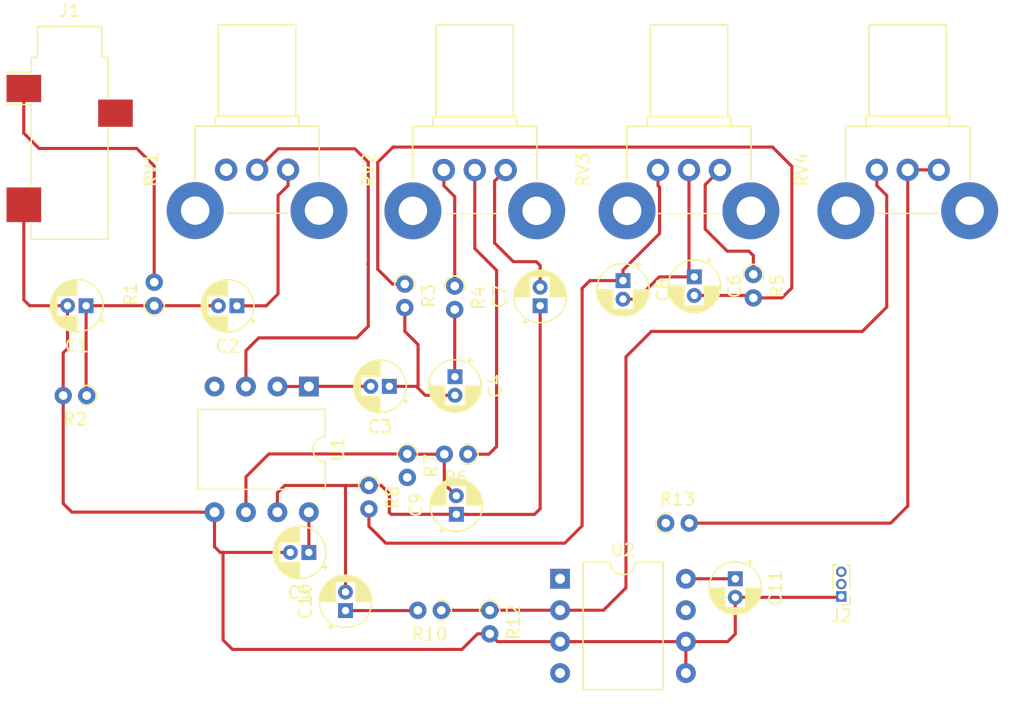
<source format=kicad_pcb>
(kicad_pcb (version 20171130) (host pcbnew 5.1.2-f72e74a~84~ubuntu18.04.1)

  (general
    (thickness 1.6)
    (drawings 0)
    (tracks 172)
    (zones 0)
    (modules 30)
    (nets 27)
  )

  (page A4)
  (layers
    (0 F.Cu signal)
    (31 B.Cu signal)
    (32 B.Adhes user)
    (33 F.Adhes user)
    (34 B.Paste user)
    (35 F.Paste user)
    (36 B.SilkS user)
    (37 F.SilkS user)
    (38 B.Mask user)
    (39 F.Mask user)
    (40 Dwgs.User user)
    (41 Cmts.User user)
    (42 Eco1.User user)
    (43 Eco2.User user)
    (44 Edge.Cuts user)
    (45 Margin user)
    (46 B.CrtYd user)
    (47 F.CrtYd user)
    (48 B.Fab user)
    (49 F.Fab user)
  )

  (setup
    (last_trace_width 0.25)
    (trace_clearance 0.2)
    (zone_clearance 0.508)
    (zone_45_only no)
    (trace_min 0.2)
    (via_size 0.8)
    (via_drill 0.4)
    (via_min_size 0.4)
    (via_min_drill 0.3)
    (uvia_size 0.3)
    (uvia_drill 0.1)
    (uvias_allowed no)
    (uvia_min_size 0.2)
    (uvia_min_drill 0.1)
    (edge_width 0.05)
    (segment_width 0.2)
    (pcb_text_width 0.3)
    (pcb_text_size 1.5 1.5)
    (mod_edge_width 0.12)
    (mod_text_size 1 1)
    (mod_text_width 0.15)
    (pad_size 1.524 1.524)
    (pad_drill 0.762)
    (pad_to_mask_clearance 0.051)
    (solder_mask_min_width 0.25)
    (aux_axis_origin 0 0)
    (visible_elements FFFFF77F)
    (pcbplotparams
      (layerselection 0x010fc_ffffffff)
      (usegerberextensions false)
      (usegerberattributes false)
      (usegerberadvancedattributes false)
      (creategerberjobfile false)
      (excludeedgelayer true)
      (linewidth 0.100000)
      (plotframeref false)
      (viasonmask false)
      (mode 1)
      (useauxorigin false)
      (hpglpennumber 1)
      (hpglpenspeed 20)
      (hpglpendiameter 15.000000)
      (psnegative false)
      (psa4output false)
      (plotreference true)
      (plotvalue true)
      (plotinvisibletext false)
      (padsonsilk false)
      (subtractmaskfromsilk false)
      (outputformat 1)
      (mirror false)
      (drillshape 1)
      (scaleselection 1)
      (outputdirectory ""))
  )

  (net 0 "")
  (net 1 "Net-(C1-Pad1)")
  (net 2 GND)
  (net 3 "Net-(C2-Pad1)")
  (net 4 "Net-(C3-Pad2)")
  (net 5 "Net-(C3-Pad1)")
  (net 6 "Net-(C4-Pad1)")
  (net 7 +5V)
  (net 8 "Net-(C6-Pad2)")
  (net 9 "Net-(C6-Pad1)")
  (net 10 "Net-(C7-Pad2)")
  (net 11 "Net-(C8-Pad1)")
  (net 12 "Net-(C9-Pad2)")
  (net 13 "Net-(C10-Pad1)")
  (net 14 "Net-(C10-Pad2)")
  (net 15 "Net-(J1-PadR)")
  (net 16 "Net-(J1-PadS)")
  (net 17 "Net-(J2-Pad2)")
  (net 18 "Net-(J2-Pad3)")
  (net 19 "Net-(R4-Pad1)")
  (net 20 "Net-(R5-Pad1)")
  (net 21 "Net-(R6-Pad1)")
  (net 22 "Net-(R10-Pad1)")
  (net 23 "Net-(R13-Pad2)")
  (net 24 "Net-(RV1-Pad2)")
  (net 25 -5V)
  (net 26 "Net-(U2-Pad7)")

  (net_class Default "This is the default net class."
    (clearance 0.2)
    (trace_width 0.25)
    (via_dia 0.8)
    (via_drill 0.4)
    (uvia_dia 0.3)
    (uvia_drill 0.1)
    (add_net +5V)
    (add_net -5V)
    (add_net GND)
    (add_net "Net-(C1-Pad1)")
    (add_net "Net-(C10-Pad1)")
    (add_net "Net-(C10-Pad2)")
    (add_net "Net-(C2-Pad1)")
    (add_net "Net-(C3-Pad1)")
    (add_net "Net-(C3-Pad2)")
    (add_net "Net-(C4-Pad1)")
    (add_net "Net-(C6-Pad1)")
    (add_net "Net-(C6-Pad2)")
    (add_net "Net-(C7-Pad2)")
    (add_net "Net-(C8-Pad1)")
    (add_net "Net-(C9-Pad2)")
    (add_net "Net-(J1-PadR)")
    (add_net "Net-(J1-PadS)")
    (add_net "Net-(J2-Pad2)")
    (add_net "Net-(J2-Pad3)")
    (add_net "Net-(R10-Pad1)")
    (add_net "Net-(R13-Pad2)")
    (add_net "Net-(R4-Pad1)")
    (add_net "Net-(R5-Pad1)")
    (add_net "Net-(R6-Pad1)")
    (add_net "Net-(RV1-Pad2)")
    (add_net "Net-(U2-Pad7)")
  )

  (module Capacitor_THT:CP_Radial_D4.0mm_P1.50mm (layer F.Cu) (tedit 5AE50EF0) (tstamp 5D1A806D)
    (at 75.52 86.76 180)
    (descr "CP, Radial series, Radial, pin pitch=1.50mm, , diameter=4mm, Electrolytic Capacitor")
    (tags "CP Radial series Radial pin pitch 1.50mm  diameter 4mm Electrolytic Capacitor")
    (path /5D5CB5B3)
    (fp_text reference C1 (at 0.75 -3.25) (layer F.SilkS)
      (effects (font (size 1 1) (thickness 0.15)))
    )
    (fp_text value C (at 0.75 3.25) (layer F.Fab)
      (effects (font (size 1 1) (thickness 0.15)))
    )
    (fp_circle (center 0.75 0) (end 2.75 0) (layer F.Fab) (width 0.1))
    (fp_circle (center 0.75 0) (end 2.87 0) (layer F.SilkS) (width 0.12))
    (fp_circle (center 0.75 0) (end 3 0) (layer F.CrtYd) (width 0.05))
    (fp_line (start -0.952554 -0.8675) (end -0.552554 -0.8675) (layer F.Fab) (width 0.1))
    (fp_line (start -0.752554 -1.0675) (end -0.752554 -0.6675) (layer F.Fab) (width 0.1))
    (fp_line (start 0.75 0.84) (end 0.75 2.08) (layer F.SilkS) (width 0.12))
    (fp_line (start 0.75 -2.08) (end 0.75 -0.84) (layer F.SilkS) (width 0.12))
    (fp_line (start 0.79 0.84) (end 0.79 2.08) (layer F.SilkS) (width 0.12))
    (fp_line (start 0.79 -2.08) (end 0.79 -0.84) (layer F.SilkS) (width 0.12))
    (fp_line (start 0.83 0.84) (end 0.83 2.079) (layer F.SilkS) (width 0.12))
    (fp_line (start 0.83 -2.079) (end 0.83 -0.84) (layer F.SilkS) (width 0.12))
    (fp_line (start 0.87 -2.077) (end 0.87 -0.84) (layer F.SilkS) (width 0.12))
    (fp_line (start 0.87 0.84) (end 0.87 2.077) (layer F.SilkS) (width 0.12))
    (fp_line (start 0.91 -2.074) (end 0.91 -0.84) (layer F.SilkS) (width 0.12))
    (fp_line (start 0.91 0.84) (end 0.91 2.074) (layer F.SilkS) (width 0.12))
    (fp_line (start 0.95 -2.071) (end 0.95 -0.84) (layer F.SilkS) (width 0.12))
    (fp_line (start 0.95 0.84) (end 0.95 2.071) (layer F.SilkS) (width 0.12))
    (fp_line (start 0.99 -2.067) (end 0.99 -0.84) (layer F.SilkS) (width 0.12))
    (fp_line (start 0.99 0.84) (end 0.99 2.067) (layer F.SilkS) (width 0.12))
    (fp_line (start 1.03 -2.062) (end 1.03 -0.84) (layer F.SilkS) (width 0.12))
    (fp_line (start 1.03 0.84) (end 1.03 2.062) (layer F.SilkS) (width 0.12))
    (fp_line (start 1.07 -2.056) (end 1.07 -0.84) (layer F.SilkS) (width 0.12))
    (fp_line (start 1.07 0.84) (end 1.07 2.056) (layer F.SilkS) (width 0.12))
    (fp_line (start 1.11 -2.05) (end 1.11 -0.84) (layer F.SilkS) (width 0.12))
    (fp_line (start 1.11 0.84) (end 1.11 2.05) (layer F.SilkS) (width 0.12))
    (fp_line (start 1.15 -2.042) (end 1.15 -0.84) (layer F.SilkS) (width 0.12))
    (fp_line (start 1.15 0.84) (end 1.15 2.042) (layer F.SilkS) (width 0.12))
    (fp_line (start 1.19 -2.034) (end 1.19 -0.84) (layer F.SilkS) (width 0.12))
    (fp_line (start 1.19 0.84) (end 1.19 2.034) (layer F.SilkS) (width 0.12))
    (fp_line (start 1.23 -2.025) (end 1.23 -0.84) (layer F.SilkS) (width 0.12))
    (fp_line (start 1.23 0.84) (end 1.23 2.025) (layer F.SilkS) (width 0.12))
    (fp_line (start 1.27 -2.016) (end 1.27 -0.84) (layer F.SilkS) (width 0.12))
    (fp_line (start 1.27 0.84) (end 1.27 2.016) (layer F.SilkS) (width 0.12))
    (fp_line (start 1.31 -2.005) (end 1.31 -0.84) (layer F.SilkS) (width 0.12))
    (fp_line (start 1.31 0.84) (end 1.31 2.005) (layer F.SilkS) (width 0.12))
    (fp_line (start 1.35 -1.994) (end 1.35 -0.84) (layer F.SilkS) (width 0.12))
    (fp_line (start 1.35 0.84) (end 1.35 1.994) (layer F.SilkS) (width 0.12))
    (fp_line (start 1.39 -1.982) (end 1.39 -0.84) (layer F.SilkS) (width 0.12))
    (fp_line (start 1.39 0.84) (end 1.39 1.982) (layer F.SilkS) (width 0.12))
    (fp_line (start 1.43 -1.968) (end 1.43 -0.84) (layer F.SilkS) (width 0.12))
    (fp_line (start 1.43 0.84) (end 1.43 1.968) (layer F.SilkS) (width 0.12))
    (fp_line (start 1.471 -1.954) (end 1.471 -0.84) (layer F.SilkS) (width 0.12))
    (fp_line (start 1.471 0.84) (end 1.471 1.954) (layer F.SilkS) (width 0.12))
    (fp_line (start 1.511 -1.94) (end 1.511 -0.84) (layer F.SilkS) (width 0.12))
    (fp_line (start 1.511 0.84) (end 1.511 1.94) (layer F.SilkS) (width 0.12))
    (fp_line (start 1.551 -1.924) (end 1.551 -0.84) (layer F.SilkS) (width 0.12))
    (fp_line (start 1.551 0.84) (end 1.551 1.924) (layer F.SilkS) (width 0.12))
    (fp_line (start 1.591 -1.907) (end 1.591 -0.84) (layer F.SilkS) (width 0.12))
    (fp_line (start 1.591 0.84) (end 1.591 1.907) (layer F.SilkS) (width 0.12))
    (fp_line (start 1.631 -1.889) (end 1.631 -0.84) (layer F.SilkS) (width 0.12))
    (fp_line (start 1.631 0.84) (end 1.631 1.889) (layer F.SilkS) (width 0.12))
    (fp_line (start 1.671 -1.87) (end 1.671 -0.84) (layer F.SilkS) (width 0.12))
    (fp_line (start 1.671 0.84) (end 1.671 1.87) (layer F.SilkS) (width 0.12))
    (fp_line (start 1.711 -1.851) (end 1.711 -0.84) (layer F.SilkS) (width 0.12))
    (fp_line (start 1.711 0.84) (end 1.711 1.851) (layer F.SilkS) (width 0.12))
    (fp_line (start 1.751 -1.83) (end 1.751 -0.84) (layer F.SilkS) (width 0.12))
    (fp_line (start 1.751 0.84) (end 1.751 1.83) (layer F.SilkS) (width 0.12))
    (fp_line (start 1.791 -1.808) (end 1.791 -0.84) (layer F.SilkS) (width 0.12))
    (fp_line (start 1.791 0.84) (end 1.791 1.808) (layer F.SilkS) (width 0.12))
    (fp_line (start 1.831 -1.785) (end 1.831 -0.84) (layer F.SilkS) (width 0.12))
    (fp_line (start 1.831 0.84) (end 1.831 1.785) (layer F.SilkS) (width 0.12))
    (fp_line (start 1.871 -1.76) (end 1.871 -0.84) (layer F.SilkS) (width 0.12))
    (fp_line (start 1.871 0.84) (end 1.871 1.76) (layer F.SilkS) (width 0.12))
    (fp_line (start 1.911 -1.735) (end 1.911 -0.84) (layer F.SilkS) (width 0.12))
    (fp_line (start 1.911 0.84) (end 1.911 1.735) (layer F.SilkS) (width 0.12))
    (fp_line (start 1.951 -1.708) (end 1.951 -0.84) (layer F.SilkS) (width 0.12))
    (fp_line (start 1.951 0.84) (end 1.951 1.708) (layer F.SilkS) (width 0.12))
    (fp_line (start 1.991 -1.68) (end 1.991 -0.84) (layer F.SilkS) (width 0.12))
    (fp_line (start 1.991 0.84) (end 1.991 1.68) (layer F.SilkS) (width 0.12))
    (fp_line (start 2.031 -1.65) (end 2.031 -0.84) (layer F.SilkS) (width 0.12))
    (fp_line (start 2.031 0.84) (end 2.031 1.65) (layer F.SilkS) (width 0.12))
    (fp_line (start 2.071 -1.619) (end 2.071 -0.84) (layer F.SilkS) (width 0.12))
    (fp_line (start 2.071 0.84) (end 2.071 1.619) (layer F.SilkS) (width 0.12))
    (fp_line (start 2.111 -1.587) (end 2.111 -0.84) (layer F.SilkS) (width 0.12))
    (fp_line (start 2.111 0.84) (end 2.111 1.587) (layer F.SilkS) (width 0.12))
    (fp_line (start 2.151 -1.552) (end 2.151 -0.84) (layer F.SilkS) (width 0.12))
    (fp_line (start 2.151 0.84) (end 2.151 1.552) (layer F.SilkS) (width 0.12))
    (fp_line (start 2.191 -1.516) (end 2.191 -0.84) (layer F.SilkS) (width 0.12))
    (fp_line (start 2.191 0.84) (end 2.191 1.516) (layer F.SilkS) (width 0.12))
    (fp_line (start 2.231 -1.478) (end 2.231 -0.84) (layer F.SilkS) (width 0.12))
    (fp_line (start 2.231 0.84) (end 2.231 1.478) (layer F.SilkS) (width 0.12))
    (fp_line (start 2.271 -1.438) (end 2.271 -0.84) (layer F.SilkS) (width 0.12))
    (fp_line (start 2.271 0.84) (end 2.271 1.438) (layer F.SilkS) (width 0.12))
    (fp_line (start 2.311 -1.396) (end 2.311 -0.84) (layer F.SilkS) (width 0.12))
    (fp_line (start 2.311 0.84) (end 2.311 1.396) (layer F.SilkS) (width 0.12))
    (fp_line (start 2.351 -1.351) (end 2.351 1.351) (layer F.SilkS) (width 0.12))
    (fp_line (start 2.391 -1.304) (end 2.391 1.304) (layer F.SilkS) (width 0.12))
    (fp_line (start 2.431 -1.254) (end 2.431 1.254) (layer F.SilkS) (width 0.12))
    (fp_line (start 2.471 -1.2) (end 2.471 1.2) (layer F.SilkS) (width 0.12))
    (fp_line (start 2.511 -1.142) (end 2.511 1.142) (layer F.SilkS) (width 0.12))
    (fp_line (start 2.551 -1.08) (end 2.551 1.08) (layer F.SilkS) (width 0.12))
    (fp_line (start 2.591 -1.013) (end 2.591 1.013) (layer F.SilkS) (width 0.12))
    (fp_line (start 2.631 -0.94) (end 2.631 0.94) (layer F.SilkS) (width 0.12))
    (fp_line (start 2.671 -0.859) (end 2.671 0.859) (layer F.SilkS) (width 0.12))
    (fp_line (start 2.711 -0.768) (end 2.711 0.768) (layer F.SilkS) (width 0.12))
    (fp_line (start 2.751 -0.664) (end 2.751 0.664) (layer F.SilkS) (width 0.12))
    (fp_line (start 2.791 -0.537) (end 2.791 0.537) (layer F.SilkS) (width 0.12))
    (fp_line (start 2.831 -0.37) (end 2.831 0.37) (layer F.SilkS) (width 0.12))
    (fp_line (start -1.519801 -1.195) (end -1.119801 -1.195) (layer F.SilkS) (width 0.12))
    (fp_line (start -1.319801 -1.395) (end -1.319801 -0.995) (layer F.SilkS) (width 0.12))
    (fp_text user %R (at 0.75 0) (layer F.Fab)
      (effects (font (size 0.8 0.8) (thickness 0.12)))
    )
    (pad 1 thru_hole rect (at 0 0 180) (size 1.2 1.2) (drill 0.6) (layers *.Cu *.Mask)
      (net 1 "Net-(C1-Pad1)"))
    (pad 2 thru_hole circle (at 1.5 0 180) (size 1.2 1.2) (drill 0.6) (layers *.Cu *.Mask)
      (net 2 GND))
    (model ${KISYS3DMOD}/Capacitor_THT.3dshapes/CP_Radial_D4.0mm_P1.50mm.wrl
      (at (xyz 0 0 0))
      (scale (xyz 1 1 1))
      (rotate (xyz 0 0 0))
    )
  )

  (module Capacitor_THT:CP_Radial_D4.0mm_P1.50mm (layer F.Cu) (tedit 5AE50EF0) (tstamp 5D1A80D8)
    (at 87.7 86.77 180)
    (descr "CP, Radial series, Radial, pin pitch=1.50mm, , diameter=4mm, Electrolytic Capacitor")
    (tags "CP Radial series Radial pin pitch 1.50mm  diameter 4mm Electrolytic Capacitor")
    (path /5D5CC898)
    (fp_text reference C2 (at 0.75 -3.25) (layer F.SilkS)
      (effects (font (size 1 1) (thickness 0.15)))
    )
    (fp_text value CP1 (at 0.75 3.25) (layer F.Fab)
      (effects (font (size 1 1) (thickness 0.15)))
    )
    (fp_circle (center 0.75 0) (end 2.75 0) (layer F.Fab) (width 0.1))
    (fp_circle (center 0.75 0) (end 2.87 0) (layer F.SilkS) (width 0.12))
    (fp_circle (center 0.75 0) (end 3 0) (layer F.CrtYd) (width 0.05))
    (fp_line (start -0.952554 -0.8675) (end -0.552554 -0.8675) (layer F.Fab) (width 0.1))
    (fp_line (start -0.752554 -1.0675) (end -0.752554 -0.6675) (layer F.Fab) (width 0.1))
    (fp_line (start 0.75 0.84) (end 0.75 2.08) (layer F.SilkS) (width 0.12))
    (fp_line (start 0.75 -2.08) (end 0.75 -0.84) (layer F.SilkS) (width 0.12))
    (fp_line (start 0.79 0.84) (end 0.79 2.08) (layer F.SilkS) (width 0.12))
    (fp_line (start 0.79 -2.08) (end 0.79 -0.84) (layer F.SilkS) (width 0.12))
    (fp_line (start 0.83 0.84) (end 0.83 2.079) (layer F.SilkS) (width 0.12))
    (fp_line (start 0.83 -2.079) (end 0.83 -0.84) (layer F.SilkS) (width 0.12))
    (fp_line (start 0.87 -2.077) (end 0.87 -0.84) (layer F.SilkS) (width 0.12))
    (fp_line (start 0.87 0.84) (end 0.87 2.077) (layer F.SilkS) (width 0.12))
    (fp_line (start 0.91 -2.074) (end 0.91 -0.84) (layer F.SilkS) (width 0.12))
    (fp_line (start 0.91 0.84) (end 0.91 2.074) (layer F.SilkS) (width 0.12))
    (fp_line (start 0.95 -2.071) (end 0.95 -0.84) (layer F.SilkS) (width 0.12))
    (fp_line (start 0.95 0.84) (end 0.95 2.071) (layer F.SilkS) (width 0.12))
    (fp_line (start 0.99 -2.067) (end 0.99 -0.84) (layer F.SilkS) (width 0.12))
    (fp_line (start 0.99 0.84) (end 0.99 2.067) (layer F.SilkS) (width 0.12))
    (fp_line (start 1.03 -2.062) (end 1.03 -0.84) (layer F.SilkS) (width 0.12))
    (fp_line (start 1.03 0.84) (end 1.03 2.062) (layer F.SilkS) (width 0.12))
    (fp_line (start 1.07 -2.056) (end 1.07 -0.84) (layer F.SilkS) (width 0.12))
    (fp_line (start 1.07 0.84) (end 1.07 2.056) (layer F.SilkS) (width 0.12))
    (fp_line (start 1.11 -2.05) (end 1.11 -0.84) (layer F.SilkS) (width 0.12))
    (fp_line (start 1.11 0.84) (end 1.11 2.05) (layer F.SilkS) (width 0.12))
    (fp_line (start 1.15 -2.042) (end 1.15 -0.84) (layer F.SilkS) (width 0.12))
    (fp_line (start 1.15 0.84) (end 1.15 2.042) (layer F.SilkS) (width 0.12))
    (fp_line (start 1.19 -2.034) (end 1.19 -0.84) (layer F.SilkS) (width 0.12))
    (fp_line (start 1.19 0.84) (end 1.19 2.034) (layer F.SilkS) (width 0.12))
    (fp_line (start 1.23 -2.025) (end 1.23 -0.84) (layer F.SilkS) (width 0.12))
    (fp_line (start 1.23 0.84) (end 1.23 2.025) (layer F.SilkS) (width 0.12))
    (fp_line (start 1.27 -2.016) (end 1.27 -0.84) (layer F.SilkS) (width 0.12))
    (fp_line (start 1.27 0.84) (end 1.27 2.016) (layer F.SilkS) (width 0.12))
    (fp_line (start 1.31 -2.005) (end 1.31 -0.84) (layer F.SilkS) (width 0.12))
    (fp_line (start 1.31 0.84) (end 1.31 2.005) (layer F.SilkS) (width 0.12))
    (fp_line (start 1.35 -1.994) (end 1.35 -0.84) (layer F.SilkS) (width 0.12))
    (fp_line (start 1.35 0.84) (end 1.35 1.994) (layer F.SilkS) (width 0.12))
    (fp_line (start 1.39 -1.982) (end 1.39 -0.84) (layer F.SilkS) (width 0.12))
    (fp_line (start 1.39 0.84) (end 1.39 1.982) (layer F.SilkS) (width 0.12))
    (fp_line (start 1.43 -1.968) (end 1.43 -0.84) (layer F.SilkS) (width 0.12))
    (fp_line (start 1.43 0.84) (end 1.43 1.968) (layer F.SilkS) (width 0.12))
    (fp_line (start 1.471 -1.954) (end 1.471 -0.84) (layer F.SilkS) (width 0.12))
    (fp_line (start 1.471 0.84) (end 1.471 1.954) (layer F.SilkS) (width 0.12))
    (fp_line (start 1.511 -1.94) (end 1.511 -0.84) (layer F.SilkS) (width 0.12))
    (fp_line (start 1.511 0.84) (end 1.511 1.94) (layer F.SilkS) (width 0.12))
    (fp_line (start 1.551 -1.924) (end 1.551 -0.84) (layer F.SilkS) (width 0.12))
    (fp_line (start 1.551 0.84) (end 1.551 1.924) (layer F.SilkS) (width 0.12))
    (fp_line (start 1.591 -1.907) (end 1.591 -0.84) (layer F.SilkS) (width 0.12))
    (fp_line (start 1.591 0.84) (end 1.591 1.907) (layer F.SilkS) (width 0.12))
    (fp_line (start 1.631 -1.889) (end 1.631 -0.84) (layer F.SilkS) (width 0.12))
    (fp_line (start 1.631 0.84) (end 1.631 1.889) (layer F.SilkS) (width 0.12))
    (fp_line (start 1.671 -1.87) (end 1.671 -0.84) (layer F.SilkS) (width 0.12))
    (fp_line (start 1.671 0.84) (end 1.671 1.87) (layer F.SilkS) (width 0.12))
    (fp_line (start 1.711 -1.851) (end 1.711 -0.84) (layer F.SilkS) (width 0.12))
    (fp_line (start 1.711 0.84) (end 1.711 1.851) (layer F.SilkS) (width 0.12))
    (fp_line (start 1.751 -1.83) (end 1.751 -0.84) (layer F.SilkS) (width 0.12))
    (fp_line (start 1.751 0.84) (end 1.751 1.83) (layer F.SilkS) (width 0.12))
    (fp_line (start 1.791 -1.808) (end 1.791 -0.84) (layer F.SilkS) (width 0.12))
    (fp_line (start 1.791 0.84) (end 1.791 1.808) (layer F.SilkS) (width 0.12))
    (fp_line (start 1.831 -1.785) (end 1.831 -0.84) (layer F.SilkS) (width 0.12))
    (fp_line (start 1.831 0.84) (end 1.831 1.785) (layer F.SilkS) (width 0.12))
    (fp_line (start 1.871 -1.76) (end 1.871 -0.84) (layer F.SilkS) (width 0.12))
    (fp_line (start 1.871 0.84) (end 1.871 1.76) (layer F.SilkS) (width 0.12))
    (fp_line (start 1.911 -1.735) (end 1.911 -0.84) (layer F.SilkS) (width 0.12))
    (fp_line (start 1.911 0.84) (end 1.911 1.735) (layer F.SilkS) (width 0.12))
    (fp_line (start 1.951 -1.708) (end 1.951 -0.84) (layer F.SilkS) (width 0.12))
    (fp_line (start 1.951 0.84) (end 1.951 1.708) (layer F.SilkS) (width 0.12))
    (fp_line (start 1.991 -1.68) (end 1.991 -0.84) (layer F.SilkS) (width 0.12))
    (fp_line (start 1.991 0.84) (end 1.991 1.68) (layer F.SilkS) (width 0.12))
    (fp_line (start 2.031 -1.65) (end 2.031 -0.84) (layer F.SilkS) (width 0.12))
    (fp_line (start 2.031 0.84) (end 2.031 1.65) (layer F.SilkS) (width 0.12))
    (fp_line (start 2.071 -1.619) (end 2.071 -0.84) (layer F.SilkS) (width 0.12))
    (fp_line (start 2.071 0.84) (end 2.071 1.619) (layer F.SilkS) (width 0.12))
    (fp_line (start 2.111 -1.587) (end 2.111 -0.84) (layer F.SilkS) (width 0.12))
    (fp_line (start 2.111 0.84) (end 2.111 1.587) (layer F.SilkS) (width 0.12))
    (fp_line (start 2.151 -1.552) (end 2.151 -0.84) (layer F.SilkS) (width 0.12))
    (fp_line (start 2.151 0.84) (end 2.151 1.552) (layer F.SilkS) (width 0.12))
    (fp_line (start 2.191 -1.516) (end 2.191 -0.84) (layer F.SilkS) (width 0.12))
    (fp_line (start 2.191 0.84) (end 2.191 1.516) (layer F.SilkS) (width 0.12))
    (fp_line (start 2.231 -1.478) (end 2.231 -0.84) (layer F.SilkS) (width 0.12))
    (fp_line (start 2.231 0.84) (end 2.231 1.478) (layer F.SilkS) (width 0.12))
    (fp_line (start 2.271 -1.438) (end 2.271 -0.84) (layer F.SilkS) (width 0.12))
    (fp_line (start 2.271 0.84) (end 2.271 1.438) (layer F.SilkS) (width 0.12))
    (fp_line (start 2.311 -1.396) (end 2.311 -0.84) (layer F.SilkS) (width 0.12))
    (fp_line (start 2.311 0.84) (end 2.311 1.396) (layer F.SilkS) (width 0.12))
    (fp_line (start 2.351 -1.351) (end 2.351 1.351) (layer F.SilkS) (width 0.12))
    (fp_line (start 2.391 -1.304) (end 2.391 1.304) (layer F.SilkS) (width 0.12))
    (fp_line (start 2.431 -1.254) (end 2.431 1.254) (layer F.SilkS) (width 0.12))
    (fp_line (start 2.471 -1.2) (end 2.471 1.2) (layer F.SilkS) (width 0.12))
    (fp_line (start 2.511 -1.142) (end 2.511 1.142) (layer F.SilkS) (width 0.12))
    (fp_line (start 2.551 -1.08) (end 2.551 1.08) (layer F.SilkS) (width 0.12))
    (fp_line (start 2.591 -1.013) (end 2.591 1.013) (layer F.SilkS) (width 0.12))
    (fp_line (start 2.631 -0.94) (end 2.631 0.94) (layer F.SilkS) (width 0.12))
    (fp_line (start 2.671 -0.859) (end 2.671 0.859) (layer F.SilkS) (width 0.12))
    (fp_line (start 2.711 -0.768) (end 2.711 0.768) (layer F.SilkS) (width 0.12))
    (fp_line (start 2.751 -0.664) (end 2.751 0.664) (layer F.SilkS) (width 0.12))
    (fp_line (start 2.791 -0.537) (end 2.791 0.537) (layer F.SilkS) (width 0.12))
    (fp_line (start 2.831 -0.37) (end 2.831 0.37) (layer F.SilkS) (width 0.12))
    (fp_line (start -1.519801 -1.195) (end -1.119801 -1.195) (layer F.SilkS) (width 0.12))
    (fp_line (start -1.319801 -1.395) (end -1.319801 -0.995) (layer F.SilkS) (width 0.12))
    (fp_text user %R (at 0.75 0) (layer F.Fab)
      (effects (font (size 0.8 0.8) (thickness 0.12)))
    )
    (pad 1 thru_hole rect (at 0 0 180) (size 1.2 1.2) (drill 0.6) (layers *.Cu *.Mask)
      (net 3 "Net-(C2-Pad1)"))
    (pad 2 thru_hole circle (at 1.5 0 180) (size 1.2 1.2) (drill 0.6) (layers *.Cu *.Mask)
      (net 1 "Net-(C1-Pad1)"))
    (model ${KISYS3DMOD}/Capacitor_THT.3dshapes/CP_Radial_D4.0mm_P1.50mm.wrl
      (at (xyz 0 0 0))
      (scale (xyz 1 1 1))
      (rotate (xyz 0 0 0))
    )
  )

  (module Capacitor_THT:CP_Radial_D4.0mm_P1.50mm (layer F.Cu) (tedit 5AE50EF0) (tstamp 5D1A8143)
    (at 100.01 93.28 180)
    (descr "CP, Radial series, Radial, pin pitch=1.50mm, , diameter=4mm, Electrolytic Capacitor")
    (tags "CP Radial series Radial pin pitch 1.50mm  diameter 4mm Electrolytic Capacitor")
    (path /5D5DC669)
    (fp_text reference C3 (at 0.75 -3.25) (layer F.SilkS)
      (effects (font (size 1 1) (thickness 0.15)))
    )
    (fp_text value CP1 (at 0.75 3.25) (layer F.Fab)
      (effects (font (size 1 1) (thickness 0.15)))
    )
    (fp_text user %R (at 0.75 0) (layer F.Fab)
      (effects (font (size 0.8 0.8) (thickness 0.12)))
    )
    (fp_line (start -1.319801 -1.395) (end -1.319801 -0.995) (layer F.SilkS) (width 0.12))
    (fp_line (start -1.519801 -1.195) (end -1.119801 -1.195) (layer F.SilkS) (width 0.12))
    (fp_line (start 2.831 -0.37) (end 2.831 0.37) (layer F.SilkS) (width 0.12))
    (fp_line (start 2.791 -0.537) (end 2.791 0.537) (layer F.SilkS) (width 0.12))
    (fp_line (start 2.751 -0.664) (end 2.751 0.664) (layer F.SilkS) (width 0.12))
    (fp_line (start 2.711 -0.768) (end 2.711 0.768) (layer F.SilkS) (width 0.12))
    (fp_line (start 2.671 -0.859) (end 2.671 0.859) (layer F.SilkS) (width 0.12))
    (fp_line (start 2.631 -0.94) (end 2.631 0.94) (layer F.SilkS) (width 0.12))
    (fp_line (start 2.591 -1.013) (end 2.591 1.013) (layer F.SilkS) (width 0.12))
    (fp_line (start 2.551 -1.08) (end 2.551 1.08) (layer F.SilkS) (width 0.12))
    (fp_line (start 2.511 -1.142) (end 2.511 1.142) (layer F.SilkS) (width 0.12))
    (fp_line (start 2.471 -1.2) (end 2.471 1.2) (layer F.SilkS) (width 0.12))
    (fp_line (start 2.431 -1.254) (end 2.431 1.254) (layer F.SilkS) (width 0.12))
    (fp_line (start 2.391 -1.304) (end 2.391 1.304) (layer F.SilkS) (width 0.12))
    (fp_line (start 2.351 -1.351) (end 2.351 1.351) (layer F.SilkS) (width 0.12))
    (fp_line (start 2.311 0.84) (end 2.311 1.396) (layer F.SilkS) (width 0.12))
    (fp_line (start 2.311 -1.396) (end 2.311 -0.84) (layer F.SilkS) (width 0.12))
    (fp_line (start 2.271 0.84) (end 2.271 1.438) (layer F.SilkS) (width 0.12))
    (fp_line (start 2.271 -1.438) (end 2.271 -0.84) (layer F.SilkS) (width 0.12))
    (fp_line (start 2.231 0.84) (end 2.231 1.478) (layer F.SilkS) (width 0.12))
    (fp_line (start 2.231 -1.478) (end 2.231 -0.84) (layer F.SilkS) (width 0.12))
    (fp_line (start 2.191 0.84) (end 2.191 1.516) (layer F.SilkS) (width 0.12))
    (fp_line (start 2.191 -1.516) (end 2.191 -0.84) (layer F.SilkS) (width 0.12))
    (fp_line (start 2.151 0.84) (end 2.151 1.552) (layer F.SilkS) (width 0.12))
    (fp_line (start 2.151 -1.552) (end 2.151 -0.84) (layer F.SilkS) (width 0.12))
    (fp_line (start 2.111 0.84) (end 2.111 1.587) (layer F.SilkS) (width 0.12))
    (fp_line (start 2.111 -1.587) (end 2.111 -0.84) (layer F.SilkS) (width 0.12))
    (fp_line (start 2.071 0.84) (end 2.071 1.619) (layer F.SilkS) (width 0.12))
    (fp_line (start 2.071 -1.619) (end 2.071 -0.84) (layer F.SilkS) (width 0.12))
    (fp_line (start 2.031 0.84) (end 2.031 1.65) (layer F.SilkS) (width 0.12))
    (fp_line (start 2.031 -1.65) (end 2.031 -0.84) (layer F.SilkS) (width 0.12))
    (fp_line (start 1.991 0.84) (end 1.991 1.68) (layer F.SilkS) (width 0.12))
    (fp_line (start 1.991 -1.68) (end 1.991 -0.84) (layer F.SilkS) (width 0.12))
    (fp_line (start 1.951 0.84) (end 1.951 1.708) (layer F.SilkS) (width 0.12))
    (fp_line (start 1.951 -1.708) (end 1.951 -0.84) (layer F.SilkS) (width 0.12))
    (fp_line (start 1.911 0.84) (end 1.911 1.735) (layer F.SilkS) (width 0.12))
    (fp_line (start 1.911 -1.735) (end 1.911 -0.84) (layer F.SilkS) (width 0.12))
    (fp_line (start 1.871 0.84) (end 1.871 1.76) (layer F.SilkS) (width 0.12))
    (fp_line (start 1.871 -1.76) (end 1.871 -0.84) (layer F.SilkS) (width 0.12))
    (fp_line (start 1.831 0.84) (end 1.831 1.785) (layer F.SilkS) (width 0.12))
    (fp_line (start 1.831 -1.785) (end 1.831 -0.84) (layer F.SilkS) (width 0.12))
    (fp_line (start 1.791 0.84) (end 1.791 1.808) (layer F.SilkS) (width 0.12))
    (fp_line (start 1.791 -1.808) (end 1.791 -0.84) (layer F.SilkS) (width 0.12))
    (fp_line (start 1.751 0.84) (end 1.751 1.83) (layer F.SilkS) (width 0.12))
    (fp_line (start 1.751 -1.83) (end 1.751 -0.84) (layer F.SilkS) (width 0.12))
    (fp_line (start 1.711 0.84) (end 1.711 1.851) (layer F.SilkS) (width 0.12))
    (fp_line (start 1.711 -1.851) (end 1.711 -0.84) (layer F.SilkS) (width 0.12))
    (fp_line (start 1.671 0.84) (end 1.671 1.87) (layer F.SilkS) (width 0.12))
    (fp_line (start 1.671 -1.87) (end 1.671 -0.84) (layer F.SilkS) (width 0.12))
    (fp_line (start 1.631 0.84) (end 1.631 1.889) (layer F.SilkS) (width 0.12))
    (fp_line (start 1.631 -1.889) (end 1.631 -0.84) (layer F.SilkS) (width 0.12))
    (fp_line (start 1.591 0.84) (end 1.591 1.907) (layer F.SilkS) (width 0.12))
    (fp_line (start 1.591 -1.907) (end 1.591 -0.84) (layer F.SilkS) (width 0.12))
    (fp_line (start 1.551 0.84) (end 1.551 1.924) (layer F.SilkS) (width 0.12))
    (fp_line (start 1.551 -1.924) (end 1.551 -0.84) (layer F.SilkS) (width 0.12))
    (fp_line (start 1.511 0.84) (end 1.511 1.94) (layer F.SilkS) (width 0.12))
    (fp_line (start 1.511 -1.94) (end 1.511 -0.84) (layer F.SilkS) (width 0.12))
    (fp_line (start 1.471 0.84) (end 1.471 1.954) (layer F.SilkS) (width 0.12))
    (fp_line (start 1.471 -1.954) (end 1.471 -0.84) (layer F.SilkS) (width 0.12))
    (fp_line (start 1.43 0.84) (end 1.43 1.968) (layer F.SilkS) (width 0.12))
    (fp_line (start 1.43 -1.968) (end 1.43 -0.84) (layer F.SilkS) (width 0.12))
    (fp_line (start 1.39 0.84) (end 1.39 1.982) (layer F.SilkS) (width 0.12))
    (fp_line (start 1.39 -1.982) (end 1.39 -0.84) (layer F.SilkS) (width 0.12))
    (fp_line (start 1.35 0.84) (end 1.35 1.994) (layer F.SilkS) (width 0.12))
    (fp_line (start 1.35 -1.994) (end 1.35 -0.84) (layer F.SilkS) (width 0.12))
    (fp_line (start 1.31 0.84) (end 1.31 2.005) (layer F.SilkS) (width 0.12))
    (fp_line (start 1.31 -2.005) (end 1.31 -0.84) (layer F.SilkS) (width 0.12))
    (fp_line (start 1.27 0.84) (end 1.27 2.016) (layer F.SilkS) (width 0.12))
    (fp_line (start 1.27 -2.016) (end 1.27 -0.84) (layer F.SilkS) (width 0.12))
    (fp_line (start 1.23 0.84) (end 1.23 2.025) (layer F.SilkS) (width 0.12))
    (fp_line (start 1.23 -2.025) (end 1.23 -0.84) (layer F.SilkS) (width 0.12))
    (fp_line (start 1.19 0.84) (end 1.19 2.034) (layer F.SilkS) (width 0.12))
    (fp_line (start 1.19 -2.034) (end 1.19 -0.84) (layer F.SilkS) (width 0.12))
    (fp_line (start 1.15 0.84) (end 1.15 2.042) (layer F.SilkS) (width 0.12))
    (fp_line (start 1.15 -2.042) (end 1.15 -0.84) (layer F.SilkS) (width 0.12))
    (fp_line (start 1.11 0.84) (end 1.11 2.05) (layer F.SilkS) (width 0.12))
    (fp_line (start 1.11 -2.05) (end 1.11 -0.84) (layer F.SilkS) (width 0.12))
    (fp_line (start 1.07 0.84) (end 1.07 2.056) (layer F.SilkS) (width 0.12))
    (fp_line (start 1.07 -2.056) (end 1.07 -0.84) (layer F.SilkS) (width 0.12))
    (fp_line (start 1.03 0.84) (end 1.03 2.062) (layer F.SilkS) (width 0.12))
    (fp_line (start 1.03 -2.062) (end 1.03 -0.84) (layer F.SilkS) (width 0.12))
    (fp_line (start 0.99 0.84) (end 0.99 2.067) (layer F.SilkS) (width 0.12))
    (fp_line (start 0.99 -2.067) (end 0.99 -0.84) (layer F.SilkS) (width 0.12))
    (fp_line (start 0.95 0.84) (end 0.95 2.071) (layer F.SilkS) (width 0.12))
    (fp_line (start 0.95 -2.071) (end 0.95 -0.84) (layer F.SilkS) (width 0.12))
    (fp_line (start 0.91 0.84) (end 0.91 2.074) (layer F.SilkS) (width 0.12))
    (fp_line (start 0.91 -2.074) (end 0.91 -0.84) (layer F.SilkS) (width 0.12))
    (fp_line (start 0.87 0.84) (end 0.87 2.077) (layer F.SilkS) (width 0.12))
    (fp_line (start 0.87 -2.077) (end 0.87 -0.84) (layer F.SilkS) (width 0.12))
    (fp_line (start 0.83 -2.079) (end 0.83 -0.84) (layer F.SilkS) (width 0.12))
    (fp_line (start 0.83 0.84) (end 0.83 2.079) (layer F.SilkS) (width 0.12))
    (fp_line (start 0.79 -2.08) (end 0.79 -0.84) (layer F.SilkS) (width 0.12))
    (fp_line (start 0.79 0.84) (end 0.79 2.08) (layer F.SilkS) (width 0.12))
    (fp_line (start 0.75 -2.08) (end 0.75 -0.84) (layer F.SilkS) (width 0.12))
    (fp_line (start 0.75 0.84) (end 0.75 2.08) (layer F.SilkS) (width 0.12))
    (fp_line (start -0.752554 -1.0675) (end -0.752554 -0.6675) (layer F.Fab) (width 0.1))
    (fp_line (start -0.952554 -0.8675) (end -0.552554 -0.8675) (layer F.Fab) (width 0.1))
    (fp_circle (center 0.75 0) (end 3 0) (layer F.CrtYd) (width 0.05))
    (fp_circle (center 0.75 0) (end 2.87 0) (layer F.SilkS) (width 0.12))
    (fp_circle (center 0.75 0) (end 2.75 0) (layer F.Fab) (width 0.1))
    (pad 2 thru_hole circle (at 1.5 0 180) (size 1.2 1.2) (drill 0.6) (layers *.Cu *.Mask)
      (net 4 "Net-(C3-Pad2)"))
    (pad 1 thru_hole rect (at 0 0 180) (size 1.2 1.2) (drill 0.6) (layers *.Cu *.Mask)
      (net 5 "Net-(C3-Pad1)"))
    (model ${KISYS3DMOD}/Capacitor_THT.3dshapes/CP_Radial_D4.0mm_P1.50mm.wrl
      (at (xyz 0 0 0))
      (scale (xyz 1 1 1))
      (rotate (xyz 0 0 0))
    )
  )

  (module Capacitor_THT:CP_Radial_D4.0mm_P1.50mm (layer F.Cu) (tedit 5AE50EF0) (tstamp 5D1A81AE)
    (at 105.31 92.5 270)
    (descr "CP, Radial series, Radial, pin pitch=1.50mm, , diameter=4mm, Electrolytic Capacitor")
    (tags "CP Radial series Radial pin pitch 1.50mm  diameter 4mm Electrolytic Capacitor")
    (path /5D705A78)
    (fp_text reference C4 (at 0.75 -3.25 90) (layer F.SilkS)
      (effects (font (size 1 1) (thickness 0.15)))
    )
    (fp_text value C (at 0.75 3.25 90) (layer F.Fab)
      (effects (font (size 1 1) (thickness 0.15)))
    )
    (fp_circle (center 0.75 0) (end 2.75 0) (layer F.Fab) (width 0.1))
    (fp_circle (center 0.75 0) (end 2.87 0) (layer F.SilkS) (width 0.12))
    (fp_circle (center 0.75 0) (end 3 0) (layer F.CrtYd) (width 0.05))
    (fp_line (start -0.952554 -0.8675) (end -0.552554 -0.8675) (layer F.Fab) (width 0.1))
    (fp_line (start -0.752554 -1.0675) (end -0.752554 -0.6675) (layer F.Fab) (width 0.1))
    (fp_line (start 0.75 0.84) (end 0.75 2.08) (layer F.SilkS) (width 0.12))
    (fp_line (start 0.75 -2.08) (end 0.75 -0.84) (layer F.SilkS) (width 0.12))
    (fp_line (start 0.79 0.84) (end 0.79 2.08) (layer F.SilkS) (width 0.12))
    (fp_line (start 0.79 -2.08) (end 0.79 -0.84) (layer F.SilkS) (width 0.12))
    (fp_line (start 0.83 0.84) (end 0.83 2.079) (layer F.SilkS) (width 0.12))
    (fp_line (start 0.83 -2.079) (end 0.83 -0.84) (layer F.SilkS) (width 0.12))
    (fp_line (start 0.87 -2.077) (end 0.87 -0.84) (layer F.SilkS) (width 0.12))
    (fp_line (start 0.87 0.84) (end 0.87 2.077) (layer F.SilkS) (width 0.12))
    (fp_line (start 0.91 -2.074) (end 0.91 -0.84) (layer F.SilkS) (width 0.12))
    (fp_line (start 0.91 0.84) (end 0.91 2.074) (layer F.SilkS) (width 0.12))
    (fp_line (start 0.95 -2.071) (end 0.95 -0.84) (layer F.SilkS) (width 0.12))
    (fp_line (start 0.95 0.84) (end 0.95 2.071) (layer F.SilkS) (width 0.12))
    (fp_line (start 0.99 -2.067) (end 0.99 -0.84) (layer F.SilkS) (width 0.12))
    (fp_line (start 0.99 0.84) (end 0.99 2.067) (layer F.SilkS) (width 0.12))
    (fp_line (start 1.03 -2.062) (end 1.03 -0.84) (layer F.SilkS) (width 0.12))
    (fp_line (start 1.03 0.84) (end 1.03 2.062) (layer F.SilkS) (width 0.12))
    (fp_line (start 1.07 -2.056) (end 1.07 -0.84) (layer F.SilkS) (width 0.12))
    (fp_line (start 1.07 0.84) (end 1.07 2.056) (layer F.SilkS) (width 0.12))
    (fp_line (start 1.11 -2.05) (end 1.11 -0.84) (layer F.SilkS) (width 0.12))
    (fp_line (start 1.11 0.84) (end 1.11 2.05) (layer F.SilkS) (width 0.12))
    (fp_line (start 1.15 -2.042) (end 1.15 -0.84) (layer F.SilkS) (width 0.12))
    (fp_line (start 1.15 0.84) (end 1.15 2.042) (layer F.SilkS) (width 0.12))
    (fp_line (start 1.19 -2.034) (end 1.19 -0.84) (layer F.SilkS) (width 0.12))
    (fp_line (start 1.19 0.84) (end 1.19 2.034) (layer F.SilkS) (width 0.12))
    (fp_line (start 1.23 -2.025) (end 1.23 -0.84) (layer F.SilkS) (width 0.12))
    (fp_line (start 1.23 0.84) (end 1.23 2.025) (layer F.SilkS) (width 0.12))
    (fp_line (start 1.27 -2.016) (end 1.27 -0.84) (layer F.SilkS) (width 0.12))
    (fp_line (start 1.27 0.84) (end 1.27 2.016) (layer F.SilkS) (width 0.12))
    (fp_line (start 1.31 -2.005) (end 1.31 -0.84) (layer F.SilkS) (width 0.12))
    (fp_line (start 1.31 0.84) (end 1.31 2.005) (layer F.SilkS) (width 0.12))
    (fp_line (start 1.35 -1.994) (end 1.35 -0.84) (layer F.SilkS) (width 0.12))
    (fp_line (start 1.35 0.84) (end 1.35 1.994) (layer F.SilkS) (width 0.12))
    (fp_line (start 1.39 -1.982) (end 1.39 -0.84) (layer F.SilkS) (width 0.12))
    (fp_line (start 1.39 0.84) (end 1.39 1.982) (layer F.SilkS) (width 0.12))
    (fp_line (start 1.43 -1.968) (end 1.43 -0.84) (layer F.SilkS) (width 0.12))
    (fp_line (start 1.43 0.84) (end 1.43 1.968) (layer F.SilkS) (width 0.12))
    (fp_line (start 1.471 -1.954) (end 1.471 -0.84) (layer F.SilkS) (width 0.12))
    (fp_line (start 1.471 0.84) (end 1.471 1.954) (layer F.SilkS) (width 0.12))
    (fp_line (start 1.511 -1.94) (end 1.511 -0.84) (layer F.SilkS) (width 0.12))
    (fp_line (start 1.511 0.84) (end 1.511 1.94) (layer F.SilkS) (width 0.12))
    (fp_line (start 1.551 -1.924) (end 1.551 -0.84) (layer F.SilkS) (width 0.12))
    (fp_line (start 1.551 0.84) (end 1.551 1.924) (layer F.SilkS) (width 0.12))
    (fp_line (start 1.591 -1.907) (end 1.591 -0.84) (layer F.SilkS) (width 0.12))
    (fp_line (start 1.591 0.84) (end 1.591 1.907) (layer F.SilkS) (width 0.12))
    (fp_line (start 1.631 -1.889) (end 1.631 -0.84) (layer F.SilkS) (width 0.12))
    (fp_line (start 1.631 0.84) (end 1.631 1.889) (layer F.SilkS) (width 0.12))
    (fp_line (start 1.671 -1.87) (end 1.671 -0.84) (layer F.SilkS) (width 0.12))
    (fp_line (start 1.671 0.84) (end 1.671 1.87) (layer F.SilkS) (width 0.12))
    (fp_line (start 1.711 -1.851) (end 1.711 -0.84) (layer F.SilkS) (width 0.12))
    (fp_line (start 1.711 0.84) (end 1.711 1.851) (layer F.SilkS) (width 0.12))
    (fp_line (start 1.751 -1.83) (end 1.751 -0.84) (layer F.SilkS) (width 0.12))
    (fp_line (start 1.751 0.84) (end 1.751 1.83) (layer F.SilkS) (width 0.12))
    (fp_line (start 1.791 -1.808) (end 1.791 -0.84) (layer F.SilkS) (width 0.12))
    (fp_line (start 1.791 0.84) (end 1.791 1.808) (layer F.SilkS) (width 0.12))
    (fp_line (start 1.831 -1.785) (end 1.831 -0.84) (layer F.SilkS) (width 0.12))
    (fp_line (start 1.831 0.84) (end 1.831 1.785) (layer F.SilkS) (width 0.12))
    (fp_line (start 1.871 -1.76) (end 1.871 -0.84) (layer F.SilkS) (width 0.12))
    (fp_line (start 1.871 0.84) (end 1.871 1.76) (layer F.SilkS) (width 0.12))
    (fp_line (start 1.911 -1.735) (end 1.911 -0.84) (layer F.SilkS) (width 0.12))
    (fp_line (start 1.911 0.84) (end 1.911 1.735) (layer F.SilkS) (width 0.12))
    (fp_line (start 1.951 -1.708) (end 1.951 -0.84) (layer F.SilkS) (width 0.12))
    (fp_line (start 1.951 0.84) (end 1.951 1.708) (layer F.SilkS) (width 0.12))
    (fp_line (start 1.991 -1.68) (end 1.991 -0.84) (layer F.SilkS) (width 0.12))
    (fp_line (start 1.991 0.84) (end 1.991 1.68) (layer F.SilkS) (width 0.12))
    (fp_line (start 2.031 -1.65) (end 2.031 -0.84) (layer F.SilkS) (width 0.12))
    (fp_line (start 2.031 0.84) (end 2.031 1.65) (layer F.SilkS) (width 0.12))
    (fp_line (start 2.071 -1.619) (end 2.071 -0.84) (layer F.SilkS) (width 0.12))
    (fp_line (start 2.071 0.84) (end 2.071 1.619) (layer F.SilkS) (width 0.12))
    (fp_line (start 2.111 -1.587) (end 2.111 -0.84) (layer F.SilkS) (width 0.12))
    (fp_line (start 2.111 0.84) (end 2.111 1.587) (layer F.SilkS) (width 0.12))
    (fp_line (start 2.151 -1.552) (end 2.151 -0.84) (layer F.SilkS) (width 0.12))
    (fp_line (start 2.151 0.84) (end 2.151 1.552) (layer F.SilkS) (width 0.12))
    (fp_line (start 2.191 -1.516) (end 2.191 -0.84) (layer F.SilkS) (width 0.12))
    (fp_line (start 2.191 0.84) (end 2.191 1.516) (layer F.SilkS) (width 0.12))
    (fp_line (start 2.231 -1.478) (end 2.231 -0.84) (layer F.SilkS) (width 0.12))
    (fp_line (start 2.231 0.84) (end 2.231 1.478) (layer F.SilkS) (width 0.12))
    (fp_line (start 2.271 -1.438) (end 2.271 -0.84) (layer F.SilkS) (width 0.12))
    (fp_line (start 2.271 0.84) (end 2.271 1.438) (layer F.SilkS) (width 0.12))
    (fp_line (start 2.311 -1.396) (end 2.311 -0.84) (layer F.SilkS) (width 0.12))
    (fp_line (start 2.311 0.84) (end 2.311 1.396) (layer F.SilkS) (width 0.12))
    (fp_line (start 2.351 -1.351) (end 2.351 1.351) (layer F.SilkS) (width 0.12))
    (fp_line (start 2.391 -1.304) (end 2.391 1.304) (layer F.SilkS) (width 0.12))
    (fp_line (start 2.431 -1.254) (end 2.431 1.254) (layer F.SilkS) (width 0.12))
    (fp_line (start 2.471 -1.2) (end 2.471 1.2) (layer F.SilkS) (width 0.12))
    (fp_line (start 2.511 -1.142) (end 2.511 1.142) (layer F.SilkS) (width 0.12))
    (fp_line (start 2.551 -1.08) (end 2.551 1.08) (layer F.SilkS) (width 0.12))
    (fp_line (start 2.591 -1.013) (end 2.591 1.013) (layer F.SilkS) (width 0.12))
    (fp_line (start 2.631 -0.94) (end 2.631 0.94) (layer F.SilkS) (width 0.12))
    (fp_line (start 2.671 -0.859) (end 2.671 0.859) (layer F.SilkS) (width 0.12))
    (fp_line (start 2.711 -0.768) (end 2.711 0.768) (layer F.SilkS) (width 0.12))
    (fp_line (start 2.751 -0.664) (end 2.751 0.664) (layer F.SilkS) (width 0.12))
    (fp_line (start 2.791 -0.537) (end 2.791 0.537) (layer F.SilkS) (width 0.12))
    (fp_line (start 2.831 -0.37) (end 2.831 0.37) (layer F.SilkS) (width 0.12))
    (fp_line (start -1.519801 -1.195) (end -1.119801 -1.195) (layer F.SilkS) (width 0.12))
    (fp_line (start -1.319801 -1.395) (end -1.319801 -0.995) (layer F.SilkS) (width 0.12))
    (fp_text user %R (at 0.75 0 90) (layer F.Fab)
      (effects (font (size 0.8 0.8) (thickness 0.12)))
    )
    (pad 1 thru_hole rect (at 0 0 270) (size 1.2 1.2) (drill 0.6) (layers *.Cu *.Mask)
      (net 6 "Net-(C4-Pad1)"))
    (pad 2 thru_hole circle (at 1.5 0 270) (size 1.2 1.2) (drill 0.6) (layers *.Cu *.Mask)
      (net 5 "Net-(C3-Pad1)"))
    (model ${KISYS3DMOD}/Capacitor_THT.3dshapes/CP_Radial_D4.0mm_P1.50mm.wrl
      (at (xyz 0 0 0))
      (scale (xyz 1 1 1))
      (rotate (xyz 0 0 0))
    )
  )

  (module Capacitor_THT:CP_Radial_D4.0mm_P1.50mm (layer F.Cu) (tedit 5AE50EF0) (tstamp 5D1A8219)
    (at 93.51 106.7 180)
    (descr "CP, Radial series, Radial, pin pitch=1.50mm, , diameter=4mm, Electrolytic Capacitor")
    (tags "CP Radial series Radial pin pitch 1.50mm  diameter 4mm Electrolytic Capacitor")
    (path /5D70F932)
    (fp_text reference C5 (at 0.75 -3.25) (layer F.SilkS)
      (effects (font (size 1 1) (thickness 0.15)))
    )
    (fp_text value C (at 0.75 3.25) (layer F.Fab)
      (effects (font (size 1 1) (thickness 0.15)))
    )
    (fp_text user %R (at 0.75 0) (layer F.Fab)
      (effects (font (size 0.8 0.8) (thickness 0.12)))
    )
    (fp_line (start -1.319801 -1.395) (end -1.319801 -0.995) (layer F.SilkS) (width 0.12))
    (fp_line (start -1.519801 -1.195) (end -1.119801 -1.195) (layer F.SilkS) (width 0.12))
    (fp_line (start 2.831 -0.37) (end 2.831 0.37) (layer F.SilkS) (width 0.12))
    (fp_line (start 2.791 -0.537) (end 2.791 0.537) (layer F.SilkS) (width 0.12))
    (fp_line (start 2.751 -0.664) (end 2.751 0.664) (layer F.SilkS) (width 0.12))
    (fp_line (start 2.711 -0.768) (end 2.711 0.768) (layer F.SilkS) (width 0.12))
    (fp_line (start 2.671 -0.859) (end 2.671 0.859) (layer F.SilkS) (width 0.12))
    (fp_line (start 2.631 -0.94) (end 2.631 0.94) (layer F.SilkS) (width 0.12))
    (fp_line (start 2.591 -1.013) (end 2.591 1.013) (layer F.SilkS) (width 0.12))
    (fp_line (start 2.551 -1.08) (end 2.551 1.08) (layer F.SilkS) (width 0.12))
    (fp_line (start 2.511 -1.142) (end 2.511 1.142) (layer F.SilkS) (width 0.12))
    (fp_line (start 2.471 -1.2) (end 2.471 1.2) (layer F.SilkS) (width 0.12))
    (fp_line (start 2.431 -1.254) (end 2.431 1.254) (layer F.SilkS) (width 0.12))
    (fp_line (start 2.391 -1.304) (end 2.391 1.304) (layer F.SilkS) (width 0.12))
    (fp_line (start 2.351 -1.351) (end 2.351 1.351) (layer F.SilkS) (width 0.12))
    (fp_line (start 2.311 0.84) (end 2.311 1.396) (layer F.SilkS) (width 0.12))
    (fp_line (start 2.311 -1.396) (end 2.311 -0.84) (layer F.SilkS) (width 0.12))
    (fp_line (start 2.271 0.84) (end 2.271 1.438) (layer F.SilkS) (width 0.12))
    (fp_line (start 2.271 -1.438) (end 2.271 -0.84) (layer F.SilkS) (width 0.12))
    (fp_line (start 2.231 0.84) (end 2.231 1.478) (layer F.SilkS) (width 0.12))
    (fp_line (start 2.231 -1.478) (end 2.231 -0.84) (layer F.SilkS) (width 0.12))
    (fp_line (start 2.191 0.84) (end 2.191 1.516) (layer F.SilkS) (width 0.12))
    (fp_line (start 2.191 -1.516) (end 2.191 -0.84) (layer F.SilkS) (width 0.12))
    (fp_line (start 2.151 0.84) (end 2.151 1.552) (layer F.SilkS) (width 0.12))
    (fp_line (start 2.151 -1.552) (end 2.151 -0.84) (layer F.SilkS) (width 0.12))
    (fp_line (start 2.111 0.84) (end 2.111 1.587) (layer F.SilkS) (width 0.12))
    (fp_line (start 2.111 -1.587) (end 2.111 -0.84) (layer F.SilkS) (width 0.12))
    (fp_line (start 2.071 0.84) (end 2.071 1.619) (layer F.SilkS) (width 0.12))
    (fp_line (start 2.071 -1.619) (end 2.071 -0.84) (layer F.SilkS) (width 0.12))
    (fp_line (start 2.031 0.84) (end 2.031 1.65) (layer F.SilkS) (width 0.12))
    (fp_line (start 2.031 -1.65) (end 2.031 -0.84) (layer F.SilkS) (width 0.12))
    (fp_line (start 1.991 0.84) (end 1.991 1.68) (layer F.SilkS) (width 0.12))
    (fp_line (start 1.991 -1.68) (end 1.991 -0.84) (layer F.SilkS) (width 0.12))
    (fp_line (start 1.951 0.84) (end 1.951 1.708) (layer F.SilkS) (width 0.12))
    (fp_line (start 1.951 -1.708) (end 1.951 -0.84) (layer F.SilkS) (width 0.12))
    (fp_line (start 1.911 0.84) (end 1.911 1.735) (layer F.SilkS) (width 0.12))
    (fp_line (start 1.911 -1.735) (end 1.911 -0.84) (layer F.SilkS) (width 0.12))
    (fp_line (start 1.871 0.84) (end 1.871 1.76) (layer F.SilkS) (width 0.12))
    (fp_line (start 1.871 -1.76) (end 1.871 -0.84) (layer F.SilkS) (width 0.12))
    (fp_line (start 1.831 0.84) (end 1.831 1.785) (layer F.SilkS) (width 0.12))
    (fp_line (start 1.831 -1.785) (end 1.831 -0.84) (layer F.SilkS) (width 0.12))
    (fp_line (start 1.791 0.84) (end 1.791 1.808) (layer F.SilkS) (width 0.12))
    (fp_line (start 1.791 -1.808) (end 1.791 -0.84) (layer F.SilkS) (width 0.12))
    (fp_line (start 1.751 0.84) (end 1.751 1.83) (layer F.SilkS) (width 0.12))
    (fp_line (start 1.751 -1.83) (end 1.751 -0.84) (layer F.SilkS) (width 0.12))
    (fp_line (start 1.711 0.84) (end 1.711 1.851) (layer F.SilkS) (width 0.12))
    (fp_line (start 1.711 -1.851) (end 1.711 -0.84) (layer F.SilkS) (width 0.12))
    (fp_line (start 1.671 0.84) (end 1.671 1.87) (layer F.SilkS) (width 0.12))
    (fp_line (start 1.671 -1.87) (end 1.671 -0.84) (layer F.SilkS) (width 0.12))
    (fp_line (start 1.631 0.84) (end 1.631 1.889) (layer F.SilkS) (width 0.12))
    (fp_line (start 1.631 -1.889) (end 1.631 -0.84) (layer F.SilkS) (width 0.12))
    (fp_line (start 1.591 0.84) (end 1.591 1.907) (layer F.SilkS) (width 0.12))
    (fp_line (start 1.591 -1.907) (end 1.591 -0.84) (layer F.SilkS) (width 0.12))
    (fp_line (start 1.551 0.84) (end 1.551 1.924) (layer F.SilkS) (width 0.12))
    (fp_line (start 1.551 -1.924) (end 1.551 -0.84) (layer F.SilkS) (width 0.12))
    (fp_line (start 1.511 0.84) (end 1.511 1.94) (layer F.SilkS) (width 0.12))
    (fp_line (start 1.511 -1.94) (end 1.511 -0.84) (layer F.SilkS) (width 0.12))
    (fp_line (start 1.471 0.84) (end 1.471 1.954) (layer F.SilkS) (width 0.12))
    (fp_line (start 1.471 -1.954) (end 1.471 -0.84) (layer F.SilkS) (width 0.12))
    (fp_line (start 1.43 0.84) (end 1.43 1.968) (layer F.SilkS) (width 0.12))
    (fp_line (start 1.43 -1.968) (end 1.43 -0.84) (layer F.SilkS) (width 0.12))
    (fp_line (start 1.39 0.84) (end 1.39 1.982) (layer F.SilkS) (width 0.12))
    (fp_line (start 1.39 -1.982) (end 1.39 -0.84) (layer F.SilkS) (width 0.12))
    (fp_line (start 1.35 0.84) (end 1.35 1.994) (layer F.SilkS) (width 0.12))
    (fp_line (start 1.35 -1.994) (end 1.35 -0.84) (layer F.SilkS) (width 0.12))
    (fp_line (start 1.31 0.84) (end 1.31 2.005) (layer F.SilkS) (width 0.12))
    (fp_line (start 1.31 -2.005) (end 1.31 -0.84) (layer F.SilkS) (width 0.12))
    (fp_line (start 1.27 0.84) (end 1.27 2.016) (layer F.SilkS) (width 0.12))
    (fp_line (start 1.27 -2.016) (end 1.27 -0.84) (layer F.SilkS) (width 0.12))
    (fp_line (start 1.23 0.84) (end 1.23 2.025) (layer F.SilkS) (width 0.12))
    (fp_line (start 1.23 -2.025) (end 1.23 -0.84) (layer F.SilkS) (width 0.12))
    (fp_line (start 1.19 0.84) (end 1.19 2.034) (layer F.SilkS) (width 0.12))
    (fp_line (start 1.19 -2.034) (end 1.19 -0.84) (layer F.SilkS) (width 0.12))
    (fp_line (start 1.15 0.84) (end 1.15 2.042) (layer F.SilkS) (width 0.12))
    (fp_line (start 1.15 -2.042) (end 1.15 -0.84) (layer F.SilkS) (width 0.12))
    (fp_line (start 1.11 0.84) (end 1.11 2.05) (layer F.SilkS) (width 0.12))
    (fp_line (start 1.11 -2.05) (end 1.11 -0.84) (layer F.SilkS) (width 0.12))
    (fp_line (start 1.07 0.84) (end 1.07 2.056) (layer F.SilkS) (width 0.12))
    (fp_line (start 1.07 -2.056) (end 1.07 -0.84) (layer F.SilkS) (width 0.12))
    (fp_line (start 1.03 0.84) (end 1.03 2.062) (layer F.SilkS) (width 0.12))
    (fp_line (start 1.03 -2.062) (end 1.03 -0.84) (layer F.SilkS) (width 0.12))
    (fp_line (start 0.99 0.84) (end 0.99 2.067) (layer F.SilkS) (width 0.12))
    (fp_line (start 0.99 -2.067) (end 0.99 -0.84) (layer F.SilkS) (width 0.12))
    (fp_line (start 0.95 0.84) (end 0.95 2.071) (layer F.SilkS) (width 0.12))
    (fp_line (start 0.95 -2.071) (end 0.95 -0.84) (layer F.SilkS) (width 0.12))
    (fp_line (start 0.91 0.84) (end 0.91 2.074) (layer F.SilkS) (width 0.12))
    (fp_line (start 0.91 -2.074) (end 0.91 -0.84) (layer F.SilkS) (width 0.12))
    (fp_line (start 0.87 0.84) (end 0.87 2.077) (layer F.SilkS) (width 0.12))
    (fp_line (start 0.87 -2.077) (end 0.87 -0.84) (layer F.SilkS) (width 0.12))
    (fp_line (start 0.83 -2.079) (end 0.83 -0.84) (layer F.SilkS) (width 0.12))
    (fp_line (start 0.83 0.84) (end 0.83 2.079) (layer F.SilkS) (width 0.12))
    (fp_line (start 0.79 -2.08) (end 0.79 -0.84) (layer F.SilkS) (width 0.12))
    (fp_line (start 0.79 0.84) (end 0.79 2.08) (layer F.SilkS) (width 0.12))
    (fp_line (start 0.75 -2.08) (end 0.75 -0.84) (layer F.SilkS) (width 0.12))
    (fp_line (start 0.75 0.84) (end 0.75 2.08) (layer F.SilkS) (width 0.12))
    (fp_line (start -0.752554 -1.0675) (end -0.752554 -0.6675) (layer F.Fab) (width 0.1))
    (fp_line (start -0.952554 -0.8675) (end -0.552554 -0.8675) (layer F.Fab) (width 0.1))
    (fp_circle (center 0.75 0) (end 3 0) (layer F.CrtYd) (width 0.05))
    (fp_circle (center 0.75 0) (end 2.87 0) (layer F.SilkS) (width 0.12))
    (fp_circle (center 0.75 0) (end 2.75 0) (layer F.Fab) (width 0.1))
    (pad 2 thru_hole circle (at 1.5 0 180) (size 1.2 1.2) (drill 0.6) (layers *.Cu *.Mask)
      (net 2 GND))
    (pad 1 thru_hole rect (at 0 0 180) (size 1.2 1.2) (drill 0.6) (layers *.Cu *.Mask)
      (net 7 +5V))
    (model ${KISYS3DMOD}/Capacitor_THT.3dshapes/CP_Radial_D4.0mm_P1.50mm.wrl
      (at (xyz 0 0 0))
      (scale (xyz 1 1 1))
      (rotate (xyz 0 0 0))
    )
  )

  (module Capacitor_THT:CP_Radial_D4.0mm_P1.50mm (layer F.Cu) (tedit 5AE50EF0) (tstamp 5D1A8284)
    (at 124.64 84.43 270)
    (descr "CP, Radial series, Radial, pin pitch=1.50mm, , diameter=4mm, Electrolytic Capacitor")
    (tags "CP Radial series Radial pin pitch 1.50mm  diameter 4mm Electrolytic Capacitor")
    (path /5D701E13)
    (fp_text reference C6 (at 0.75 -3.25 90) (layer F.SilkS)
      (effects (font (size 1 1) (thickness 0.15)))
    )
    (fp_text value C (at 0.75 3.25 90) (layer F.Fab)
      (effects (font (size 1 1) (thickness 0.15)))
    )
    (fp_text user %R (at 0.75 0 90) (layer F.Fab)
      (effects (font (size 0.8 0.8) (thickness 0.12)))
    )
    (fp_line (start -1.319801 -1.395) (end -1.319801 -0.995) (layer F.SilkS) (width 0.12))
    (fp_line (start -1.519801 -1.195) (end -1.119801 -1.195) (layer F.SilkS) (width 0.12))
    (fp_line (start 2.831 -0.37) (end 2.831 0.37) (layer F.SilkS) (width 0.12))
    (fp_line (start 2.791 -0.537) (end 2.791 0.537) (layer F.SilkS) (width 0.12))
    (fp_line (start 2.751 -0.664) (end 2.751 0.664) (layer F.SilkS) (width 0.12))
    (fp_line (start 2.711 -0.768) (end 2.711 0.768) (layer F.SilkS) (width 0.12))
    (fp_line (start 2.671 -0.859) (end 2.671 0.859) (layer F.SilkS) (width 0.12))
    (fp_line (start 2.631 -0.94) (end 2.631 0.94) (layer F.SilkS) (width 0.12))
    (fp_line (start 2.591 -1.013) (end 2.591 1.013) (layer F.SilkS) (width 0.12))
    (fp_line (start 2.551 -1.08) (end 2.551 1.08) (layer F.SilkS) (width 0.12))
    (fp_line (start 2.511 -1.142) (end 2.511 1.142) (layer F.SilkS) (width 0.12))
    (fp_line (start 2.471 -1.2) (end 2.471 1.2) (layer F.SilkS) (width 0.12))
    (fp_line (start 2.431 -1.254) (end 2.431 1.254) (layer F.SilkS) (width 0.12))
    (fp_line (start 2.391 -1.304) (end 2.391 1.304) (layer F.SilkS) (width 0.12))
    (fp_line (start 2.351 -1.351) (end 2.351 1.351) (layer F.SilkS) (width 0.12))
    (fp_line (start 2.311 0.84) (end 2.311 1.396) (layer F.SilkS) (width 0.12))
    (fp_line (start 2.311 -1.396) (end 2.311 -0.84) (layer F.SilkS) (width 0.12))
    (fp_line (start 2.271 0.84) (end 2.271 1.438) (layer F.SilkS) (width 0.12))
    (fp_line (start 2.271 -1.438) (end 2.271 -0.84) (layer F.SilkS) (width 0.12))
    (fp_line (start 2.231 0.84) (end 2.231 1.478) (layer F.SilkS) (width 0.12))
    (fp_line (start 2.231 -1.478) (end 2.231 -0.84) (layer F.SilkS) (width 0.12))
    (fp_line (start 2.191 0.84) (end 2.191 1.516) (layer F.SilkS) (width 0.12))
    (fp_line (start 2.191 -1.516) (end 2.191 -0.84) (layer F.SilkS) (width 0.12))
    (fp_line (start 2.151 0.84) (end 2.151 1.552) (layer F.SilkS) (width 0.12))
    (fp_line (start 2.151 -1.552) (end 2.151 -0.84) (layer F.SilkS) (width 0.12))
    (fp_line (start 2.111 0.84) (end 2.111 1.587) (layer F.SilkS) (width 0.12))
    (fp_line (start 2.111 -1.587) (end 2.111 -0.84) (layer F.SilkS) (width 0.12))
    (fp_line (start 2.071 0.84) (end 2.071 1.619) (layer F.SilkS) (width 0.12))
    (fp_line (start 2.071 -1.619) (end 2.071 -0.84) (layer F.SilkS) (width 0.12))
    (fp_line (start 2.031 0.84) (end 2.031 1.65) (layer F.SilkS) (width 0.12))
    (fp_line (start 2.031 -1.65) (end 2.031 -0.84) (layer F.SilkS) (width 0.12))
    (fp_line (start 1.991 0.84) (end 1.991 1.68) (layer F.SilkS) (width 0.12))
    (fp_line (start 1.991 -1.68) (end 1.991 -0.84) (layer F.SilkS) (width 0.12))
    (fp_line (start 1.951 0.84) (end 1.951 1.708) (layer F.SilkS) (width 0.12))
    (fp_line (start 1.951 -1.708) (end 1.951 -0.84) (layer F.SilkS) (width 0.12))
    (fp_line (start 1.911 0.84) (end 1.911 1.735) (layer F.SilkS) (width 0.12))
    (fp_line (start 1.911 -1.735) (end 1.911 -0.84) (layer F.SilkS) (width 0.12))
    (fp_line (start 1.871 0.84) (end 1.871 1.76) (layer F.SilkS) (width 0.12))
    (fp_line (start 1.871 -1.76) (end 1.871 -0.84) (layer F.SilkS) (width 0.12))
    (fp_line (start 1.831 0.84) (end 1.831 1.785) (layer F.SilkS) (width 0.12))
    (fp_line (start 1.831 -1.785) (end 1.831 -0.84) (layer F.SilkS) (width 0.12))
    (fp_line (start 1.791 0.84) (end 1.791 1.808) (layer F.SilkS) (width 0.12))
    (fp_line (start 1.791 -1.808) (end 1.791 -0.84) (layer F.SilkS) (width 0.12))
    (fp_line (start 1.751 0.84) (end 1.751 1.83) (layer F.SilkS) (width 0.12))
    (fp_line (start 1.751 -1.83) (end 1.751 -0.84) (layer F.SilkS) (width 0.12))
    (fp_line (start 1.711 0.84) (end 1.711 1.851) (layer F.SilkS) (width 0.12))
    (fp_line (start 1.711 -1.851) (end 1.711 -0.84) (layer F.SilkS) (width 0.12))
    (fp_line (start 1.671 0.84) (end 1.671 1.87) (layer F.SilkS) (width 0.12))
    (fp_line (start 1.671 -1.87) (end 1.671 -0.84) (layer F.SilkS) (width 0.12))
    (fp_line (start 1.631 0.84) (end 1.631 1.889) (layer F.SilkS) (width 0.12))
    (fp_line (start 1.631 -1.889) (end 1.631 -0.84) (layer F.SilkS) (width 0.12))
    (fp_line (start 1.591 0.84) (end 1.591 1.907) (layer F.SilkS) (width 0.12))
    (fp_line (start 1.591 -1.907) (end 1.591 -0.84) (layer F.SilkS) (width 0.12))
    (fp_line (start 1.551 0.84) (end 1.551 1.924) (layer F.SilkS) (width 0.12))
    (fp_line (start 1.551 -1.924) (end 1.551 -0.84) (layer F.SilkS) (width 0.12))
    (fp_line (start 1.511 0.84) (end 1.511 1.94) (layer F.SilkS) (width 0.12))
    (fp_line (start 1.511 -1.94) (end 1.511 -0.84) (layer F.SilkS) (width 0.12))
    (fp_line (start 1.471 0.84) (end 1.471 1.954) (layer F.SilkS) (width 0.12))
    (fp_line (start 1.471 -1.954) (end 1.471 -0.84) (layer F.SilkS) (width 0.12))
    (fp_line (start 1.43 0.84) (end 1.43 1.968) (layer F.SilkS) (width 0.12))
    (fp_line (start 1.43 -1.968) (end 1.43 -0.84) (layer F.SilkS) (width 0.12))
    (fp_line (start 1.39 0.84) (end 1.39 1.982) (layer F.SilkS) (width 0.12))
    (fp_line (start 1.39 -1.982) (end 1.39 -0.84) (layer F.SilkS) (width 0.12))
    (fp_line (start 1.35 0.84) (end 1.35 1.994) (layer F.SilkS) (width 0.12))
    (fp_line (start 1.35 -1.994) (end 1.35 -0.84) (layer F.SilkS) (width 0.12))
    (fp_line (start 1.31 0.84) (end 1.31 2.005) (layer F.SilkS) (width 0.12))
    (fp_line (start 1.31 -2.005) (end 1.31 -0.84) (layer F.SilkS) (width 0.12))
    (fp_line (start 1.27 0.84) (end 1.27 2.016) (layer F.SilkS) (width 0.12))
    (fp_line (start 1.27 -2.016) (end 1.27 -0.84) (layer F.SilkS) (width 0.12))
    (fp_line (start 1.23 0.84) (end 1.23 2.025) (layer F.SilkS) (width 0.12))
    (fp_line (start 1.23 -2.025) (end 1.23 -0.84) (layer F.SilkS) (width 0.12))
    (fp_line (start 1.19 0.84) (end 1.19 2.034) (layer F.SilkS) (width 0.12))
    (fp_line (start 1.19 -2.034) (end 1.19 -0.84) (layer F.SilkS) (width 0.12))
    (fp_line (start 1.15 0.84) (end 1.15 2.042) (layer F.SilkS) (width 0.12))
    (fp_line (start 1.15 -2.042) (end 1.15 -0.84) (layer F.SilkS) (width 0.12))
    (fp_line (start 1.11 0.84) (end 1.11 2.05) (layer F.SilkS) (width 0.12))
    (fp_line (start 1.11 -2.05) (end 1.11 -0.84) (layer F.SilkS) (width 0.12))
    (fp_line (start 1.07 0.84) (end 1.07 2.056) (layer F.SilkS) (width 0.12))
    (fp_line (start 1.07 -2.056) (end 1.07 -0.84) (layer F.SilkS) (width 0.12))
    (fp_line (start 1.03 0.84) (end 1.03 2.062) (layer F.SilkS) (width 0.12))
    (fp_line (start 1.03 -2.062) (end 1.03 -0.84) (layer F.SilkS) (width 0.12))
    (fp_line (start 0.99 0.84) (end 0.99 2.067) (layer F.SilkS) (width 0.12))
    (fp_line (start 0.99 -2.067) (end 0.99 -0.84) (layer F.SilkS) (width 0.12))
    (fp_line (start 0.95 0.84) (end 0.95 2.071) (layer F.SilkS) (width 0.12))
    (fp_line (start 0.95 -2.071) (end 0.95 -0.84) (layer F.SilkS) (width 0.12))
    (fp_line (start 0.91 0.84) (end 0.91 2.074) (layer F.SilkS) (width 0.12))
    (fp_line (start 0.91 -2.074) (end 0.91 -0.84) (layer F.SilkS) (width 0.12))
    (fp_line (start 0.87 0.84) (end 0.87 2.077) (layer F.SilkS) (width 0.12))
    (fp_line (start 0.87 -2.077) (end 0.87 -0.84) (layer F.SilkS) (width 0.12))
    (fp_line (start 0.83 -2.079) (end 0.83 -0.84) (layer F.SilkS) (width 0.12))
    (fp_line (start 0.83 0.84) (end 0.83 2.079) (layer F.SilkS) (width 0.12))
    (fp_line (start 0.79 -2.08) (end 0.79 -0.84) (layer F.SilkS) (width 0.12))
    (fp_line (start 0.79 0.84) (end 0.79 2.08) (layer F.SilkS) (width 0.12))
    (fp_line (start 0.75 -2.08) (end 0.75 -0.84) (layer F.SilkS) (width 0.12))
    (fp_line (start 0.75 0.84) (end 0.75 2.08) (layer F.SilkS) (width 0.12))
    (fp_line (start -0.752554 -1.0675) (end -0.752554 -0.6675) (layer F.Fab) (width 0.1))
    (fp_line (start -0.952554 -0.8675) (end -0.552554 -0.8675) (layer F.Fab) (width 0.1))
    (fp_circle (center 0.75 0) (end 3 0) (layer F.CrtYd) (width 0.05))
    (fp_circle (center 0.75 0) (end 2.87 0) (layer F.SilkS) (width 0.12))
    (fp_circle (center 0.75 0) (end 2.75 0) (layer F.Fab) (width 0.1))
    (pad 2 thru_hole circle (at 1.5 0 270) (size 1.2 1.2) (drill 0.6) (layers *.Cu *.Mask)
      (net 8 "Net-(C6-Pad2)"))
    (pad 1 thru_hole rect (at 0 0 270) (size 1.2 1.2) (drill 0.6) (layers *.Cu *.Mask)
      (net 9 "Net-(C6-Pad1)"))
    (model ${KISYS3DMOD}/Capacitor_THT.3dshapes/CP_Radial_D4.0mm_P1.50mm.wrl
      (at (xyz 0 0 0))
      (scale (xyz 1 1 1))
      (rotate (xyz 0 0 0))
    )
  )

  (module Capacitor_THT:CP_Radial_D4.0mm_P1.50mm (layer F.Cu) (tedit 5AE50EF0) (tstamp 5D1A82EF)
    (at 112.19 86.76 90)
    (descr "CP, Radial series, Radial, pin pitch=1.50mm, , diameter=4mm, Electrolytic Capacitor")
    (tags "CP Radial series Radial pin pitch 1.50mm  diameter 4mm Electrolytic Capacitor")
    (path /5D704B82)
    (fp_text reference C7 (at 0.75 -3.25 90) (layer F.SilkS)
      (effects (font (size 1 1) (thickness 0.15)))
    )
    (fp_text value C (at 0.75 3.25 90) (layer F.Fab)
      (effects (font (size 1 1) (thickness 0.15)))
    )
    (fp_circle (center 0.75 0) (end 2.75 0) (layer F.Fab) (width 0.1))
    (fp_circle (center 0.75 0) (end 2.87 0) (layer F.SilkS) (width 0.12))
    (fp_circle (center 0.75 0) (end 3 0) (layer F.CrtYd) (width 0.05))
    (fp_line (start -0.952554 -0.8675) (end -0.552554 -0.8675) (layer F.Fab) (width 0.1))
    (fp_line (start -0.752554 -1.0675) (end -0.752554 -0.6675) (layer F.Fab) (width 0.1))
    (fp_line (start 0.75 0.84) (end 0.75 2.08) (layer F.SilkS) (width 0.12))
    (fp_line (start 0.75 -2.08) (end 0.75 -0.84) (layer F.SilkS) (width 0.12))
    (fp_line (start 0.79 0.84) (end 0.79 2.08) (layer F.SilkS) (width 0.12))
    (fp_line (start 0.79 -2.08) (end 0.79 -0.84) (layer F.SilkS) (width 0.12))
    (fp_line (start 0.83 0.84) (end 0.83 2.079) (layer F.SilkS) (width 0.12))
    (fp_line (start 0.83 -2.079) (end 0.83 -0.84) (layer F.SilkS) (width 0.12))
    (fp_line (start 0.87 -2.077) (end 0.87 -0.84) (layer F.SilkS) (width 0.12))
    (fp_line (start 0.87 0.84) (end 0.87 2.077) (layer F.SilkS) (width 0.12))
    (fp_line (start 0.91 -2.074) (end 0.91 -0.84) (layer F.SilkS) (width 0.12))
    (fp_line (start 0.91 0.84) (end 0.91 2.074) (layer F.SilkS) (width 0.12))
    (fp_line (start 0.95 -2.071) (end 0.95 -0.84) (layer F.SilkS) (width 0.12))
    (fp_line (start 0.95 0.84) (end 0.95 2.071) (layer F.SilkS) (width 0.12))
    (fp_line (start 0.99 -2.067) (end 0.99 -0.84) (layer F.SilkS) (width 0.12))
    (fp_line (start 0.99 0.84) (end 0.99 2.067) (layer F.SilkS) (width 0.12))
    (fp_line (start 1.03 -2.062) (end 1.03 -0.84) (layer F.SilkS) (width 0.12))
    (fp_line (start 1.03 0.84) (end 1.03 2.062) (layer F.SilkS) (width 0.12))
    (fp_line (start 1.07 -2.056) (end 1.07 -0.84) (layer F.SilkS) (width 0.12))
    (fp_line (start 1.07 0.84) (end 1.07 2.056) (layer F.SilkS) (width 0.12))
    (fp_line (start 1.11 -2.05) (end 1.11 -0.84) (layer F.SilkS) (width 0.12))
    (fp_line (start 1.11 0.84) (end 1.11 2.05) (layer F.SilkS) (width 0.12))
    (fp_line (start 1.15 -2.042) (end 1.15 -0.84) (layer F.SilkS) (width 0.12))
    (fp_line (start 1.15 0.84) (end 1.15 2.042) (layer F.SilkS) (width 0.12))
    (fp_line (start 1.19 -2.034) (end 1.19 -0.84) (layer F.SilkS) (width 0.12))
    (fp_line (start 1.19 0.84) (end 1.19 2.034) (layer F.SilkS) (width 0.12))
    (fp_line (start 1.23 -2.025) (end 1.23 -0.84) (layer F.SilkS) (width 0.12))
    (fp_line (start 1.23 0.84) (end 1.23 2.025) (layer F.SilkS) (width 0.12))
    (fp_line (start 1.27 -2.016) (end 1.27 -0.84) (layer F.SilkS) (width 0.12))
    (fp_line (start 1.27 0.84) (end 1.27 2.016) (layer F.SilkS) (width 0.12))
    (fp_line (start 1.31 -2.005) (end 1.31 -0.84) (layer F.SilkS) (width 0.12))
    (fp_line (start 1.31 0.84) (end 1.31 2.005) (layer F.SilkS) (width 0.12))
    (fp_line (start 1.35 -1.994) (end 1.35 -0.84) (layer F.SilkS) (width 0.12))
    (fp_line (start 1.35 0.84) (end 1.35 1.994) (layer F.SilkS) (width 0.12))
    (fp_line (start 1.39 -1.982) (end 1.39 -0.84) (layer F.SilkS) (width 0.12))
    (fp_line (start 1.39 0.84) (end 1.39 1.982) (layer F.SilkS) (width 0.12))
    (fp_line (start 1.43 -1.968) (end 1.43 -0.84) (layer F.SilkS) (width 0.12))
    (fp_line (start 1.43 0.84) (end 1.43 1.968) (layer F.SilkS) (width 0.12))
    (fp_line (start 1.471 -1.954) (end 1.471 -0.84) (layer F.SilkS) (width 0.12))
    (fp_line (start 1.471 0.84) (end 1.471 1.954) (layer F.SilkS) (width 0.12))
    (fp_line (start 1.511 -1.94) (end 1.511 -0.84) (layer F.SilkS) (width 0.12))
    (fp_line (start 1.511 0.84) (end 1.511 1.94) (layer F.SilkS) (width 0.12))
    (fp_line (start 1.551 -1.924) (end 1.551 -0.84) (layer F.SilkS) (width 0.12))
    (fp_line (start 1.551 0.84) (end 1.551 1.924) (layer F.SilkS) (width 0.12))
    (fp_line (start 1.591 -1.907) (end 1.591 -0.84) (layer F.SilkS) (width 0.12))
    (fp_line (start 1.591 0.84) (end 1.591 1.907) (layer F.SilkS) (width 0.12))
    (fp_line (start 1.631 -1.889) (end 1.631 -0.84) (layer F.SilkS) (width 0.12))
    (fp_line (start 1.631 0.84) (end 1.631 1.889) (layer F.SilkS) (width 0.12))
    (fp_line (start 1.671 -1.87) (end 1.671 -0.84) (layer F.SilkS) (width 0.12))
    (fp_line (start 1.671 0.84) (end 1.671 1.87) (layer F.SilkS) (width 0.12))
    (fp_line (start 1.711 -1.851) (end 1.711 -0.84) (layer F.SilkS) (width 0.12))
    (fp_line (start 1.711 0.84) (end 1.711 1.851) (layer F.SilkS) (width 0.12))
    (fp_line (start 1.751 -1.83) (end 1.751 -0.84) (layer F.SilkS) (width 0.12))
    (fp_line (start 1.751 0.84) (end 1.751 1.83) (layer F.SilkS) (width 0.12))
    (fp_line (start 1.791 -1.808) (end 1.791 -0.84) (layer F.SilkS) (width 0.12))
    (fp_line (start 1.791 0.84) (end 1.791 1.808) (layer F.SilkS) (width 0.12))
    (fp_line (start 1.831 -1.785) (end 1.831 -0.84) (layer F.SilkS) (width 0.12))
    (fp_line (start 1.831 0.84) (end 1.831 1.785) (layer F.SilkS) (width 0.12))
    (fp_line (start 1.871 -1.76) (end 1.871 -0.84) (layer F.SilkS) (width 0.12))
    (fp_line (start 1.871 0.84) (end 1.871 1.76) (layer F.SilkS) (width 0.12))
    (fp_line (start 1.911 -1.735) (end 1.911 -0.84) (layer F.SilkS) (width 0.12))
    (fp_line (start 1.911 0.84) (end 1.911 1.735) (layer F.SilkS) (width 0.12))
    (fp_line (start 1.951 -1.708) (end 1.951 -0.84) (layer F.SilkS) (width 0.12))
    (fp_line (start 1.951 0.84) (end 1.951 1.708) (layer F.SilkS) (width 0.12))
    (fp_line (start 1.991 -1.68) (end 1.991 -0.84) (layer F.SilkS) (width 0.12))
    (fp_line (start 1.991 0.84) (end 1.991 1.68) (layer F.SilkS) (width 0.12))
    (fp_line (start 2.031 -1.65) (end 2.031 -0.84) (layer F.SilkS) (width 0.12))
    (fp_line (start 2.031 0.84) (end 2.031 1.65) (layer F.SilkS) (width 0.12))
    (fp_line (start 2.071 -1.619) (end 2.071 -0.84) (layer F.SilkS) (width 0.12))
    (fp_line (start 2.071 0.84) (end 2.071 1.619) (layer F.SilkS) (width 0.12))
    (fp_line (start 2.111 -1.587) (end 2.111 -0.84) (layer F.SilkS) (width 0.12))
    (fp_line (start 2.111 0.84) (end 2.111 1.587) (layer F.SilkS) (width 0.12))
    (fp_line (start 2.151 -1.552) (end 2.151 -0.84) (layer F.SilkS) (width 0.12))
    (fp_line (start 2.151 0.84) (end 2.151 1.552) (layer F.SilkS) (width 0.12))
    (fp_line (start 2.191 -1.516) (end 2.191 -0.84) (layer F.SilkS) (width 0.12))
    (fp_line (start 2.191 0.84) (end 2.191 1.516) (layer F.SilkS) (width 0.12))
    (fp_line (start 2.231 -1.478) (end 2.231 -0.84) (layer F.SilkS) (width 0.12))
    (fp_line (start 2.231 0.84) (end 2.231 1.478) (layer F.SilkS) (width 0.12))
    (fp_line (start 2.271 -1.438) (end 2.271 -0.84) (layer F.SilkS) (width 0.12))
    (fp_line (start 2.271 0.84) (end 2.271 1.438) (layer F.SilkS) (width 0.12))
    (fp_line (start 2.311 -1.396) (end 2.311 -0.84) (layer F.SilkS) (width 0.12))
    (fp_line (start 2.311 0.84) (end 2.311 1.396) (layer F.SilkS) (width 0.12))
    (fp_line (start 2.351 -1.351) (end 2.351 1.351) (layer F.SilkS) (width 0.12))
    (fp_line (start 2.391 -1.304) (end 2.391 1.304) (layer F.SilkS) (width 0.12))
    (fp_line (start 2.431 -1.254) (end 2.431 1.254) (layer F.SilkS) (width 0.12))
    (fp_line (start 2.471 -1.2) (end 2.471 1.2) (layer F.SilkS) (width 0.12))
    (fp_line (start 2.511 -1.142) (end 2.511 1.142) (layer F.SilkS) (width 0.12))
    (fp_line (start 2.551 -1.08) (end 2.551 1.08) (layer F.SilkS) (width 0.12))
    (fp_line (start 2.591 -1.013) (end 2.591 1.013) (layer F.SilkS) (width 0.12))
    (fp_line (start 2.631 -0.94) (end 2.631 0.94) (layer F.SilkS) (width 0.12))
    (fp_line (start 2.671 -0.859) (end 2.671 0.859) (layer F.SilkS) (width 0.12))
    (fp_line (start 2.711 -0.768) (end 2.711 0.768) (layer F.SilkS) (width 0.12))
    (fp_line (start 2.751 -0.664) (end 2.751 0.664) (layer F.SilkS) (width 0.12))
    (fp_line (start 2.791 -0.537) (end 2.791 0.537) (layer F.SilkS) (width 0.12))
    (fp_line (start 2.831 -0.37) (end 2.831 0.37) (layer F.SilkS) (width 0.12))
    (fp_line (start -1.519801 -1.195) (end -1.119801 -1.195) (layer F.SilkS) (width 0.12))
    (fp_line (start -1.319801 -1.395) (end -1.319801 -0.995) (layer F.SilkS) (width 0.12))
    (fp_text user %R (at 0.75 0 90) (layer F.Fab)
      (effects (font (size 0.8 0.8) (thickness 0.12)))
    )
    (pad 1 thru_hole rect (at 0 0 90) (size 1.2 1.2) (drill 0.6) (layers *.Cu *.Mask)
      (net 14 "Net-(C10-Pad2)"))
    (pad 2 thru_hole circle (at 1.5 0 90) (size 1.2 1.2) (drill 0.6) (layers *.Cu *.Mask)
      (net 10 "Net-(C7-Pad2)"))
    (model ${KISYS3DMOD}/Capacitor_THT.3dshapes/CP_Radial_D4.0mm_P1.50mm.wrl
      (at (xyz 0 0 0))
      (scale (xyz 1 1 1))
      (rotate (xyz 0 0 0))
    )
  )

  (module Capacitor_THT:CP_Radial_D4.0mm_P1.50mm (layer F.Cu) (tedit 5AE50EF0) (tstamp 5D1A835A)
    (at 118.88 84.73 270)
    (descr "CP, Radial series, Radial, pin pitch=1.50mm, , diameter=4mm, Electrolytic Capacitor")
    (tags "CP Radial series Radial pin pitch 1.50mm  diameter 4mm Electrolytic Capacitor")
    (path /5D702A91)
    (fp_text reference C8 (at 0.75 -3.25 90) (layer F.SilkS)
      (effects (font (size 1 1) (thickness 0.15)))
    )
    (fp_text value C (at 0.75 3.25 90) (layer F.Fab)
      (effects (font (size 1 1) (thickness 0.15)))
    )
    (fp_circle (center 0.75 0) (end 2.75 0) (layer F.Fab) (width 0.1))
    (fp_circle (center 0.75 0) (end 2.87 0) (layer F.SilkS) (width 0.12))
    (fp_circle (center 0.75 0) (end 3 0) (layer F.CrtYd) (width 0.05))
    (fp_line (start -0.952554 -0.8675) (end -0.552554 -0.8675) (layer F.Fab) (width 0.1))
    (fp_line (start -0.752554 -1.0675) (end -0.752554 -0.6675) (layer F.Fab) (width 0.1))
    (fp_line (start 0.75 0.84) (end 0.75 2.08) (layer F.SilkS) (width 0.12))
    (fp_line (start 0.75 -2.08) (end 0.75 -0.84) (layer F.SilkS) (width 0.12))
    (fp_line (start 0.79 0.84) (end 0.79 2.08) (layer F.SilkS) (width 0.12))
    (fp_line (start 0.79 -2.08) (end 0.79 -0.84) (layer F.SilkS) (width 0.12))
    (fp_line (start 0.83 0.84) (end 0.83 2.079) (layer F.SilkS) (width 0.12))
    (fp_line (start 0.83 -2.079) (end 0.83 -0.84) (layer F.SilkS) (width 0.12))
    (fp_line (start 0.87 -2.077) (end 0.87 -0.84) (layer F.SilkS) (width 0.12))
    (fp_line (start 0.87 0.84) (end 0.87 2.077) (layer F.SilkS) (width 0.12))
    (fp_line (start 0.91 -2.074) (end 0.91 -0.84) (layer F.SilkS) (width 0.12))
    (fp_line (start 0.91 0.84) (end 0.91 2.074) (layer F.SilkS) (width 0.12))
    (fp_line (start 0.95 -2.071) (end 0.95 -0.84) (layer F.SilkS) (width 0.12))
    (fp_line (start 0.95 0.84) (end 0.95 2.071) (layer F.SilkS) (width 0.12))
    (fp_line (start 0.99 -2.067) (end 0.99 -0.84) (layer F.SilkS) (width 0.12))
    (fp_line (start 0.99 0.84) (end 0.99 2.067) (layer F.SilkS) (width 0.12))
    (fp_line (start 1.03 -2.062) (end 1.03 -0.84) (layer F.SilkS) (width 0.12))
    (fp_line (start 1.03 0.84) (end 1.03 2.062) (layer F.SilkS) (width 0.12))
    (fp_line (start 1.07 -2.056) (end 1.07 -0.84) (layer F.SilkS) (width 0.12))
    (fp_line (start 1.07 0.84) (end 1.07 2.056) (layer F.SilkS) (width 0.12))
    (fp_line (start 1.11 -2.05) (end 1.11 -0.84) (layer F.SilkS) (width 0.12))
    (fp_line (start 1.11 0.84) (end 1.11 2.05) (layer F.SilkS) (width 0.12))
    (fp_line (start 1.15 -2.042) (end 1.15 -0.84) (layer F.SilkS) (width 0.12))
    (fp_line (start 1.15 0.84) (end 1.15 2.042) (layer F.SilkS) (width 0.12))
    (fp_line (start 1.19 -2.034) (end 1.19 -0.84) (layer F.SilkS) (width 0.12))
    (fp_line (start 1.19 0.84) (end 1.19 2.034) (layer F.SilkS) (width 0.12))
    (fp_line (start 1.23 -2.025) (end 1.23 -0.84) (layer F.SilkS) (width 0.12))
    (fp_line (start 1.23 0.84) (end 1.23 2.025) (layer F.SilkS) (width 0.12))
    (fp_line (start 1.27 -2.016) (end 1.27 -0.84) (layer F.SilkS) (width 0.12))
    (fp_line (start 1.27 0.84) (end 1.27 2.016) (layer F.SilkS) (width 0.12))
    (fp_line (start 1.31 -2.005) (end 1.31 -0.84) (layer F.SilkS) (width 0.12))
    (fp_line (start 1.31 0.84) (end 1.31 2.005) (layer F.SilkS) (width 0.12))
    (fp_line (start 1.35 -1.994) (end 1.35 -0.84) (layer F.SilkS) (width 0.12))
    (fp_line (start 1.35 0.84) (end 1.35 1.994) (layer F.SilkS) (width 0.12))
    (fp_line (start 1.39 -1.982) (end 1.39 -0.84) (layer F.SilkS) (width 0.12))
    (fp_line (start 1.39 0.84) (end 1.39 1.982) (layer F.SilkS) (width 0.12))
    (fp_line (start 1.43 -1.968) (end 1.43 -0.84) (layer F.SilkS) (width 0.12))
    (fp_line (start 1.43 0.84) (end 1.43 1.968) (layer F.SilkS) (width 0.12))
    (fp_line (start 1.471 -1.954) (end 1.471 -0.84) (layer F.SilkS) (width 0.12))
    (fp_line (start 1.471 0.84) (end 1.471 1.954) (layer F.SilkS) (width 0.12))
    (fp_line (start 1.511 -1.94) (end 1.511 -0.84) (layer F.SilkS) (width 0.12))
    (fp_line (start 1.511 0.84) (end 1.511 1.94) (layer F.SilkS) (width 0.12))
    (fp_line (start 1.551 -1.924) (end 1.551 -0.84) (layer F.SilkS) (width 0.12))
    (fp_line (start 1.551 0.84) (end 1.551 1.924) (layer F.SilkS) (width 0.12))
    (fp_line (start 1.591 -1.907) (end 1.591 -0.84) (layer F.SilkS) (width 0.12))
    (fp_line (start 1.591 0.84) (end 1.591 1.907) (layer F.SilkS) (width 0.12))
    (fp_line (start 1.631 -1.889) (end 1.631 -0.84) (layer F.SilkS) (width 0.12))
    (fp_line (start 1.631 0.84) (end 1.631 1.889) (layer F.SilkS) (width 0.12))
    (fp_line (start 1.671 -1.87) (end 1.671 -0.84) (layer F.SilkS) (width 0.12))
    (fp_line (start 1.671 0.84) (end 1.671 1.87) (layer F.SilkS) (width 0.12))
    (fp_line (start 1.711 -1.851) (end 1.711 -0.84) (layer F.SilkS) (width 0.12))
    (fp_line (start 1.711 0.84) (end 1.711 1.851) (layer F.SilkS) (width 0.12))
    (fp_line (start 1.751 -1.83) (end 1.751 -0.84) (layer F.SilkS) (width 0.12))
    (fp_line (start 1.751 0.84) (end 1.751 1.83) (layer F.SilkS) (width 0.12))
    (fp_line (start 1.791 -1.808) (end 1.791 -0.84) (layer F.SilkS) (width 0.12))
    (fp_line (start 1.791 0.84) (end 1.791 1.808) (layer F.SilkS) (width 0.12))
    (fp_line (start 1.831 -1.785) (end 1.831 -0.84) (layer F.SilkS) (width 0.12))
    (fp_line (start 1.831 0.84) (end 1.831 1.785) (layer F.SilkS) (width 0.12))
    (fp_line (start 1.871 -1.76) (end 1.871 -0.84) (layer F.SilkS) (width 0.12))
    (fp_line (start 1.871 0.84) (end 1.871 1.76) (layer F.SilkS) (width 0.12))
    (fp_line (start 1.911 -1.735) (end 1.911 -0.84) (layer F.SilkS) (width 0.12))
    (fp_line (start 1.911 0.84) (end 1.911 1.735) (layer F.SilkS) (width 0.12))
    (fp_line (start 1.951 -1.708) (end 1.951 -0.84) (layer F.SilkS) (width 0.12))
    (fp_line (start 1.951 0.84) (end 1.951 1.708) (layer F.SilkS) (width 0.12))
    (fp_line (start 1.991 -1.68) (end 1.991 -0.84) (layer F.SilkS) (width 0.12))
    (fp_line (start 1.991 0.84) (end 1.991 1.68) (layer F.SilkS) (width 0.12))
    (fp_line (start 2.031 -1.65) (end 2.031 -0.84) (layer F.SilkS) (width 0.12))
    (fp_line (start 2.031 0.84) (end 2.031 1.65) (layer F.SilkS) (width 0.12))
    (fp_line (start 2.071 -1.619) (end 2.071 -0.84) (layer F.SilkS) (width 0.12))
    (fp_line (start 2.071 0.84) (end 2.071 1.619) (layer F.SilkS) (width 0.12))
    (fp_line (start 2.111 -1.587) (end 2.111 -0.84) (layer F.SilkS) (width 0.12))
    (fp_line (start 2.111 0.84) (end 2.111 1.587) (layer F.SilkS) (width 0.12))
    (fp_line (start 2.151 -1.552) (end 2.151 -0.84) (layer F.SilkS) (width 0.12))
    (fp_line (start 2.151 0.84) (end 2.151 1.552) (layer F.SilkS) (width 0.12))
    (fp_line (start 2.191 -1.516) (end 2.191 -0.84) (layer F.SilkS) (width 0.12))
    (fp_line (start 2.191 0.84) (end 2.191 1.516) (layer F.SilkS) (width 0.12))
    (fp_line (start 2.231 -1.478) (end 2.231 -0.84) (layer F.SilkS) (width 0.12))
    (fp_line (start 2.231 0.84) (end 2.231 1.478) (layer F.SilkS) (width 0.12))
    (fp_line (start 2.271 -1.438) (end 2.271 -0.84) (layer F.SilkS) (width 0.12))
    (fp_line (start 2.271 0.84) (end 2.271 1.438) (layer F.SilkS) (width 0.12))
    (fp_line (start 2.311 -1.396) (end 2.311 -0.84) (layer F.SilkS) (width 0.12))
    (fp_line (start 2.311 0.84) (end 2.311 1.396) (layer F.SilkS) (width 0.12))
    (fp_line (start 2.351 -1.351) (end 2.351 1.351) (layer F.SilkS) (width 0.12))
    (fp_line (start 2.391 -1.304) (end 2.391 1.304) (layer F.SilkS) (width 0.12))
    (fp_line (start 2.431 -1.254) (end 2.431 1.254) (layer F.SilkS) (width 0.12))
    (fp_line (start 2.471 -1.2) (end 2.471 1.2) (layer F.SilkS) (width 0.12))
    (fp_line (start 2.511 -1.142) (end 2.511 1.142) (layer F.SilkS) (width 0.12))
    (fp_line (start 2.551 -1.08) (end 2.551 1.08) (layer F.SilkS) (width 0.12))
    (fp_line (start 2.591 -1.013) (end 2.591 1.013) (layer F.SilkS) (width 0.12))
    (fp_line (start 2.631 -0.94) (end 2.631 0.94) (layer F.SilkS) (width 0.12))
    (fp_line (start 2.671 -0.859) (end 2.671 0.859) (layer F.SilkS) (width 0.12))
    (fp_line (start 2.711 -0.768) (end 2.711 0.768) (layer F.SilkS) (width 0.12))
    (fp_line (start 2.751 -0.664) (end 2.751 0.664) (layer F.SilkS) (width 0.12))
    (fp_line (start 2.791 -0.537) (end 2.791 0.537) (layer F.SilkS) (width 0.12))
    (fp_line (start 2.831 -0.37) (end 2.831 0.37) (layer F.SilkS) (width 0.12))
    (fp_line (start -1.519801 -1.195) (end -1.119801 -1.195) (layer F.SilkS) (width 0.12))
    (fp_line (start -1.319801 -1.395) (end -1.319801 -0.995) (layer F.SilkS) (width 0.12))
    (fp_text user %R (at 0.75 0 90) (layer F.Fab)
      (effects (font (size 0.8 0.8) (thickness 0.12)))
    )
    (pad 1 thru_hole rect (at 0 0 270) (size 1.2 1.2) (drill 0.6) (layers *.Cu *.Mask)
      (net 11 "Net-(C8-Pad1)"))
    (pad 2 thru_hole circle (at 1.5 0 270) (size 1.2 1.2) (drill 0.6) (layers *.Cu *.Mask)
      (net 9 "Net-(C6-Pad1)"))
    (model ${KISYS3DMOD}/Capacitor_THT.3dshapes/CP_Radial_D4.0mm_P1.50mm.wrl
      (at (xyz 0 0 0))
      (scale (xyz 1 1 1))
      (rotate (xyz 0 0 0))
    )
  )

  (module Capacitor_THT:CP_Radial_D4.0mm_P1.50mm (layer F.Cu) (tedit 5AE50EF0) (tstamp 5D1A83C5)
    (at 105.42 103.62 90)
    (descr "CP, Radial series, Radial, pin pitch=1.50mm, , diameter=4mm, Electrolytic Capacitor")
    (tags "CP Radial series Radial pin pitch 1.50mm  diameter 4mm Electrolytic Capacitor")
    (path /5D70372F)
    (fp_text reference C9 (at 0.75 -3.25 90) (layer F.SilkS)
      (effects (font (size 1 1) (thickness 0.15)))
    )
    (fp_text value C (at 0.75 3.25 90) (layer F.Fab)
      (effects (font (size 1 1) (thickness 0.15)))
    )
    (fp_text user %R (at 0.75 0) (layer F.Fab)
      (effects (font (size 0.8 0.8) (thickness 0.12)))
    )
    (fp_line (start -1.319801 -1.395) (end -1.319801 -0.995) (layer F.SilkS) (width 0.12))
    (fp_line (start -1.519801 -1.195) (end -1.119801 -1.195) (layer F.SilkS) (width 0.12))
    (fp_line (start 2.831 -0.37) (end 2.831 0.37) (layer F.SilkS) (width 0.12))
    (fp_line (start 2.791 -0.537) (end 2.791 0.537) (layer F.SilkS) (width 0.12))
    (fp_line (start 2.751 -0.664) (end 2.751 0.664) (layer F.SilkS) (width 0.12))
    (fp_line (start 2.711 -0.768) (end 2.711 0.768) (layer F.SilkS) (width 0.12))
    (fp_line (start 2.671 -0.859) (end 2.671 0.859) (layer F.SilkS) (width 0.12))
    (fp_line (start 2.631 -0.94) (end 2.631 0.94) (layer F.SilkS) (width 0.12))
    (fp_line (start 2.591 -1.013) (end 2.591 1.013) (layer F.SilkS) (width 0.12))
    (fp_line (start 2.551 -1.08) (end 2.551 1.08) (layer F.SilkS) (width 0.12))
    (fp_line (start 2.511 -1.142) (end 2.511 1.142) (layer F.SilkS) (width 0.12))
    (fp_line (start 2.471 -1.2) (end 2.471 1.2) (layer F.SilkS) (width 0.12))
    (fp_line (start 2.431 -1.254) (end 2.431 1.254) (layer F.SilkS) (width 0.12))
    (fp_line (start 2.391 -1.304) (end 2.391 1.304) (layer F.SilkS) (width 0.12))
    (fp_line (start 2.351 -1.351) (end 2.351 1.351) (layer F.SilkS) (width 0.12))
    (fp_line (start 2.311 0.84) (end 2.311 1.396) (layer F.SilkS) (width 0.12))
    (fp_line (start 2.311 -1.396) (end 2.311 -0.84) (layer F.SilkS) (width 0.12))
    (fp_line (start 2.271 0.84) (end 2.271 1.438) (layer F.SilkS) (width 0.12))
    (fp_line (start 2.271 -1.438) (end 2.271 -0.84) (layer F.SilkS) (width 0.12))
    (fp_line (start 2.231 0.84) (end 2.231 1.478) (layer F.SilkS) (width 0.12))
    (fp_line (start 2.231 -1.478) (end 2.231 -0.84) (layer F.SilkS) (width 0.12))
    (fp_line (start 2.191 0.84) (end 2.191 1.516) (layer F.SilkS) (width 0.12))
    (fp_line (start 2.191 -1.516) (end 2.191 -0.84) (layer F.SilkS) (width 0.12))
    (fp_line (start 2.151 0.84) (end 2.151 1.552) (layer F.SilkS) (width 0.12))
    (fp_line (start 2.151 -1.552) (end 2.151 -0.84) (layer F.SilkS) (width 0.12))
    (fp_line (start 2.111 0.84) (end 2.111 1.587) (layer F.SilkS) (width 0.12))
    (fp_line (start 2.111 -1.587) (end 2.111 -0.84) (layer F.SilkS) (width 0.12))
    (fp_line (start 2.071 0.84) (end 2.071 1.619) (layer F.SilkS) (width 0.12))
    (fp_line (start 2.071 -1.619) (end 2.071 -0.84) (layer F.SilkS) (width 0.12))
    (fp_line (start 2.031 0.84) (end 2.031 1.65) (layer F.SilkS) (width 0.12))
    (fp_line (start 2.031 -1.65) (end 2.031 -0.84) (layer F.SilkS) (width 0.12))
    (fp_line (start 1.991 0.84) (end 1.991 1.68) (layer F.SilkS) (width 0.12))
    (fp_line (start 1.991 -1.68) (end 1.991 -0.84) (layer F.SilkS) (width 0.12))
    (fp_line (start 1.951 0.84) (end 1.951 1.708) (layer F.SilkS) (width 0.12))
    (fp_line (start 1.951 -1.708) (end 1.951 -0.84) (layer F.SilkS) (width 0.12))
    (fp_line (start 1.911 0.84) (end 1.911 1.735) (layer F.SilkS) (width 0.12))
    (fp_line (start 1.911 -1.735) (end 1.911 -0.84) (layer F.SilkS) (width 0.12))
    (fp_line (start 1.871 0.84) (end 1.871 1.76) (layer F.SilkS) (width 0.12))
    (fp_line (start 1.871 -1.76) (end 1.871 -0.84) (layer F.SilkS) (width 0.12))
    (fp_line (start 1.831 0.84) (end 1.831 1.785) (layer F.SilkS) (width 0.12))
    (fp_line (start 1.831 -1.785) (end 1.831 -0.84) (layer F.SilkS) (width 0.12))
    (fp_line (start 1.791 0.84) (end 1.791 1.808) (layer F.SilkS) (width 0.12))
    (fp_line (start 1.791 -1.808) (end 1.791 -0.84) (layer F.SilkS) (width 0.12))
    (fp_line (start 1.751 0.84) (end 1.751 1.83) (layer F.SilkS) (width 0.12))
    (fp_line (start 1.751 -1.83) (end 1.751 -0.84) (layer F.SilkS) (width 0.12))
    (fp_line (start 1.711 0.84) (end 1.711 1.851) (layer F.SilkS) (width 0.12))
    (fp_line (start 1.711 -1.851) (end 1.711 -0.84) (layer F.SilkS) (width 0.12))
    (fp_line (start 1.671 0.84) (end 1.671 1.87) (layer F.SilkS) (width 0.12))
    (fp_line (start 1.671 -1.87) (end 1.671 -0.84) (layer F.SilkS) (width 0.12))
    (fp_line (start 1.631 0.84) (end 1.631 1.889) (layer F.SilkS) (width 0.12))
    (fp_line (start 1.631 -1.889) (end 1.631 -0.84) (layer F.SilkS) (width 0.12))
    (fp_line (start 1.591 0.84) (end 1.591 1.907) (layer F.SilkS) (width 0.12))
    (fp_line (start 1.591 -1.907) (end 1.591 -0.84) (layer F.SilkS) (width 0.12))
    (fp_line (start 1.551 0.84) (end 1.551 1.924) (layer F.SilkS) (width 0.12))
    (fp_line (start 1.551 -1.924) (end 1.551 -0.84) (layer F.SilkS) (width 0.12))
    (fp_line (start 1.511 0.84) (end 1.511 1.94) (layer F.SilkS) (width 0.12))
    (fp_line (start 1.511 -1.94) (end 1.511 -0.84) (layer F.SilkS) (width 0.12))
    (fp_line (start 1.471 0.84) (end 1.471 1.954) (layer F.SilkS) (width 0.12))
    (fp_line (start 1.471 -1.954) (end 1.471 -0.84) (layer F.SilkS) (width 0.12))
    (fp_line (start 1.43 0.84) (end 1.43 1.968) (layer F.SilkS) (width 0.12))
    (fp_line (start 1.43 -1.968) (end 1.43 -0.84) (layer F.SilkS) (width 0.12))
    (fp_line (start 1.39 0.84) (end 1.39 1.982) (layer F.SilkS) (width 0.12))
    (fp_line (start 1.39 -1.982) (end 1.39 -0.84) (layer F.SilkS) (width 0.12))
    (fp_line (start 1.35 0.84) (end 1.35 1.994) (layer F.SilkS) (width 0.12))
    (fp_line (start 1.35 -1.994) (end 1.35 -0.84) (layer F.SilkS) (width 0.12))
    (fp_line (start 1.31 0.84) (end 1.31 2.005) (layer F.SilkS) (width 0.12))
    (fp_line (start 1.31 -2.005) (end 1.31 -0.84) (layer F.SilkS) (width 0.12))
    (fp_line (start 1.27 0.84) (end 1.27 2.016) (layer F.SilkS) (width 0.12))
    (fp_line (start 1.27 -2.016) (end 1.27 -0.84) (layer F.SilkS) (width 0.12))
    (fp_line (start 1.23 0.84) (end 1.23 2.025) (layer F.SilkS) (width 0.12))
    (fp_line (start 1.23 -2.025) (end 1.23 -0.84) (layer F.SilkS) (width 0.12))
    (fp_line (start 1.19 0.84) (end 1.19 2.034) (layer F.SilkS) (width 0.12))
    (fp_line (start 1.19 -2.034) (end 1.19 -0.84) (layer F.SilkS) (width 0.12))
    (fp_line (start 1.15 0.84) (end 1.15 2.042) (layer F.SilkS) (width 0.12))
    (fp_line (start 1.15 -2.042) (end 1.15 -0.84) (layer F.SilkS) (width 0.12))
    (fp_line (start 1.11 0.84) (end 1.11 2.05) (layer F.SilkS) (width 0.12))
    (fp_line (start 1.11 -2.05) (end 1.11 -0.84) (layer F.SilkS) (width 0.12))
    (fp_line (start 1.07 0.84) (end 1.07 2.056) (layer F.SilkS) (width 0.12))
    (fp_line (start 1.07 -2.056) (end 1.07 -0.84) (layer F.SilkS) (width 0.12))
    (fp_line (start 1.03 0.84) (end 1.03 2.062) (layer F.SilkS) (width 0.12))
    (fp_line (start 1.03 -2.062) (end 1.03 -0.84) (layer F.SilkS) (width 0.12))
    (fp_line (start 0.99 0.84) (end 0.99 2.067) (layer F.SilkS) (width 0.12))
    (fp_line (start 0.99 -2.067) (end 0.99 -0.84) (layer F.SilkS) (width 0.12))
    (fp_line (start 0.95 0.84) (end 0.95 2.071) (layer F.SilkS) (width 0.12))
    (fp_line (start 0.95 -2.071) (end 0.95 -0.84) (layer F.SilkS) (width 0.12))
    (fp_line (start 0.91 0.84) (end 0.91 2.074) (layer F.SilkS) (width 0.12))
    (fp_line (start 0.91 -2.074) (end 0.91 -0.84) (layer F.SilkS) (width 0.12))
    (fp_line (start 0.87 0.84) (end 0.87 2.077) (layer F.SilkS) (width 0.12))
    (fp_line (start 0.87 -2.077) (end 0.87 -0.84) (layer F.SilkS) (width 0.12))
    (fp_line (start 0.83 -2.079) (end 0.83 -0.84) (layer F.SilkS) (width 0.12))
    (fp_line (start 0.83 0.84) (end 0.83 2.079) (layer F.SilkS) (width 0.12))
    (fp_line (start 0.79 -2.08) (end 0.79 -0.84) (layer F.SilkS) (width 0.12))
    (fp_line (start 0.79 0.84) (end 0.79 2.08) (layer F.SilkS) (width 0.12))
    (fp_line (start 0.75 -2.08) (end 0.75 -0.84) (layer F.SilkS) (width 0.12))
    (fp_line (start 0.75 0.84) (end 0.75 2.08) (layer F.SilkS) (width 0.12))
    (fp_line (start -0.752554 -1.0675) (end -0.752554 -0.6675) (layer F.Fab) (width 0.1))
    (fp_line (start -0.952554 -0.8675) (end -0.552554 -0.8675) (layer F.Fab) (width 0.1))
    (fp_circle (center 0.75 0) (end 3 0) (layer F.CrtYd) (width 0.05))
    (fp_circle (center 0.75 0) (end 2.87 0) (layer F.SilkS) (width 0.12))
    (fp_circle (center 0.75 0) (end 2.75 0) (layer F.Fab) (width 0.1))
    (pad 2 thru_hole circle (at 1.5 0 90) (size 1.2 1.2) (drill 0.6) (layers *.Cu *.Mask)
      (net 12 "Net-(C9-Pad2)"))
    (pad 1 thru_hole rect (at 0 0 90) (size 1.2 1.2) (drill 0.6) (layers *.Cu *.Mask)
      (net 14 "Net-(C10-Pad2)"))
    (model ${KISYS3DMOD}/Capacitor_THT.3dshapes/CP_Radial_D4.0mm_P1.50mm.wrl
      (at (xyz 0 0 0))
      (scale (xyz 1 1 1))
      (rotate (xyz 0 0 0))
    )
  )

  (module Capacitor_THT:CP_Radial_D4.0mm_P1.50mm (layer F.Cu) (tedit 5AE50EF0) (tstamp 5D1A8430)
    (at 96.47 111.4 90)
    (descr "CP, Radial series, Radial, pin pitch=1.50mm, , diameter=4mm, Electrolytic Capacitor")
    (tags "CP Radial series Radial pin pitch 1.50mm  diameter 4mm Electrolytic Capacitor")
    (path /5D5DD812)
    (fp_text reference C10 (at 0.75 -3.25 90) (layer F.SilkS)
      (effects (font (size 1 1) (thickness 0.15)))
    )
    (fp_text value CP1 (at 0.75 3.25 90) (layer F.Fab)
      (effects (font (size 1 1) (thickness 0.15)))
    )
    (fp_circle (center 0.75 0) (end 2.75 0) (layer F.Fab) (width 0.1))
    (fp_circle (center 0.75 0) (end 2.87 0) (layer F.SilkS) (width 0.12))
    (fp_circle (center 0.75 0) (end 3 0) (layer F.CrtYd) (width 0.05))
    (fp_line (start -0.952554 -0.8675) (end -0.552554 -0.8675) (layer F.Fab) (width 0.1))
    (fp_line (start -0.752554 -1.0675) (end -0.752554 -0.6675) (layer F.Fab) (width 0.1))
    (fp_line (start 0.75 0.84) (end 0.75 2.08) (layer F.SilkS) (width 0.12))
    (fp_line (start 0.75 -2.08) (end 0.75 -0.84) (layer F.SilkS) (width 0.12))
    (fp_line (start 0.79 0.84) (end 0.79 2.08) (layer F.SilkS) (width 0.12))
    (fp_line (start 0.79 -2.08) (end 0.79 -0.84) (layer F.SilkS) (width 0.12))
    (fp_line (start 0.83 0.84) (end 0.83 2.079) (layer F.SilkS) (width 0.12))
    (fp_line (start 0.83 -2.079) (end 0.83 -0.84) (layer F.SilkS) (width 0.12))
    (fp_line (start 0.87 -2.077) (end 0.87 -0.84) (layer F.SilkS) (width 0.12))
    (fp_line (start 0.87 0.84) (end 0.87 2.077) (layer F.SilkS) (width 0.12))
    (fp_line (start 0.91 -2.074) (end 0.91 -0.84) (layer F.SilkS) (width 0.12))
    (fp_line (start 0.91 0.84) (end 0.91 2.074) (layer F.SilkS) (width 0.12))
    (fp_line (start 0.95 -2.071) (end 0.95 -0.84) (layer F.SilkS) (width 0.12))
    (fp_line (start 0.95 0.84) (end 0.95 2.071) (layer F.SilkS) (width 0.12))
    (fp_line (start 0.99 -2.067) (end 0.99 -0.84) (layer F.SilkS) (width 0.12))
    (fp_line (start 0.99 0.84) (end 0.99 2.067) (layer F.SilkS) (width 0.12))
    (fp_line (start 1.03 -2.062) (end 1.03 -0.84) (layer F.SilkS) (width 0.12))
    (fp_line (start 1.03 0.84) (end 1.03 2.062) (layer F.SilkS) (width 0.12))
    (fp_line (start 1.07 -2.056) (end 1.07 -0.84) (layer F.SilkS) (width 0.12))
    (fp_line (start 1.07 0.84) (end 1.07 2.056) (layer F.SilkS) (width 0.12))
    (fp_line (start 1.11 -2.05) (end 1.11 -0.84) (layer F.SilkS) (width 0.12))
    (fp_line (start 1.11 0.84) (end 1.11 2.05) (layer F.SilkS) (width 0.12))
    (fp_line (start 1.15 -2.042) (end 1.15 -0.84) (layer F.SilkS) (width 0.12))
    (fp_line (start 1.15 0.84) (end 1.15 2.042) (layer F.SilkS) (width 0.12))
    (fp_line (start 1.19 -2.034) (end 1.19 -0.84) (layer F.SilkS) (width 0.12))
    (fp_line (start 1.19 0.84) (end 1.19 2.034) (layer F.SilkS) (width 0.12))
    (fp_line (start 1.23 -2.025) (end 1.23 -0.84) (layer F.SilkS) (width 0.12))
    (fp_line (start 1.23 0.84) (end 1.23 2.025) (layer F.SilkS) (width 0.12))
    (fp_line (start 1.27 -2.016) (end 1.27 -0.84) (layer F.SilkS) (width 0.12))
    (fp_line (start 1.27 0.84) (end 1.27 2.016) (layer F.SilkS) (width 0.12))
    (fp_line (start 1.31 -2.005) (end 1.31 -0.84) (layer F.SilkS) (width 0.12))
    (fp_line (start 1.31 0.84) (end 1.31 2.005) (layer F.SilkS) (width 0.12))
    (fp_line (start 1.35 -1.994) (end 1.35 -0.84) (layer F.SilkS) (width 0.12))
    (fp_line (start 1.35 0.84) (end 1.35 1.994) (layer F.SilkS) (width 0.12))
    (fp_line (start 1.39 -1.982) (end 1.39 -0.84) (layer F.SilkS) (width 0.12))
    (fp_line (start 1.39 0.84) (end 1.39 1.982) (layer F.SilkS) (width 0.12))
    (fp_line (start 1.43 -1.968) (end 1.43 -0.84) (layer F.SilkS) (width 0.12))
    (fp_line (start 1.43 0.84) (end 1.43 1.968) (layer F.SilkS) (width 0.12))
    (fp_line (start 1.471 -1.954) (end 1.471 -0.84) (layer F.SilkS) (width 0.12))
    (fp_line (start 1.471 0.84) (end 1.471 1.954) (layer F.SilkS) (width 0.12))
    (fp_line (start 1.511 -1.94) (end 1.511 -0.84) (layer F.SilkS) (width 0.12))
    (fp_line (start 1.511 0.84) (end 1.511 1.94) (layer F.SilkS) (width 0.12))
    (fp_line (start 1.551 -1.924) (end 1.551 -0.84) (layer F.SilkS) (width 0.12))
    (fp_line (start 1.551 0.84) (end 1.551 1.924) (layer F.SilkS) (width 0.12))
    (fp_line (start 1.591 -1.907) (end 1.591 -0.84) (layer F.SilkS) (width 0.12))
    (fp_line (start 1.591 0.84) (end 1.591 1.907) (layer F.SilkS) (width 0.12))
    (fp_line (start 1.631 -1.889) (end 1.631 -0.84) (layer F.SilkS) (width 0.12))
    (fp_line (start 1.631 0.84) (end 1.631 1.889) (layer F.SilkS) (width 0.12))
    (fp_line (start 1.671 -1.87) (end 1.671 -0.84) (layer F.SilkS) (width 0.12))
    (fp_line (start 1.671 0.84) (end 1.671 1.87) (layer F.SilkS) (width 0.12))
    (fp_line (start 1.711 -1.851) (end 1.711 -0.84) (layer F.SilkS) (width 0.12))
    (fp_line (start 1.711 0.84) (end 1.711 1.851) (layer F.SilkS) (width 0.12))
    (fp_line (start 1.751 -1.83) (end 1.751 -0.84) (layer F.SilkS) (width 0.12))
    (fp_line (start 1.751 0.84) (end 1.751 1.83) (layer F.SilkS) (width 0.12))
    (fp_line (start 1.791 -1.808) (end 1.791 -0.84) (layer F.SilkS) (width 0.12))
    (fp_line (start 1.791 0.84) (end 1.791 1.808) (layer F.SilkS) (width 0.12))
    (fp_line (start 1.831 -1.785) (end 1.831 -0.84) (layer F.SilkS) (width 0.12))
    (fp_line (start 1.831 0.84) (end 1.831 1.785) (layer F.SilkS) (width 0.12))
    (fp_line (start 1.871 -1.76) (end 1.871 -0.84) (layer F.SilkS) (width 0.12))
    (fp_line (start 1.871 0.84) (end 1.871 1.76) (layer F.SilkS) (width 0.12))
    (fp_line (start 1.911 -1.735) (end 1.911 -0.84) (layer F.SilkS) (width 0.12))
    (fp_line (start 1.911 0.84) (end 1.911 1.735) (layer F.SilkS) (width 0.12))
    (fp_line (start 1.951 -1.708) (end 1.951 -0.84) (layer F.SilkS) (width 0.12))
    (fp_line (start 1.951 0.84) (end 1.951 1.708) (layer F.SilkS) (width 0.12))
    (fp_line (start 1.991 -1.68) (end 1.991 -0.84) (layer F.SilkS) (width 0.12))
    (fp_line (start 1.991 0.84) (end 1.991 1.68) (layer F.SilkS) (width 0.12))
    (fp_line (start 2.031 -1.65) (end 2.031 -0.84) (layer F.SilkS) (width 0.12))
    (fp_line (start 2.031 0.84) (end 2.031 1.65) (layer F.SilkS) (width 0.12))
    (fp_line (start 2.071 -1.619) (end 2.071 -0.84) (layer F.SilkS) (width 0.12))
    (fp_line (start 2.071 0.84) (end 2.071 1.619) (layer F.SilkS) (width 0.12))
    (fp_line (start 2.111 -1.587) (end 2.111 -0.84) (layer F.SilkS) (width 0.12))
    (fp_line (start 2.111 0.84) (end 2.111 1.587) (layer F.SilkS) (width 0.12))
    (fp_line (start 2.151 -1.552) (end 2.151 -0.84) (layer F.SilkS) (width 0.12))
    (fp_line (start 2.151 0.84) (end 2.151 1.552) (layer F.SilkS) (width 0.12))
    (fp_line (start 2.191 -1.516) (end 2.191 -0.84) (layer F.SilkS) (width 0.12))
    (fp_line (start 2.191 0.84) (end 2.191 1.516) (layer F.SilkS) (width 0.12))
    (fp_line (start 2.231 -1.478) (end 2.231 -0.84) (layer F.SilkS) (width 0.12))
    (fp_line (start 2.231 0.84) (end 2.231 1.478) (layer F.SilkS) (width 0.12))
    (fp_line (start 2.271 -1.438) (end 2.271 -0.84) (layer F.SilkS) (width 0.12))
    (fp_line (start 2.271 0.84) (end 2.271 1.438) (layer F.SilkS) (width 0.12))
    (fp_line (start 2.311 -1.396) (end 2.311 -0.84) (layer F.SilkS) (width 0.12))
    (fp_line (start 2.311 0.84) (end 2.311 1.396) (layer F.SilkS) (width 0.12))
    (fp_line (start 2.351 -1.351) (end 2.351 1.351) (layer F.SilkS) (width 0.12))
    (fp_line (start 2.391 -1.304) (end 2.391 1.304) (layer F.SilkS) (width 0.12))
    (fp_line (start 2.431 -1.254) (end 2.431 1.254) (layer F.SilkS) (width 0.12))
    (fp_line (start 2.471 -1.2) (end 2.471 1.2) (layer F.SilkS) (width 0.12))
    (fp_line (start 2.511 -1.142) (end 2.511 1.142) (layer F.SilkS) (width 0.12))
    (fp_line (start 2.551 -1.08) (end 2.551 1.08) (layer F.SilkS) (width 0.12))
    (fp_line (start 2.591 -1.013) (end 2.591 1.013) (layer F.SilkS) (width 0.12))
    (fp_line (start 2.631 -0.94) (end 2.631 0.94) (layer F.SilkS) (width 0.12))
    (fp_line (start 2.671 -0.859) (end 2.671 0.859) (layer F.SilkS) (width 0.12))
    (fp_line (start 2.711 -0.768) (end 2.711 0.768) (layer F.SilkS) (width 0.12))
    (fp_line (start 2.751 -0.664) (end 2.751 0.664) (layer F.SilkS) (width 0.12))
    (fp_line (start 2.791 -0.537) (end 2.791 0.537) (layer F.SilkS) (width 0.12))
    (fp_line (start 2.831 -0.37) (end 2.831 0.37) (layer F.SilkS) (width 0.12))
    (fp_line (start -1.519801 -1.195) (end -1.119801 -1.195) (layer F.SilkS) (width 0.12))
    (fp_line (start -1.319801 -1.395) (end -1.319801 -0.995) (layer F.SilkS) (width 0.12))
    (fp_text user %R (at 0.75 0 90) (layer F.Fab)
      (effects (font (size 0.8 0.8) (thickness 0.12)))
    )
    (pad 1 thru_hole rect (at 0 0 90) (size 1.2 1.2) (drill 0.6) (layers *.Cu *.Mask)
      (net 13 "Net-(C10-Pad1)"))
    (pad 2 thru_hole circle (at 1.5 0 90) (size 1.2 1.2) (drill 0.6) (layers *.Cu *.Mask)
      (net 14 "Net-(C10-Pad2)"))
    (model ${KISYS3DMOD}/Capacitor_THT.3dshapes/CP_Radial_D4.0mm_P1.50mm.wrl
      (at (xyz 0 0 0))
      (scale (xyz 1 1 1))
      (rotate (xyz 0 0 0))
    )
  )

  (module Capacitor_THT:CP_Radial_D4.0mm_P1.50mm (layer F.Cu) (tedit 5AE50EF0) (tstamp 5D1A849B)
    (at 127.95 108.83 270)
    (descr "CP, Radial series, Radial, pin pitch=1.50mm, , diameter=4mm, Electrolytic Capacitor")
    (tags "CP Radial series Radial pin pitch 1.50mm  diameter 4mm Electrolytic Capacitor")
    (path /5D8A1535)
    (fp_text reference C11 (at 0.75 -3.25 90) (layer F.SilkS)
      (effects (font (size 1 1) (thickness 0.15)))
    )
    (fp_text value C (at 0.75 3.25 90) (layer F.Fab)
      (effects (font (size 1 1) (thickness 0.15)))
    )
    (fp_text user %R (at 0.75 0 90) (layer F.Fab)
      (effects (font (size 0.8 0.8) (thickness 0.12)))
    )
    (fp_line (start -1.319801 -1.395) (end -1.319801 -0.995) (layer F.SilkS) (width 0.12))
    (fp_line (start -1.519801 -1.195) (end -1.119801 -1.195) (layer F.SilkS) (width 0.12))
    (fp_line (start 2.831 -0.37) (end 2.831 0.37) (layer F.SilkS) (width 0.12))
    (fp_line (start 2.791 -0.537) (end 2.791 0.537) (layer F.SilkS) (width 0.12))
    (fp_line (start 2.751 -0.664) (end 2.751 0.664) (layer F.SilkS) (width 0.12))
    (fp_line (start 2.711 -0.768) (end 2.711 0.768) (layer F.SilkS) (width 0.12))
    (fp_line (start 2.671 -0.859) (end 2.671 0.859) (layer F.SilkS) (width 0.12))
    (fp_line (start 2.631 -0.94) (end 2.631 0.94) (layer F.SilkS) (width 0.12))
    (fp_line (start 2.591 -1.013) (end 2.591 1.013) (layer F.SilkS) (width 0.12))
    (fp_line (start 2.551 -1.08) (end 2.551 1.08) (layer F.SilkS) (width 0.12))
    (fp_line (start 2.511 -1.142) (end 2.511 1.142) (layer F.SilkS) (width 0.12))
    (fp_line (start 2.471 -1.2) (end 2.471 1.2) (layer F.SilkS) (width 0.12))
    (fp_line (start 2.431 -1.254) (end 2.431 1.254) (layer F.SilkS) (width 0.12))
    (fp_line (start 2.391 -1.304) (end 2.391 1.304) (layer F.SilkS) (width 0.12))
    (fp_line (start 2.351 -1.351) (end 2.351 1.351) (layer F.SilkS) (width 0.12))
    (fp_line (start 2.311 0.84) (end 2.311 1.396) (layer F.SilkS) (width 0.12))
    (fp_line (start 2.311 -1.396) (end 2.311 -0.84) (layer F.SilkS) (width 0.12))
    (fp_line (start 2.271 0.84) (end 2.271 1.438) (layer F.SilkS) (width 0.12))
    (fp_line (start 2.271 -1.438) (end 2.271 -0.84) (layer F.SilkS) (width 0.12))
    (fp_line (start 2.231 0.84) (end 2.231 1.478) (layer F.SilkS) (width 0.12))
    (fp_line (start 2.231 -1.478) (end 2.231 -0.84) (layer F.SilkS) (width 0.12))
    (fp_line (start 2.191 0.84) (end 2.191 1.516) (layer F.SilkS) (width 0.12))
    (fp_line (start 2.191 -1.516) (end 2.191 -0.84) (layer F.SilkS) (width 0.12))
    (fp_line (start 2.151 0.84) (end 2.151 1.552) (layer F.SilkS) (width 0.12))
    (fp_line (start 2.151 -1.552) (end 2.151 -0.84) (layer F.SilkS) (width 0.12))
    (fp_line (start 2.111 0.84) (end 2.111 1.587) (layer F.SilkS) (width 0.12))
    (fp_line (start 2.111 -1.587) (end 2.111 -0.84) (layer F.SilkS) (width 0.12))
    (fp_line (start 2.071 0.84) (end 2.071 1.619) (layer F.SilkS) (width 0.12))
    (fp_line (start 2.071 -1.619) (end 2.071 -0.84) (layer F.SilkS) (width 0.12))
    (fp_line (start 2.031 0.84) (end 2.031 1.65) (layer F.SilkS) (width 0.12))
    (fp_line (start 2.031 -1.65) (end 2.031 -0.84) (layer F.SilkS) (width 0.12))
    (fp_line (start 1.991 0.84) (end 1.991 1.68) (layer F.SilkS) (width 0.12))
    (fp_line (start 1.991 -1.68) (end 1.991 -0.84) (layer F.SilkS) (width 0.12))
    (fp_line (start 1.951 0.84) (end 1.951 1.708) (layer F.SilkS) (width 0.12))
    (fp_line (start 1.951 -1.708) (end 1.951 -0.84) (layer F.SilkS) (width 0.12))
    (fp_line (start 1.911 0.84) (end 1.911 1.735) (layer F.SilkS) (width 0.12))
    (fp_line (start 1.911 -1.735) (end 1.911 -0.84) (layer F.SilkS) (width 0.12))
    (fp_line (start 1.871 0.84) (end 1.871 1.76) (layer F.SilkS) (width 0.12))
    (fp_line (start 1.871 -1.76) (end 1.871 -0.84) (layer F.SilkS) (width 0.12))
    (fp_line (start 1.831 0.84) (end 1.831 1.785) (layer F.SilkS) (width 0.12))
    (fp_line (start 1.831 -1.785) (end 1.831 -0.84) (layer F.SilkS) (width 0.12))
    (fp_line (start 1.791 0.84) (end 1.791 1.808) (layer F.SilkS) (width 0.12))
    (fp_line (start 1.791 -1.808) (end 1.791 -0.84) (layer F.SilkS) (width 0.12))
    (fp_line (start 1.751 0.84) (end 1.751 1.83) (layer F.SilkS) (width 0.12))
    (fp_line (start 1.751 -1.83) (end 1.751 -0.84) (layer F.SilkS) (width 0.12))
    (fp_line (start 1.711 0.84) (end 1.711 1.851) (layer F.SilkS) (width 0.12))
    (fp_line (start 1.711 -1.851) (end 1.711 -0.84) (layer F.SilkS) (width 0.12))
    (fp_line (start 1.671 0.84) (end 1.671 1.87) (layer F.SilkS) (width 0.12))
    (fp_line (start 1.671 -1.87) (end 1.671 -0.84) (layer F.SilkS) (width 0.12))
    (fp_line (start 1.631 0.84) (end 1.631 1.889) (layer F.SilkS) (width 0.12))
    (fp_line (start 1.631 -1.889) (end 1.631 -0.84) (layer F.SilkS) (width 0.12))
    (fp_line (start 1.591 0.84) (end 1.591 1.907) (layer F.SilkS) (width 0.12))
    (fp_line (start 1.591 -1.907) (end 1.591 -0.84) (layer F.SilkS) (width 0.12))
    (fp_line (start 1.551 0.84) (end 1.551 1.924) (layer F.SilkS) (width 0.12))
    (fp_line (start 1.551 -1.924) (end 1.551 -0.84) (layer F.SilkS) (width 0.12))
    (fp_line (start 1.511 0.84) (end 1.511 1.94) (layer F.SilkS) (width 0.12))
    (fp_line (start 1.511 -1.94) (end 1.511 -0.84) (layer F.SilkS) (width 0.12))
    (fp_line (start 1.471 0.84) (end 1.471 1.954) (layer F.SilkS) (width 0.12))
    (fp_line (start 1.471 -1.954) (end 1.471 -0.84) (layer F.SilkS) (width 0.12))
    (fp_line (start 1.43 0.84) (end 1.43 1.968) (layer F.SilkS) (width 0.12))
    (fp_line (start 1.43 -1.968) (end 1.43 -0.84) (layer F.SilkS) (width 0.12))
    (fp_line (start 1.39 0.84) (end 1.39 1.982) (layer F.SilkS) (width 0.12))
    (fp_line (start 1.39 -1.982) (end 1.39 -0.84) (layer F.SilkS) (width 0.12))
    (fp_line (start 1.35 0.84) (end 1.35 1.994) (layer F.SilkS) (width 0.12))
    (fp_line (start 1.35 -1.994) (end 1.35 -0.84) (layer F.SilkS) (width 0.12))
    (fp_line (start 1.31 0.84) (end 1.31 2.005) (layer F.SilkS) (width 0.12))
    (fp_line (start 1.31 -2.005) (end 1.31 -0.84) (layer F.SilkS) (width 0.12))
    (fp_line (start 1.27 0.84) (end 1.27 2.016) (layer F.SilkS) (width 0.12))
    (fp_line (start 1.27 -2.016) (end 1.27 -0.84) (layer F.SilkS) (width 0.12))
    (fp_line (start 1.23 0.84) (end 1.23 2.025) (layer F.SilkS) (width 0.12))
    (fp_line (start 1.23 -2.025) (end 1.23 -0.84) (layer F.SilkS) (width 0.12))
    (fp_line (start 1.19 0.84) (end 1.19 2.034) (layer F.SilkS) (width 0.12))
    (fp_line (start 1.19 -2.034) (end 1.19 -0.84) (layer F.SilkS) (width 0.12))
    (fp_line (start 1.15 0.84) (end 1.15 2.042) (layer F.SilkS) (width 0.12))
    (fp_line (start 1.15 -2.042) (end 1.15 -0.84) (layer F.SilkS) (width 0.12))
    (fp_line (start 1.11 0.84) (end 1.11 2.05) (layer F.SilkS) (width 0.12))
    (fp_line (start 1.11 -2.05) (end 1.11 -0.84) (layer F.SilkS) (width 0.12))
    (fp_line (start 1.07 0.84) (end 1.07 2.056) (layer F.SilkS) (width 0.12))
    (fp_line (start 1.07 -2.056) (end 1.07 -0.84) (layer F.SilkS) (width 0.12))
    (fp_line (start 1.03 0.84) (end 1.03 2.062) (layer F.SilkS) (width 0.12))
    (fp_line (start 1.03 -2.062) (end 1.03 -0.84) (layer F.SilkS) (width 0.12))
    (fp_line (start 0.99 0.84) (end 0.99 2.067) (layer F.SilkS) (width 0.12))
    (fp_line (start 0.99 -2.067) (end 0.99 -0.84) (layer F.SilkS) (width 0.12))
    (fp_line (start 0.95 0.84) (end 0.95 2.071) (layer F.SilkS) (width 0.12))
    (fp_line (start 0.95 -2.071) (end 0.95 -0.84) (layer F.SilkS) (width 0.12))
    (fp_line (start 0.91 0.84) (end 0.91 2.074) (layer F.SilkS) (width 0.12))
    (fp_line (start 0.91 -2.074) (end 0.91 -0.84) (layer F.SilkS) (width 0.12))
    (fp_line (start 0.87 0.84) (end 0.87 2.077) (layer F.SilkS) (width 0.12))
    (fp_line (start 0.87 -2.077) (end 0.87 -0.84) (layer F.SilkS) (width 0.12))
    (fp_line (start 0.83 -2.079) (end 0.83 -0.84) (layer F.SilkS) (width 0.12))
    (fp_line (start 0.83 0.84) (end 0.83 2.079) (layer F.SilkS) (width 0.12))
    (fp_line (start 0.79 -2.08) (end 0.79 -0.84) (layer F.SilkS) (width 0.12))
    (fp_line (start 0.79 0.84) (end 0.79 2.08) (layer F.SilkS) (width 0.12))
    (fp_line (start 0.75 -2.08) (end 0.75 -0.84) (layer F.SilkS) (width 0.12))
    (fp_line (start 0.75 0.84) (end 0.75 2.08) (layer F.SilkS) (width 0.12))
    (fp_line (start -0.752554 -1.0675) (end -0.752554 -0.6675) (layer F.Fab) (width 0.1))
    (fp_line (start -0.952554 -0.8675) (end -0.552554 -0.8675) (layer F.Fab) (width 0.1))
    (fp_circle (center 0.75 0) (end 3 0) (layer F.CrtYd) (width 0.05))
    (fp_circle (center 0.75 0) (end 2.87 0) (layer F.SilkS) (width 0.12))
    (fp_circle (center 0.75 0) (end 2.75 0) (layer F.Fab) (width 0.1))
    (pad 2 thru_hole circle (at 1.5 0 270) (size 1.2 1.2) (drill 0.6) (layers *.Cu *.Mask)
      (net 2 GND))
    (pad 1 thru_hole rect (at 0 0 270) (size 1.2 1.2) (drill 0.6) (layers *.Cu *.Mask)
      (net 7 +5V))
    (model ${KISYS3DMOD}/Capacitor_THT.3dshapes/CP_Radial_D4.0mm_P1.50mm.wrl
      (at (xyz 0 0 0))
      (scale (xyz 1 1 1))
      (rotate (xyz 0 0 0))
    )
  )

  (module Connector_Audio:Jack_3.5mm_CUI_SJ-3523-SMT_Horizontal (layer F.Cu) (tedit 5C635420) (tstamp 5D1A84BE)
    (at 74.19 72.8)
    (descr "3.5 mm, Stereo, Right Angle, Surface Mount (SMT), Audio Jack Connector (https://www.cui.com/product/resource/sj-352x-smt-series.pdf)")
    (tags "3.5mm audio cui horizontal jack stereo")
    (path /5D9B5296)
    (attr smd)
    (fp_text reference J1 (at 0 -9.9) (layer F.SilkS)
      (effects (font (size 1 1) (thickness 0.15)))
    )
    (fp_text value AudioJack3 (at 0 10.35) (layer F.Fab)
      (effects (font (size 1 1) (thickness 0.15)))
    )
    (fp_line (start 3 -6) (end 3 8.5) (layer F.Fab) (width 0.1))
    (fp_line (start 3 8.5) (end -3 8.5) (layer F.Fab) (width 0.1))
    (fp_line (start -3 8.5) (end -3 -6) (layer F.Fab) (width 0.1))
    (fp_line (start -3 -6) (end -2.5 -6) (layer F.Fab) (width 0.1))
    (fp_line (start -2.5 -6) (end -2.5 -8.5) (layer F.Fab) (width 0.1))
    (fp_line (start -2.5 -8.5) (end 2.5 -8.5) (layer F.Fab) (width 0.1))
    (fp_line (start 2.5 -8.5) (end 2.5 -6) (layer F.Fab) (width 0.1))
    (fp_line (start 2.5 -6) (end 3 -6) (layer F.Fab) (width 0.1))
    (fp_line (start 5.6 -9) (end 5.6 9) (layer F.CrtYd) (width 0.05))
    (fp_line (start 5.6 9) (end -5.6 9) (layer F.CrtYd) (width 0.05))
    (fp_line (start -5.6 9) (end -5.6 -9) (layer F.CrtYd) (width 0.05))
    (fp_line (start -5.6 -9) (end 5.6 -9) (layer F.CrtYd) (width 0.05))
    (fp_text user %R (at 0 0) (layer F.Fab)
      (effects (font (size 1 1) (thickness 0.15)))
    )
    (fp_line (start -3.1 -4.9) (end -3.1 -6.1) (layer F.SilkS) (width 0.12))
    (fp_line (start -3.1 -6.1) (end -2.6 -6.1) (layer F.SilkS) (width 0.12))
    (fp_line (start -2.6 -6.1) (end -2.6 -8.6) (layer F.SilkS) (width 0.12))
    (fp_line (start -2.6 -8.6) (end 2.6 -8.6) (layer F.SilkS) (width 0.12))
    (fp_line (start 2.6 -8.6) (end 2.6 -6.1) (layer F.SilkS) (width 0.12))
    (fp_line (start 2.6 -6.1) (end 3.1 -6.1) (layer F.SilkS) (width 0.12))
    (fp_line (start 3.1 -6.1) (end 3.1 -2.9) (layer F.SilkS) (width 0.12))
    (fp_line (start 3.1 -0.3) (end 3.1 8.6) (layer F.SilkS) (width 0.12))
    (fp_line (start 3.1 8.6) (end -3.1 8.6) (layer F.SilkS) (width 0.12))
    (fp_line (start -3.1 8.6) (end -3.1 7.4) (layer F.SilkS) (width 0.12))
    (fp_line (start -3.1 4.2) (end -3.1 -2.3) (layer F.SilkS) (width 0.12))
    (fp_line (start -3.1 -4.9) (end -5.1 -4.9) (layer F.SilkS) (width 0.12))
    (fp_line (start -3.1 -2.3) (end -5.1 -2.3) (layer F.SilkS) (width 0.12))
    (pad R smd rect (at 3.7 -1.6) (size 2.8 2.2) (layers F.Cu F.Paste F.Mask)
      (net 15 "Net-(J1-PadR)"))
    (pad S smd rect (at -3.7 -3.6) (size 2.8 2.2) (layers F.Cu F.Paste F.Mask)
      (net 16 "Net-(J1-PadS)"))
    (pad T smd rect (at -3.7 5.8) (size 2.8 2.8) (layers F.Cu F.Paste F.Mask)
      (net 2 GND))
    (pad "" np_thru_hole circle (at 0 -2.5) (size 1.7 1.7) (drill 1.7) (layers *.Cu *.Mask))
    (pad "" np_thru_hole circle (at 0 4.5) (size 1.7 1.7) (drill 1.7) (layers *.Cu *.Mask))
    (model ${KISYS3DMOD}/Connector_Audio.3dshapes/Jack_3.5mm_CUI_SJ-3523-SMT_Horizontal.wrl
      (at (xyz 0 0 0))
      (scale (xyz 1 1 1))
      (rotate (xyz 0 0 0))
    )
  )

  (module Connector_PinHeader_1.00mm:PinHeader_1x03_P1.00mm_Vertical (layer F.Cu) (tedit 59FED738) (tstamp 5D1A84D7)
    (at 136.51 110.26 180)
    (descr "Through hole straight pin header, 1x03, 1.00mm pitch, single row")
    (tags "Through hole pin header THT 1x03 1.00mm single row")
    (path /5D9DEC32)
    (fp_text reference J2 (at 0 -1.56) (layer F.SilkS)
      (effects (font (size 1 1) (thickness 0.15)))
    )
    (fp_text value Conn_01x03_Male (at 7.77 0.66) (layer F.Fab)
      (effects (font (size 1 1) (thickness 0.15)))
    )
    (fp_line (start -0.3175 -0.5) (end 0.635 -0.5) (layer F.Fab) (width 0.1))
    (fp_line (start 0.635 -0.5) (end 0.635 2.5) (layer F.Fab) (width 0.1))
    (fp_line (start 0.635 2.5) (end -0.635 2.5) (layer F.Fab) (width 0.1))
    (fp_line (start -0.635 2.5) (end -0.635 -0.1825) (layer F.Fab) (width 0.1))
    (fp_line (start -0.635 -0.1825) (end -0.3175 -0.5) (layer F.Fab) (width 0.1))
    (fp_line (start -0.695 2.56) (end -0.394493 2.56) (layer F.SilkS) (width 0.12))
    (fp_line (start 0.394493 2.56) (end 0.695 2.56) (layer F.SilkS) (width 0.12))
    (fp_line (start -0.695 0.685) (end -0.695 2.56) (layer F.SilkS) (width 0.12))
    (fp_line (start 0.695 0.685) (end 0.695 2.56) (layer F.SilkS) (width 0.12))
    (fp_line (start -0.695 0.685) (end -0.608276 0.685) (layer F.SilkS) (width 0.12))
    (fp_line (start 0.608276 0.685) (end 0.695 0.685) (layer F.SilkS) (width 0.12))
    (fp_line (start -0.695 0) (end -0.695 -0.685) (layer F.SilkS) (width 0.12))
    (fp_line (start -0.695 -0.685) (end 0 -0.685) (layer F.SilkS) (width 0.12))
    (fp_line (start -1.15 -1) (end -1.15 3) (layer F.CrtYd) (width 0.05))
    (fp_line (start -1.15 3) (end 1.15 3) (layer F.CrtYd) (width 0.05))
    (fp_line (start 1.15 3) (end 1.15 -1) (layer F.CrtYd) (width 0.05))
    (fp_line (start 1.15 -1) (end -1.15 -1) (layer F.CrtYd) (width 0.05))
    (fp_text user %R (at 0 1 90) (layer F.Fab)
      (effects (font (size 0.76 0.76) (thickness 0.114)))
    )
    (pad 1 thru_hole rect (at 0 0 180) (size 0.85 0.85) (drill 0.5) (layers *.Cu *.Mask)
      (net 2 GND))
    (pad 2 thru_hole oval (at 0 1 180) (size 0.85 0.85) (drill 0.5) (layers *.Cu *.Mask)
      (net 17 "Net-(J2-Pad2)"))
    (pad 3 thru_hole oval (at 0 2 180) (size 0.85 0.85) (drill 0.5) (layers *.Cu *.Mask)
      (net 18 "Net-(J2-Pad3)"))
    (model ${KISYS3DMOD}/Connector_PinHeader_1.00mm.3dshapes/PinHeader_1x03_P1.00mm_Vertical.wrl
      (at (xyz 0 0 0))
      (scale (xyz 1 1 1))
      (rotate (xyz 0 0 0))
    )
  )

  (module Resistor_THT:R_Axial_DIN0204_L3.6mm_D1.6mm_P1.90mm_Vertical (layer F.Cu) (tedit 5AE5139B) (tstamp 5D1A84E5)
    (at 81.02 86.76 90)
    (descr "Resistor, Axial_DIN0204 series, Axial, Vertical, pin pitch=1.9mm, 0.167W, length*diameter=3.6*1.6mm^2, http://cdn-reichelt.de/documents/datenblatt/B400/1_4W%23YAG.pdf")
    (tags "Resistor Axial_DIN0204 series Axial Vertical pin pitch 1.9mm 0.167W length 3.6mm diameter 1.6mm")
    (path /5D5C6BF3)
    (fp_text reference R1 (at 0.95 -1.92 90) (layer F.SilkS)
      (effects (font (size 1 1) (thickness 0.15)))
    )
    (fp_text value R (at 0.95 1.92 90) (layer F.Fab)
      (effects (font (size 1 1) (thickness 0.15)))
    )
    (fp_arc (start 0 0) (end 0.417133 -0.7) (angle -233.92106) (layer F.SilkS) (width 0.12))
    (fp_circle (center 0 0) (end 0.8 0) (layer F.Fab) (width 0.1))
    (fp_line (start 0 0) (end 1.9 0) (layer F.Fab) (width 0.1))
    (fp_line (start -1.05 -1.05) (end -1.05 1.05) (layer F.CrtYd) (width 0.05))
    (fp_line (start -1.05 1.05) (end 2.86 1.05) (layer F.CrtYd) (width 0.05))
    (fp_line (start 2.86 1.05) (end 2.86 -1.05) (layer F.CrtYd) (width 0.05))
    (fp_line (start 2.86 -1.05) (end -1.05 -1.05) (layer F.CrtYd) (width 0.05))
    (fp_text user %R (at 0.95 -1.92 90) (layer F.Fab)
      (effects (font (size 1 1) (thickness 0.15)))
    )
    (pad 1 thru_hole circle (at 0 0 90) (size 1.4 1.4) (drill 0.7) (layers *.Cu *.Mask)
      (net 1 "Net-(C1-Pad1)"))
    (pad 2 thru_hole oval (at 1.9 0 90) (size 1.4 1.4) (drill 0.7) (layers *.Cu *.Mask)
      (net 16 "Net-(J1-PadS)"))
    (model ${KISYS3DMOD}/Resistor_THT.3dshapes/R_Axial_DIN0204_L3.6mm_D1.6mm_P1.90mm_Vertical.wrl
      (at (xyz 0 0 0))
      (scale (xyz 1 1 1))
      (rotate (xyz 0 0 0))
    )
  )

  (module Resistor_THT:R_Axial_DIN0204_L3.6mm_D1.6mm_P1.90mm_Vertical (layer F.Cu) (tedit 5AE5139B) (tstamp 5D1A84F3)
    (at 75.57 94.02 180)
    (descr "Resistor, Axial_DIN0204 series, Axial, Vertical, pin pitch=1.9mm, 0.167W, length*diameter=3.6*1.6mm^2, http://cdn-reichelt.de/documents/datenblatt/B400/1_4W%23YAG.pdf")
    (tags "Resistor Axial_DIN0204 series Axial Vertical pin pitch 1.9mm 0.167W length 3.6mm diameter 1.6mm")
    (path /5D5C9EDE)
    (fp_text reference R2 (at 0.95 -1.92) (layer F.SilkS)
      (effects (font (size 1 1) (thickness 0.15)))
    )
    (fp_text value R (at 0.95 1.92) (layer F.Fab)
      (effects (font (size 1 1) (thickness 0.15)))
    )
    (fp_text user %R (at 0.95 -1.92) (layer F.Fab)
      (effects (font (size 1 1) (thickness 0.15)))
    )
    (fp_line (start 2.86 -1.05) (end -1.05 -1.05) (layer F.CrtYd) (width 0.05))
    (fp_line (start 2.86 1.05) (end 2.86 -1.05) (layer F.CrtYd) (width 0.05))
    (fp_line (start -1.05 1.05) (end 2.86 1.05) (layer F.CrtYd) (width 0.05))
    (fp_line (start -1.05 -1.05) (end -1.05 1.05) (layer F.CrtYd) (width 0.05))
    (fp_line (start 0 0) (end 1.9 0) (layer F.Fab) (width 0.1))
    (fp_circle (center 0 0) (end 0.8 0) (layer F.Fab) (width 0.1))
    (fp_arc (start 0 0) (end 0.417133 -0.7) (angle -233.92106) (layer F.SilkS) (width 0.12))
    (pad 2 thru_hole oval (at 1.9 0 180) (size 1.4 1.4) (drill 0.7) (layers *.Cu *.Mask)
      (net 2 GND))
    (pad 1 thru_hole circle (at 0 0 180) (size 1.4 1.4) (drill 0.7) (layers *.Cu *.Mask)
      (net 1 "Net-(C1-Pad1)"))
    (model ${KISYS3DMOD}/Resistor_THT.3dshapes/R_Axial_DIN0204_L3.6mm_D1.6mm_P1.90mm_Vertical.wrl
      (at (xyz 0 0 0))
      (scale (xyz 1 1 1))
      (rotate (xyz 0 0 0))
    )
  )

  (module Resistor_THT:R_Axial_DIN0204_L3.6mm_D1.6mm_P1.90mm_Vertical (layer F.Cu) (tedit 5AE5139B) (tstamp 5D1A8501)
    (at 101.26 85.01 270)
    (descr "Resistor, Axial_DIN0204 series, Axial, Vertical, pin pitch=1.9mm, 0.167W, length*diameter=3.6*1.6mm^2, http://cdn-reichelt.de/documents/datenblatt/B400/1_4W%23YAG.pdf")
    (tags "Resistor Axial_DIN0204 series Axial Vertical pin pitch 1.9mm 0.167W length 3.6mm diameter 1.6mm")
    (path /5D6882AF)
    (fp_text reference R3 (at 0.95 -1.92 90) (layer F.SilkS)
      (effects (font (size 1 1) (thickness 0.15)))
    )
    (fp_text value R (at 0.95 1.92 90) (layer F.Fab)
      (effects (font (size 1 1) (thickness 0.15)))
    )
    (fp_arc (start 0 0) (end 0.417133 -0.7) (angle -233.92106) (layer F.SilkS) (width 0.12))
    (fp_circle (center 0 0) (end 0.8 0) (layer F.Fab) (width 0.1))
    (fp_line (start 0 0) (end 1.9 0) (layer F.Fab) (width 0.1))
    (fp_line (start -1.05 -1.05) (end -1.05 1.05) (layer F.CrtYd) (width 0.05))
    (fp_line (start -1.05 1.05) (end 2.86 1.05) (layer F.CrtYd) (width 0.05))
    (fp_line (start 2.86 1.05) (end 2.86 -1.05) (layer F.CrtYd) (width 0.05))
    (fp_line (start 2.86 -1.05) (end -1.05 -1.05) (layer F.CrtYd) (width 0.05))
    (fp_text user %R (at 0.95 -1.92 90) (layer F.Fab)
      (effects (font (size 1 1) (thickness 0.15)))
    )
    (pad 1 thru_hole circle (at 0 0 270) (size 1.4 1.4) (drill 0.7) (layers *.Cu *.Mask)
      (net 8 "Net-(C6-Pad2)"))
    (pad 2 thru_hole oval (at 1.9 0 270) (size 1.4 1.4) (drill 0.7) (layers *.Cu *.Mask)
      (net 5 "Net-(C3-Pad1)"))
    (model ${KISYS3DMOD}/Resistor_THT.3dshapes/R_Axial_DIN0204_L3.6mm_D1.6mm_P1.90mm_Vertical.wrl
      (at (xyz 0 0 0))
      (scale (xyz 1 1 1))
      (rotate (xyz 0 0 0))
    )
  )

  (module Resistor_THT:R_Axial_DIN0204_L3.6mm_D1.6mm_P1.90mm_Vertical (layer F.Cu) (tedit 5AE5139B) (tstamp 5D1A850F)
    (at 105.29 85.17 270)
    (descr "Resistor, Axial_DIN0204 series, Axial, Vertical, pin pitch=1.9mm, 0.167W, length*diameter=3.6*1.6mm^2, http://cdn-reichelt.de/documents/datenblatt/B400/1_4W%23YAG.pdf")
    (tags "Resistor Axial_DIN0204 series Axial Vertical pin pitch 1.9mm 0.167W length 3.6mm diameter 1.6mm")
    (path /5D68A8D6)
    (fp_text reference R4 (at 0.95 -1.92 90) (layer F.SilkS)
      (effects (font (size 1 1) (thickness 0.15)))
    )
    (fp_text value R (at 0.95 1.92 90) (layer F.Fab)
      (effects (font (size 1 1) (thickness 0.15)))
    )
    (fp_arc (start 0 0) (end 0.417133 -0.7) (angle -233.92106) (layer F.SilkS) (width 0.12))
    (fp_circle (center 0 0) (end 0.8 0) (layer F.Fab) (width 0.1))
    (fp_line (start 0 0) (end 1.9 0) (layer F.Fab) (width 0.1))
    (fp_line (start -1.05 -1.05) (end -1.05 1.05) (layer F.CrtYd) (width 0.05))
    (fp_line (start -1.05 1.05) (end 2.86 1.05) (layer F.CrtYd) (width 0.05))
    (fp_line (start 2.86 1.05) (end 2.86 -1.05) (layer F.CrtYd) (width 0.05))
    (fp_line (start 2.86 -1.05) (end -1.05 -1.05) (layer F.CrtYd) (width 0.05))
    (fp_text user %R (at 0.95 -1.92 90) (layer F.Fab)
      (effects (font (size 1 1) (thickness 0.15)))
    )
    (pad 1 thru_hole circle (at 0 0 270) (size 1.4 1.4) (drill 0.7) (layers *.Cu *.Mask)
      (net 19 "Net-(R4-Pad1)"))
    (pad 2 thru_hole oval (at 1.9 0 270) (size 1.4 1.4) (drill 0.7) (layers *.Cu *.Mask)
      (net 6 "Net-(C4-Pad1)"))
    (model ${KISYS3DMOD}/Resistor_THT.3dshapes/R_Axial_DIN0204_L3.6mm_D1.6mm_P1.90mm_Vertical.wrl
      (at (xyz 0 0 0))
      (scale (xyz 1 1 1))
      (rotate (xyz 0 0 0))
    )
  )

  (module Resistor_THT:R_Axial_DIN0204_L3.6mm_D1.6mm_P1.90mm_Vertical (layer F.Cu) (tedit 5AE5139B) (tstamp 5D1A851D)
    (at 129.41 84.23 270)
    (descr "Resistor, Axial_DIN0204 series, Axial, Vertical, pin pitch=1.9mm, 0.167W, length*diameter=3.6*1.6mm^2, http://cdn-reichelt.de/documents/datenblatt/B400/1_4W%23YAG.pdf")
    (tags "Resistor Axial_DIN0204 series Axial Vertical pin pitch 1.9mm 0.167W length 3.6mm diameter 1.6mm")
    (path /5D689C7A)
    (fp_text reference R5 (at 0.95 -1.92 90) (layer F.SilkS)
      (effects (font (size 1 1) (thickness 0.15)))
    )
    (fp_text value R (at 0.95 1.92 90) (layer F.Fab)
      (effects (font (size 1 1) (thickness 0.15)))
    )
    (fp_text user %R (at 0.95 -1.92 90) (layer F.Fab)
      (effects (font (size 1 1) (thickness 0.15)))
    )
    (fp_line (start 2.86 -1.05) (end -1.05 -1.05) (layer F.CrtYd) (width 0.05))
    (fp_line (start 2.86 1.05) (end 2.86 -1.05) (layer F.CrtYd) (width 0.05))
    (fp_line (start -1.05 1.05) (end 2.86 1.05) (layer F.CrtYd) (width 0.05))
    (fp_line (start -1.05 -1.05) (end -1.05 1.05) (layer F.CrtYd) (width 0.05))
    (fp_line (start 0 0) (end 1.9 0) (layer F.Fab) (width 0.1))
    (fp_circle (center 0 0) (end 0.8 0) (layer F.Fab) (width 0.1))
    (fp_arc (start 0 0) (end 0.417133 -0.7) (angle -233.92106) (layer F.SilkS) (width 0.12))
    (pad 2 thru_hole oval (at 1.9 0 270) (size 1.4 1.4) (drill 0.7) (layers *.Cu *.Mask)
      (net 8 "Net-(C6-Pad2)"))
    (pad 1 thru_hole circle (at 0 0 270) (size 1.4 1.4) (drill 0.7) (layers *.Cu *.Mask)
      (net 20 "Net-(R5-Pad1)"))
    (model ${KISYS3DMOD}/Resistor_THT.3dshapes/R_Axial_DIN0204_L3.6mm_D1.6mm_P1.90mm_Vertical.wrl
      (at (xyz 0 0 0))
      (scale (xyz 1 1 1))
      (rotate (xyz 0 0 0))
    )
  )

  (module Resistor_THT:R_Axial_DIN0204_L3.6mm_D1.6mm_P1.90mm_Vertical (layer F.Cu) (tedit 5AE5139B) (tstamp 5D1A852B)
    (at 106.35 98.76 180)
    (descr "Resistor, Axial_DIN0204 series, Axial, Vertical, pin pitch=1.9mm, 0.167W, length*diameter=3.6*1.6mm^2, http://cdn-reichelt.de/documents/datenblatt/B400/1_4W%23YAG.pdf")
    (tags "Resistor Axial_DIN0204 series Axial Vertical pin pitch 1.9mm 0.167W length 3.6mm diameter 1.6mm")
    (path /5D68B615)
    (fp_text reference R6 (at 0.95 -1.92) (layer F.SilkS)
      (effects (font (size 1 1) (thickness 0.15)))
    )
    (fp_text value R (at 0.95 1.92) (layer F.Fab)
      (effects (font (size 1 1) (thickness 0.15)))
    )
    (fp_text user %R (at 0.95 -1.92) (layer F.Fab)
      (effects (font (size 1 1) (thickness 0.15)))
    )
    (fp_line (start 2.86 -1.05) (end -1.05 -1.05) (layer F.CrtYd) (width 0.05))
    (fp_line (start 2.86 1.05) (end 2.86 -1.05) (layer F.CrtYd) (width 0.05))
    (fp_line (start -1.05 1.05) (end 2.86 1.05) (layer F.CrtYd) (width 0.05))
    (fp_line (start -1.05 -1.05) (end -1.05 1.05) (layer F.CrtYd) (width 0.05))
    (fp_line (start 0 0) (end 1.9 0) (layer F.Fab) (width 0.1))
    (fp_circle (center 0 0) (end 0.8 0) (layer F.Fab) (width 0.1))
    (fp_arc (start 0 0) (end 0.417133 -0.7) (angle -233.92106) (layer F.SilkS) (width 0.12))
    (pad 2 thru_hole oval (at 1.9 0 180) (size 1.4 1.4) (drill 0.7) (layers *.Cu *.Mask)
      (net 12 "Net-(C9-Pad2)"))
    (pad 1 thru_hole circle (at 0 0 180) (size 1.4 1.4) (drill 0.7) (layers *.Cu *.Mask)
      (net 21 "Net-(R6-Pad1)"))
    (model ${KISYS3DMOD}/Resistor_THT.3dshapes/R_Axial_DIN0204_L3.6mm_D1.6mm_P1.90mm_Vertical.wrl
      (at (xyz 0 0 0))
      (scale (xyz 1 1 1))
      (rotate (xyz 0 0 0))
    )
  )

  (module Resistor_THT:R_Axial_DIN0204_L3.6mm_D1.6mm_P1.90mm_Vertical (layer F.Cu) (tedit 5AE5139B) (tstamp 5D1A8539)
    (at 101.46 98.74 270)
    (descr "Resistor, Axial_DIN0204 series, Axial, Vertical, pin pitch=1.9mm, 0.167W, length*diameter=3.6*1.6mm^2, http://cdn-reichelt.de/documents/datenblatt/B400/1_4W%23YAG.pdf")
    (tags "Resistor Axial_DIN0204 series Axial Vertical pin pitch 1.9mm 0.167W length 3.6mm diameter 1.6mm")
    (path /5D68C275)
    (fp_text reference R7 (at 0.95 -1.92 90) (layer F.SilkS)
      (effects (font (size 1 1) (thickness 0.15)))
    )
    (fp_text value R (at 0.95 1.92 90) (layer F.Fab)
      (effects (font (size 1 1) (thickness 0.15)))
    )
    (fp_arc (start 0 0) (end 0.417133 -0.7) (angle -233.92106) (layer F.SilkS) (width 0.12))
    (fp_circle (center 0 0) (end 0.8 0) (layer F.Fab) (width 0.1))
    (fp_line (start 0 0) (end 1.9 0) (layer F.Fab) (width 0.1))
    (fp_line (start -1.05 -1.05) (end -1.05 1.05) (layer F.CrtYd) (width 0.05))
    (fp_line (start -1.05 1.05) (end 2.86 1.05) (layer F.CrtYd) (width 0.05))
    (fp_line (start 2.86 1.05) (end 2.86 -1.05) (layer F.CrtYd) (width 0.05))
    (fp_line (start 2.86 -1.05) (end -1.05 -1.05) (layer F.CrtYd) (width 0.05))
    (fp_text user %R (at 0.95 -1.92 90) (layer F.Fab)
      (effects (font (size 1 1) (thickness 0.15)))
    )
    (pad 1 thru_hole circle (at 0 0 270) (size 1.4 1.4) (drill 0.7) (layers *.Cu *.Mask)
      (net 12 "Net-(C9-Pad2)"))
    (pad 2 thru_hole oval (at 1.9 0 270) (size 1.4 1.4) (drill 0.7) (layers *.Cu *.Mask)
      (net 9 "Net-(C6-Pad1)"))
    (model ${KISYS3DMOD}/Resistor_THT.3dshapes/R_Axial_DIN0204_L3.6mm_D1.6mm_P1.90mm_Vertical.wrl
      (at (xyz 0 0 0))
      (scale (xyz 1 1 1))
      (rotate (xyz 0 0 0))
    )
  )

  (module Resistor_THT:R_Axial_DIN0204_L3.6mm_D1.6mm_P1.90mm_Vertical (layer F.Cu) (tedit 5AE5139B) (tstamp 5D1A8547)
    (at 98.36 101.29 270)
    (descr "Resistor, Axial_DIN0204 series, Axial, Vertical, pin pitch=1.9mm, 0.167W, length*diameter=3.6*1.6mm^2, http://cdn-reichelt.de/documents/datenblatt/B400/1_4W%23YAG.pdf")
    (tags "Resistor Axial_DIN0204 series Axial Vertical pin pitch 1.9mm 0.167W length 3.6mm diameter 1.6mm")
    (path /5D68CEF1)
    (fp_text reference R8 (at 0.95 -1.92 90) (layer F.SilkS)
      (effects (font (size 1 1) (thickness 0.15)))
    )
    (fp_text value R (at 0.95 1.92 90) (layer F.Fab)
      (effects (font (size 1 1) (thickness 0.15)))
    )
    (fp_text user %R (at 0.95 -1.92 90) (layer F.Fab)
      (effects (font (size 1 1) (thickness 0.15)))
    )
    (fp_line (start 2.86 -1.05) (end -1.05 -1.05) (layer F.CrtYd) (width 0.05))
    (fp_line (start 2.86 1.05) (end 2.86 -1.05) (layer F.CrtYd) (width 0.05))
    (fp_line (start -1.05 1.05) (end 2.86 1.05) (layer F.CrtYd) (width 0.05))
    (fp_line (start -1.05 -1.05) (end -1.05 1.05) (layer F.CrtYd) (width 0.05))
    (fp_line (start 0 0) (end 1.9 0) (layer F.Fab) (width 0.1))
    (fp_circle (center 0 0) (end 0.8 0) (layer F.Fab) (width 0.1))
    (fp_arc (start 0 0) (end 0.417133 -0.7) (angle -233.92106) (layer F.SilkS) (width 0.12))
    (pad 2 thru_hole oval (at 1.9 0 270) (size 1.4 1.4) (drill 0.7) (layers *.Cu *.Mask)
      (net 11 "Net-(C8-Pad1)"))
    (pad 1 thru_hole circle (at 0 0 270) (size 1.4 1.4) (drill 0.7) (layers *.Cu *.Mask)
      (net 14 "Net-(C10-Pad2)"))
    (model ${KISYS3DMOD}/Resistor_THT.3dshapes/R_Axial_DIN0204_L3.6mm_D1.6mm_P1.90mm_Vertical.wrl
      (at (xyz 0 0 0))
      (scale (xyz 1 1 1))
      (rotate (xyz 0 0 0))
    )
  )

  (module Resistor_THT:R_Axial_DIN0204_L3.6mm_D1.6mm_P1.90mm_Vertical (layer F.Cu) (tedit 5AE5139B) (tstamp 5D1A8555)
    (at 104.21 111.38 180)
    (descr "Resistor, Axial_DIN0204 series, Axial, Vertical, pin pitch=1.9mm, 0.167W, length*diameter=3.6*1.6mm^2, http://cdn-reichelt.de/documents/datenblatt/B400/1_4W%23YAG.pdf")
    (tags "Resistor Axial_DIN0204 series Axial Vertical pin pitch 1.9mm 0.167W length 3.6mm diameter 1.6mm")
    (path /5D68E8BA)
    (fp_text reference R10 (at 0.95 -1.92) (layer F.SilkS)
      (effects (font (size 1 1) (thickness 0.15)))
    )
    (fp_text value R (at 0.95 1.92) (layer F.Fab)
      (effects (font (size 1 1) (thickness 0.15)))
    )
    (fp_arc (start 0 0) (end 0.417133 -0.7) (angle -233.92106) (layer F.SilkS) (width 0.12))
    (fp_circle (center 0 0) (end 0.8 0) (layer F.Fab) (width 0.1))
    (fp_line (start 0 0) (end 1.9 0) (layer F.Fab) (width 0.1))
    (fp_line (start -1.05 -1.05) (end -1.05 1.05) (layer F.CrtYd) (width 0.05))
    (fp_line (start -1.05 1.05) (end 2.86 1.05) (layer F.CrtYd) (width 0.05))
    (fp_line (start 2.86 1.05) (end 2.86 -1.05) (layer F.CrtYd) (width 0.05))
    (fp_line (start 2.86 -1.05) (end -1.05 -1.05) (layer F.CrtYd) (width 0.05))
    (fp_text user %R (at 0.95 -1.92) (layer F.Fab)
      (effects (font (size 1 1) (thickness 0.15)))
    )
    (pad 1 thru_hole circle (at 0 0 180) (size 1.4 1.4) (drill 0.7) (layers *.Cu *.Mask)
      (net 22 "Net-(R10-Pad1)"))
    (pad 2 thru_hole oval (at 1.9 0 180) (size 1.4 1.4) (drill 0.7) (layers *.Cu *.Mask)
      (net 13 "Net-(C10-Pad1)"))
    (model ${KISYS3DMOD}/Resistor_THT.3dshapes/R_Axial_DIN0204_L3.6mm_D1.6mm_P1.90mm_Vertical.wrl
      (at (xyz 0 0 0))
      (scale (xyz 1 1 1))
      (rotate (xyz 0 0 0))
    )
  )

  (module Resistor_THT:R_Axial_DIN0204_L3.6mm_D1.6mm_P1.90mm_Vertical (layer F.Cu) (tedit 5AE5139B) (tstamp 5D1A8563)
    (at 108.12 111.38 270)
    (descr "Resistor, Axial_DIN0204 series, Axial, Vertical, pin pitch=1.9mm, 0.167W, length*diameter=3.6*1.6mm^2, http://cdn-reichelt.de/documents/datenblatt/B400/1_4W%23YAG.pdf")
    (tags "Resistor Axial_DIN0204 series Axial Vertical pin pitch 1.9mm 0.167W length 3.6mm diameter 1.6mm")
    (path /5D924B7F)
    (fp_text reference R12 (at 0.95 -1.92 90) (layer F.SilkS)
      (effects (font (size 1 1) (thickness 0.15)))
    )
    (fp_text value R (at 0.95 1.92 90) (layer F.Fab)
      (effects (font (size 1 1) (thickness 0.15)))
    )
    (fp_arc (start 0 0) (end 0.417133 -0.7) (angle -233.92106) (layer F.SilkS) (width 0.12))
    (fp_circle (center 0 0) (end 0.8 0) (layer F.Fab) (width 0.1))
    (fp_line (start 0 0) (end 1.9 0) (layer F.Fab) (width 0.1))
    (fp_line (start -1.05 -1.05) (end -1.05 1.05) (layer F.CrtYd) (width 0.05))
    (fp_line (start -1.05 1.05) (end 2.86 1.05) (layer F.CrtYd) (width 0.05))
    (fp_line (start 2.86 1.05) (end 2.86 -1.05) (layer F.CrtYd) (width 0.05))
    (fp_line (start 2.86 -1.05) (end -1.05 -1.05) (layer F.CrtYd) (width 0.05))
    (fp_text user %R (at 0.95 -1.92 90) (layer F.Fab)
      (effects (font (size 1 1) (thickness 0.15)))
    )
    (pad 1 thru_hole circle (at 0 0 270) (size 1.4 1.4) (drill 0.7) (layers *.Cu *.Mask)
      (net 22 "Net-(R10-Pad1)"))
    (pad 2 thru_hole oval (at 1.9 0 270) (size 1.4 1.4) (drill 0.7) (layers *.Cu *.Mask)
      (net 2 GND))
    (model ${KISYS3DMOD}/Resistor_THT.3dshapes/R_Axial_DIN0204_L3.6mm_D1.6mm_P1.90mm_Vertical.wrl
      (at (xyz 0 0 0))
      (scale (xyz 1 1 1))
      (rotate (xyz 0 0 0))
    )
  )

  (module Resistor_THT:R_Axial_DIN0204_L3.6mm_D1.6mm_P1.90mm_Vertical (layer F.Cu) (tedit 5AE5139B) (tstamp 5D1A8571)
    (at 122.33 104.33)
    (descr "Resistor, Axial_DIN0204 series, Axial, Vertical, pin pitch=1.9mm, 0.167W, length*diameter=3.6*1.6mm^2, http://cdn-reichelt.de/documents/datenblatt/B400/1_4W%23YAG.pdf")
    (tags "Resistor Axial_DIN0204 series Axial Vertical pin pitch 1.9mm 0.167W length 3.6mm diameter 1.6mm")
    (path /5D69035C)
    (fp_text reference R13 (at 0.95 -1.92) (layer F.SilkS)
      (effects (font (size 1 1) (thickness 0.15)))
    )
    (fp_text value R (at 0.95 1.92) (layer F.Fab)
      (effects (font (size 1 1) (thickness 0.15)))
    )
    (fp_text user %R (at 0.95 -1.92) (layer F.Fab)
      (effects (font (size 1 1) (thickness 0.15)))
    )
    (fp_line (start 2.86 -1.05) (end -1.05 -1.05) (layer F.CrtYd) (width 0.05))
    (fp_line (start 2.86 1.05) (end 2.86 -1.05) (layer F.CrtYd) (width 0.05))
    (fp_line (start -1.05 1.05) (end 2.86 1.05) (layer F.CrtYd) (width 0.05))
    (fp_line (start -1.05 -1.05) (end -1.05 1.05) (layer F.CrtYd) (width 0.05))
    (fp_line (start 0 0) (end 1.9 0) (layer F.Fab) (width 0.1))
    (fp_circle (center 0 0) (end 0.8 0) (layer F.Fab) (width 0.1))
    (fp_arc (start 0 0) (end 0.417133 -0.7) (angle -233.92106) (layer F.SilkS) (width 0.12))
    (pad 2 thru_hole oval (at 1.9 0) (size 1.4 1.4) (drill 0.7) (layers *.Cu *.Mask)
      (net 23 "Net-(R13-Pad2)"))
    (pad 1 thru_hole circle (at 0 0) (size 1.4 1.4) (drill 0.7) (layers *.Cu *.Mask)
      (net 18 "Net-(J2-Pad3)"))
    (model ${KISYS3DMOD}/Resistor_THT.3dshapes/R_Axial_DIN0204_L3.6mm_D1.6mm_P1.90mm_Vertical.wrl
      (at (xyz 0 0 0))
      (scale (xyz 1 1 1))
      (rotate (xyz 0 0 0))
    )
  )

  (module Potentiometer_THT:Potentiometer_Alps_RK09K_Single_Horizontal (layer F.Cu) (tedit 5A3D4993) (tstamp 5D1A8597)
    (at 91.83 75.77 90)
    (descr "Potentiometer, horizontal, Alps RK09K Single, http://www.alps.com/prod/info/E/HTML/Potentiometer/RotaryPotentiometers/RK09K/RK09K_list.html")
    (tags "Potentiometer horizontal Alps RK09K Single")
    (path /5D5D0203)
    (fp_text reference RV1 (at 0 -11.05 90) (layer F.SilkS)
      (effects (font (size 1 1) (thickness 0.15)))
    )
    (fp_text value R_POT (at 0 6.05 90) (layer F.Fab)
      (effects (font (size 1 1) (thickness 0.15)))
    )
    (fp_line (start -3.4 -7.4) (end -3.4 2.4) (layer F.Fab) (width 0.1))
    (fp_line (start -3.4 2.4) (end 3.4 2.4) (layer F.Fab) (width 0.1))
    (fp_line (start 3.4 2.4) (end 3.4 -7.4) (layer F.Fab) (width 0.1))
    (fp_line (start 3.4 -7.4) (end -3.4 -7.4) (layer F.Fab) (width 0.1))
    (fp_line (start 3.4 -5.75) (end 3.4 0.75) (layer F.Fab) (width 0.1))
    (fp_line (start 3.4 0.75) (end 4.2 0.75) (layer F.Fab) (width 0.1))
    (fp_line (start 4.2 0.75) (end 4.2 -5.75) (layer F.Fab) (width 0.1))
    (fp_line (start 4.2 -5.75) (end 3.4 -5.75) (layer F.Fab) (width 0.1))
    (fp_line (start 4.2 -5.5) (end 4.2 0.5) (layer F.Fab) (width 0.1))
    (fp_line (start 4.2 0.5) (end 11.6 0.5) (layer F.Fab) (width 0.1))
    (fp_line (start 11.6 0.5) (end 11.6 -5.5) (layer F.Fab) (width 0.1))
    (fp_line (start 11.6 -5.5) (end 4.2 -5.5) (layer F.Fab) (width 0.1))
    (fp_line (start -0.745 -7.521) (end 3.52 -7.521) (layer F.SilkS) (width 0.12))
    (fp_line (start -0.745 2.52) (end 3.52 2.52) (layer F.SilkS) (width 0.12))
    (fp_line (start -3.52 -4.944) (end -3.52 -0.055) (layer F.SilkS) (width 0.12))
    (fp_line (start 3.52 -7.521) (end 3.52 2.52) (layer F.SilkS) (width 0.12))
    (fp_line (start 3.52 -5.87) (end 4.32 -5.87) (layer F.SilkS) (width 0.12))
    (fp_line (start 3.52 0.87) (end 4.32 0.87) (layer F.SilkS) (width 0.12))
    (fp_line (start 3.52 -5.87) (end 3.52 0.87) (layer F.SilkS) (width 0.12))
    (fp_line (start 4.32 -5.87) (end 4.32 0.87) (layer F.SilkS) (width 0.12))
    (fp_line (start 4.32 -5.62) (end 11.72 -5.62) (layer F.SilkS) (width 0.12))
    (fp_line (start 4.32 0.62) (end 11.72 0.62) (layer F.SilkS) (width 0.12))
    (fp_line (start 4.32 -5.62) (end 4.32 0.62) (layer F.SilkS) (width 0.12))
    (fp_line (start 11.72 -5.62) (end 11.72 0.62) (layer F.SilkS) (width 0.12))
    (fp_line (start -5.85 -10.05) (end -5.85 5.1) (layer F.CrtYd) (width 0.05))
    (fp_line (start -5.85 5.1) (end 11.85 5.1) (layer F.CrtYd) (width 0.05))
    (fp_line (start 11.85 5.1) (end 11.85 -10.05) (layer F.CrtYd) (width 0.05))
    (fp_line (start 11.85 -10.05) (end -5.85 -10.05) (layer F.CrtYd) (width 0.05))
    (fp_text user %R (at 0 -2.5 90) (layer F.Fab)
      (effects (font (size 1 1) (thickness 0.15)))
    )
    (pad 3 thru_hole circle (at 0 -5 90) (size 1.8 1.8) (drill 1) (layers *.Cu *.Mask)
      (net 2 GND))
    (pad 2 thru_hole circle (at 0 -2.5 90) (size 1.8 1.8) (drill 1) (layers *.Cu *.Mask)
      (net 24 "Net-(RV1-Pad2)"))
    (pad 1 thru_hole circle (at 0 0 90) (size 1.8 1.8) (drill 1) (layers *.Cu *.Mask)
      (net 3 "Net-(C2-Pad1)"))
    (pad "" thru_hole circle (at -3.3 -7.5 90) (size 4.6 4.6) (drill 2.3) (layers *.Cu *.Mask))
    (pad "" thru_hole circle (at -3.3 2.5 90) (size 4.6 4.6) (drill 2.3) (layers *.Cu *.Mask))
    (model ${KISYS3DMOD}/Potentiometer_THT.3dshapes/Potentiometer_Alps_RK09K_Single_Horizontal.wrl
      (at (xyz 0 0 0))
      (scale (xyz 1 1 1))
      (rotate (xyz 0 0 0))
    )
  )

  (module Potentiometer_THT:Potentiometer_Alps_RK09K_Single_Horizontal (layer F.Cu) (tedit 5A3D4993) (tstamp 5D1A85BD)
    (at 109.41 75.79 90)
    (descr "Potentiometer, horizontal, Alps RK09K Single, http://www.alps.com/prod/info/E/HTML/Potentiometer/RotaryPotentiometers/RK09K/RK09K_list.html")
    (tags "Potentiometer horizontal Alps RK09K Single")
    (path /5D6AE17E)
    (fp_text reference RV2 (at 0 -11.05 90) (layer F.SilkS)
      (effects (font (size 1 1) (thickness 0.15)))
    )
    (fp_text value R_POT (at 0 6.05 90) (layer F.Fab)
      (effects (font (size 1 1) (thickness 0.15)))
    )
    (fp_text user %R (at 0 -2.5 90) (layer F.Fab)
      (effects (font (size 1 1) (thickness 0.15)))
    )
    (fp_line (start 11.85 -10.05) (end -5.85 -10.05) (layer F.CrtYd) (width 0.05))
    (fp_line (start 11.85 5.1) (end 11.85 -10.05) (layer F.CrtYd) (width 0.05))
    (fp_line (start -5.85 5.1) (end 11.85 5.1) (layer F.CrtYd) (width 0.05))
    (fp_line (start -5.85 -10.05) (end -5.85 5.1) (layer F.CrtYd) (width 0.05))
    (fp_line (start 11.72 -5.62) (end 11.72 0.62) (layer F.SilkS) (width 0.12))
    (fp_line (start 4.32 -5.62) (end 4.32 0.62) (layer F.SilkS) (width 0.12))
    (fp_line (start 4.32 0.62) (end 11.72 0.62) (layer F.SilkS) (width 0.12))
    (fp_line (start 4.32 -5.62) (end 11.72 -5.62) (layer F.SilkS) (width 0.12))
    (fp_line (start 4.32 -5.87) (end 4.32 0.87) (layer F.SilkS) (width 0.12))
    (fp_line (start 3.52 -5.87) (end 3.52 0.87) (layer F.SilkS) (width 0.12))
    (fp_line (start 3.52 0.87) (end 4.32 0.87) (layer F.SilkS) (width 0.12))
    (fp_line (start 3.52 -5.87) (end 4.32 -5.87) (layer F.SilkS) (width 0.12))
    (fp_line (start 3.52 -7.521) (end 3.52 2.52) (layer F.SilkS) (width 0.12))
    (fp_line (start -3.52 -4.944) (end -3.52 -0.055) (layer F.SilkS) (width 0.12))
    (fp_line (start -0.745 2.52) (end 3.52 2.52) (layer F.SilkS) (width 0.12))
    (fp_line (start -0.745 -7.521) (end 3.52 -7.521) (layer F.SilkS) (width 0.12))
    (fp_line (start 11.6 -5.5) (end 4.2 -5.5) (layer F.Fab) (width 0.1))
    (fp_line (start 11.6 0.5) (end 11.6 -5.5) (layer F.Fab) (width 0.1))
    (fp_line (start 4.2 0.5) (end 11.6 0.5) (layer F.Fab) (width 0.1))
    (fp_line (start 4.2 -5.5) (end 4.2 0.5) (layer F.Fab) (width 0.1))
    (fp_line (start 4.2 -5.75) (end 3.4 -5.75) (layer F.Fab) (width 0.1))
    (fp_line (start 4.2 0.75) (end 4.2 -5.75) (layer F.Fab) (width 0.1))
    (fp_line (start 3.4 0.75) (end 4.2 0.75) (layer F.Fab) (width 0.1))
    (fp_line (start 3.4 -5.75) (end 3.4 0.75) (layer F.Fab) (width 0.1))
    (fp_line (start 3.4 -7.4) (end -3.4 -7.4) (layer F.Fab) (width 0.1))
    (fp_line (start 3.4 2.4) (end 3.4 -7.4) (layer F.Fab) (width 0.1))
    (fp_line (start -3.4 2.4) (end 3.4 2.4) (layer F.Fab) (width 0.1))
    (fp_line (start -3.4 -7.4) (end -3.4 2.4) (layer F.Fab) (width 0.1))
    (pad "" thru_hole circle (at -3.3 2.5 90) (size 4.6 4.6) (drill 2.3) (layers *.Cu *.Mask))
    (pad "" thru_hole circle (at -3.3 -7.5 90) (size 4.6 4.6) (drill 2.3) (layers *.Cu *.Mask))
    (pad 1 thru_hole circle (at 0 0 90) (size 1.8 1.8) (drill 1) (layers *.Cu *.Mask)
      (net 10 "Net-(C7-Pad2)"))
    (pad 2 thru_hole circle (at 0 -2.5 90) (size 1.8 1.8) (drill 1) (layers *.Cu *.Mask)
      (net 21 "Net-(R6-Pad1)"))
    (pad 3 thru_hole circle (at 0 -5 90) (size 1.8 1.8) (drill 1) (layers *.Cu *.Mask)
      (net 19 "Net-(R4-Pad1)"))
    (model ${KISYS3DMOD}/Potentiometer_THT.3dshapes/Potentiometer_Alps_RK09K_Single_Horizontal.wrl
      (at (xyz 0 0 0))
      (scale (xyz 1 1 1))
      (rotate (xyz 0 0 0))
    )
  )

  (module Potentiometer_THT:Potentiometer_Alps_RK09K_Single_Horizontal (layer F.Cu) (tedit 5A3D4993) (tstamp 5D1A85E3)
    (at 126.71 75.79 90)
    (descr "Potentiometer, horizontal, Alps RK09K Single, http://www.alps.com/prod/info/E/HTML/Potentiometer/RotaryPotentiometers/RK09K/RK09K_list.html")
    (tags "Potentiometer horizontal Alps RK09K Single")
    (path /5D6AD359)
    (fp_text reference RV3 (at 0 -11.05 90) (layer F.SilkS)
      (effects (font (size 1 1) (thickness 0.15)))
    )
    (fp_text value R_POT (at 0 6.05 90) (layer F.Fab)
      (effects (font (size 1 1) (thickness 0.15)))
    )
    (fp_text user %R (at 0 -2.5 90) (layer F.Fab)
      (effects (font (size 1 1) (thickness 0.15)))
    )
    (fp_line (start 11.85 -10.05) (end -5.85 -10.05) (layer F.CrtYd) (width 0.05))
    (fp_line (start 11.85 5.1) (end 11.85 -10.05) (layer F.CrtYd) (width 0.05))
    (fp_line (start -5.85 5.1) (end 11.85 5.1) (layer F.CrtYd) (width 0.05))
    (fp_line (start -5.85 -10.05) (end -5.85 5.1) (layer F.CrtYd) (width 0.05))
    (fp_line (start 11.72 -5.62) (end 11.72 0.62) (layer F.SilkS) (width 0.12))
    (fp_line (start 4.32 -5.62) (end 4.32 0.62) (layer F.SilkS) (width 0.12))
    (fp_line (start 4.32 0.62) (end 11.72 0.62) (layer F.SilkS) (width 0.12))
    (fp_line (start 4.32 -5.62) (end 11.72 -5.62) (layer F.SilkS) (width 0.12))
    (fp_line (start 4.32 -5.87) (end 4.32 0.87) (layer F.SilkS) (width 0.12))
    (fp_line (start 3.52 -5.87) (end 3.52 0.87) (layer F.SilkS) (width 0.12))
    (fp_line (start 3.52 0.87) (end 4.32 0.87) (layer F.SilkS) (width 0.12))
    (fp_line (start 3.52 -5.87) (end 4.32 -5.87) (layer F.SilkS) (width 0.12))
    (fp_line (start 3.52 -7.521) (end 3.52 2.52) (layer F.SilkS) (width 0.12))
    (fp_line (start -3.52 -4.944) (end -3.52 -0.055) (layer F.SilkS) (width 0.12))
    (fp_line (start -0.745 2.52) (end 3.52 2.52) (layer F.SilkS) (width 0.12))
    (fp_line (start -0.745 -7.521) (end 3.52 -7.521) (layer F.SilkS) (width 0.12))
    (fp_line (start 11.6 -5.5) (end 4.2 -5.5) (layer F.Fab) (width 0.1))
    (fp_line (start 11.6 0.5) (end 11.6 -5.5) (layer F.Fab) (width 0.1))
    (fp_line (start 4.2 0.5) (end 11.6 0.5) (layer F.Fab) (width 0.1))
    (fp_line (start 4.2 -5.5) (end 4.2 0.5) (layer F.Fab) (width 0.1))
    (fp_line (start 4.2 -5.75) (end 3.4 -5.75) (layer F.Fab) (width 0.1))
    (fp_line (start 4.2 0.75) (end 4.2 -5.75) (layer F.Fab) (width 0.1))
    (fp_line (start 3.4 0.75) (end 4.2 0.75) (layer F.Fab) (width 0.1))
    (fp_line (start 3.4 -5.75) (end 3.4 0.75) (layer F.Fab) (width 0.1))
    (fp_line (start 3.4 -7.4) (end -3.4 -7.4) (layer F.Fab) (width 0.1))
    (fp_line (start 3.4 2.4) (end 3.4 -7.4) (layer F.Fab) (width 0.1))
    (fp_line (start -3.4 2.4) (end 3.4 2.4) (layer F.Fab) (width 0.1))
    (fp_line (start -3.4 -7.4) (end -3.4 2.4) (layer F.Fab) (width 0.1))
    (pad "" thru_hole circle (at -3.3 2.5 90) (size 4.6 4.6) (drill 2.3) (layers *.Cu *.Mask))
    (pad "" thru_hole circle (at -3.3 -7.5 90) (size 4.6 4.6) (drill 2.3) (layers *.Cu *.Mask))
    (pad 1 thru_hole circle (at 0 0 90) (size 1.8 1.8) (drill 1) (layers *.Cu *.Mask)
      (net 20 "Net-(R5-Pad1)"))
    (pad 2 thru_hole circle (at 0 -2.5 90) (size 1.8 1.8) (drill 1) (layers *.Cu *.Mask)
      (net 9 "Net-(C6-Pad1)"))
    (pad 3 thru_hole circle (at 0 -5 90) (size 1.8 1.8) (drill 1) (layers *.Cu *.Mask)
      (net 11 "Net-(C8-Pad1)"))
    (model ${KISYS3DMOD}/Potentiometer_THT.3dshapes/Potentiometer_Alps_RK09K_Single_Horizontal.wrl
      (at (xyz 0 0 0))
      (scale (xyz 1 1 1))
      (rotate (xyz 0 0 0))
    )
  )

  (module Potentiometer_THT:Potentiometer_Alps_RK09K_Single_Horizontal (layer F.Cu) (tedit 5A3D4993) (tstamp 5D1A8609)
    (at 144.38 75.78 90)
    (descr "Potentiometer, horizontal, Alps RK09K Single, http://www.alps.com/prod/info/E/HTML/Potentiometer/RotaryPotentiometers/RK09K/RK09K_list.html")
    (tags "Potentiometer horizontal Alps RK09K Single")
    (path /5D92FFA5)
    (fp_text reference RV4 (at 0 -11.05 90) (layer F.SilkS)
      (effects (font (size 1 1) (thickness 0.15)))
    )
    (fp_text value R_POT (at 0 6.05 90) (layer F.Fab)
      (effects (font (size 1 1) (thickness 0.15)))
    )
    (fp_line (start -3.4 -7.4) (end -3.4 2.4) (layer F.Fab) (width 0.1))
    (fp_line (start -3.4 2.4) (end 3.4 2.4) (layer F.Fab) (width 0.1))
    (fp_line (start 3.4 2.4) (end 3.4 -7.4) (layer F.Fab) (width 0.1))
    (fp_line (start 3.4 -7.4) (end -3.4 -7.4) (layer F.Fab) (width 0.1))
    (fp_line (start 3.4 -5.75) (end 3.4 0.75) (layer F.Fab) (width 0.1))
    (fp_line (start 3.4 0.75) (end 4.2 0.75) (layer F.Fab) (width 0.1))
    (fp_line (start 4.2 0.75) (end 4.2 -5.75) (layer F.Fab) (width 0.1))
    (fp_line (start 4.2 -5.75) (end 3.4 -5.75) (layer F.Fab) (width 0.1))
    (fp_line (start 4.2 -5.5) (end 4.2 0.5) (layer F.Fab) (width 0.1))
    (fp_line (start 4.2 0.5) (end 11.6 0.5) (layer F.Fab) (width 0.1))
    (fp_line (start 11.6 0.5) (end 11.6 -5.5) (layer F.Fab) (width 0.1))
    (fp_line (start 11.6 -5.5) (end 4.2 -5.5) (layer F.Fab) (width 0.1))
    (fp_line (start -0.745 -7.521) (end 3.52 -7.521) (layer F.SilkS) (width 0.12))
    (fp_line (start -0.745 2.52) (end 3.52 2.52) (layer F.SilkS) (width 0.12))
    (fp_line (start -3.52 -4.944) (end -3.52 -0.055) (layer F.SilkS) (width 0.12))
    (fp_line (start 3.52 -7.521) (end 3.52 2.52) (layer F.SilkS) (width 0.12))
    (fp_line (start 3.52 -5.87) (end 4.32 -5.87) (layer F.SilkS) (width 0.12))
    (fp_line (start 3.52 0.87) (end 4.32 0.87) (layer F.SilkS) (width 0.12))
    (fp_line (start 3.52 -5.87) (end 3.52 0.87) (layer F.SilkS) (width 0.12))
    (fp_line (start 4.32 -5.87) (end 4.32 0.87) (layer F.SilkS) (width 0.12))
    (fp_line (start 4.32 -5.62) (end 11.72 -5.62) (layer F.SilkS) (width 0.12))
    (fp_line (start 4.32 0.62) (end 11.72 0.62) (layer F.SilkS) (width 0.12))
    (fp_line (start 4.32 -5.62) (end 4.32 0.62) (layer F.SilkS) (width 0.12))
    (fp_line (start 11.72 -5.62) (end 11.72 0.62) (layer F.SilkS) (width 0.12))
    (fp_line (start -5.85 -10.05) (end -5.85 5.1) (layer F.CrtYd) (width 0.05))
    (fp_line (start -5.85 5.1) (end 11.85 5.1) (layer F.CrtYd) (width 0.05))
    (fp_line (start 11.85 5.1) (end 11.85 -10.05) (layer F.CrtYd) (width 0.05))
    (fp_line (start 11.85 -10.05) (end -5.85 -10.05) (layer F.CrtYd) (width 0.05))
    (fp_text user %R (at 0 -2.5 90) (layer F.Fab)
      (effects (font (size 1 1) (thickness 0.15)))
    )
    (pad 3 thru_hole circle (at 0 -5 90) (size 1.8 1.8) (drill 1) (layers *.Cu *.Mask)
      (net 22 "Net-(R10-Pad1)"))
    (pad 2 thru_hole circle (at 0 -2.5 90) (size 1.8 1.8) (drill 1) (layers *.Cu *.Mask)
      (net 23 "Net-(R13-Pad2)"))
    (pad 1 thru_hole circle (at 0 0 90) (size 1.8 1.8) (drill 1) (layers *.Cu *.Mask)
      (net 23 "Net-(R13-Pad2)"))
    (pad "" thru_hole circle (at -3.3 -7.5 90) (size 4.6 4.6) (drill 2.3) (layers *.Cu *.Mask))
    (pad "" thru_hole circle (at -3.3 2.5 90) (size 4.6 4.6) (drill 2.3) (layers *.Cu *.Mask))
    (model ${KISYS3DMOD}/Potentiometer_THT.3dshapes/Potentiometer_Alps_RK09K_Single_Horizontal.wrl
      (at (xyz 0 0 0))
      (scale (xyz 1 1 1))
      (rotate (xyz 0 0 0))
    )
  )

  (module Package_DIP:DIP-8_W10.16mm (layer F.Cu) (tedit 5A02E8C5) (tstamp 5D1A8625)
    (at 93.51 93.29 270)
    (descr "8-lead though-hole mounted DIP package, row spacing 10.16 mm (400 mils)")
    (tags "THT DIP DIL PDIP 2.54mm 10.16mm 400mil")
    (path /5D599118)
    (fp_text reference U1 (at 5.08 -2.33 90) (layer F.SilkS)
      (effects (font (size 1 1) (thickness 0.15)))
    )
    (fp_text value NE5532 (at 5.08 9.95 90) (layer F.Fab)
      (effects (font (size 1 1) (thickness 0.15)))
    )
    (fp_arc (start 5.08 -1.33) (end 4.08 -1.33) (angle -180) (layer F.SilkS) (width 0.12))
    (fp_line (start 2.905 -1.27) (end 8.255 -1.27) (layer F.Fab) (width 0.1))
    (fp_line (start 8.255 -1.27) (end 8.255 8.89) (layer F.Fab) (width 0.1))
    (fp_line (start 8.255 8.89) (end 1.905 8.89) (layer F.Fab) (width 0.1))
    (fp_line (start 1.905 8.89) (end 1.905 -0.27) (layer F.Fab) (width 0.1))
    (fp_line (start 1.905 -0.27) (end 2.905 -1.27) (layer F.Fab) (width 0.1))
    (fp_line (start 4.08 -1.33) (end 1.845 -1.33) (layer F.SilkS) (width 0.12))
    (fp_line (start 1.845 -1.33) (end 1.845 8.95) (layer F.SilkS) (width 0.12))
    (fp_line (start 1.845 8.95) (end 8.315 8.95) (layer F.SilkS) (width 0.12))
    (fp_line (start 8.315 8.95) (end 8.315 -1.33) (layer F.SilkS) (width 0.12))
    (fp_line (start 8.315 -1.33) (end 6.08 -1.33) (layer F.SilkS) (width 0.12))
    (fp_line (start -1.05 -1.55) (end -1.05 9.15) (layer F.CrtYd) (width 0.05))
    (fp_line (start -1.05 9.15) (end 11.25 9.15) (layer F.CrtYd) (width 0.05))
    (fp_line (start 11.25 9.15) (end 11.25 -1.55) (layer F.CrtYd) (width 0.05))
    (fp_line (start 11.25 -1.55) (end -1.05 -1.55) (layer F.CrtYd) (width 0.05))
    (fp_text user %R (at 4.99 3.8 90) (layer F.Fab)
      (effects (font (size 1 1) (thickness 0.15)))
    )
    (pad 1 thru_hole rect (at 0 0 270) (size 1.6 1.6) (drill 0.8) (layers *.Cu *.Mask)
      (net 4 "Net-(C3-Pad2)"))
    (pad 5 thru_hole oval (at 10.16 7.62 270) (size 1.6 1.6) (drill 0.8) (layers *.Cu *.Mask)
      (net 2 GND))
    (pad 2 thru_hole oval (at 0 2.54 270) (size 1.6 1.6) (drill 0.8) (layers *.Cu *.Mask)
      (net 4 "Net-(C3-Pad2)"))
    (pad 6 thru_hole oval (at 10.16 5.08 270) (size 1.6 1.6) (drill 0.8) (layers *.Cu *.Mask)
      (net 12 "Net-(C9-Pad2)"))
    (pad 3 thru_hole oval (at 0 5.08 270) (size 1.6 1.6) (drill 0.8) (layers *.Cu *.Mask)
      (net 24 "Net-(RV1-Pad2)"))
    (pad 7 thru_hole oval (at 10.16 2.54 270) (size 1.6 1.6) (drill 0.8) (layers *.Cu *.Mask)
      (net 14 "Net-(C10-Pad2)"))
    (pad 4 thru_hole oval (at 0 7.62 270) (size 1.6 1.6) (drill 0.8) (layers *.Cu *.Mask)
      (net 25 -5V))
    (pad 8 thru_hole oval (at 10.16 0 270) (size 1.6 1.6) (drill 0.8) (layers *.Cu *.Mask)
      (net 7 +5V))
    (model ${KISYS3DMOD}/Package_DIP.3dshapes/DIP-8_W10.16mm.wrl
      (at (xyz 0 0 0))
      (scale (xyz 1 1 1))
      (rotate (xyz 0 0 0))
    )
  )

  (module Package_DIP:DIP-8_W10.16mm (layer F.Cu) (tedit 5A02E8C5) (tstamp 5D1A8641)
    (at 113.8 108.83)
    (descr "8-lead though-hole mounted DIP package, row spacing 10.16 mm (400 mils)")
    (tags "THT DIP DIL PDIP 2.54mm 10.16mm 400mil")
    (path /5D57B4B6)
    (fp_text reference U2 (at 5.08 -2.33) (layer F.SilkS)
      (effects (font (size 1 1) (thickness 0.15)))
    )
    (fp_text value NE5532 (at 5.08 9.95) (layer F.Fab)
      (effects (font (size 1 1) (thickness 0.15)))
    )
    (fp_text user %R (at 5.08 3.81) (layer F.Fab)
      (effects (font (size 1 1) (thickness 0.15)))
    )
    (fp_line (start 11.25 -1.55) (end -1.05 -1.55) (layer F.CrtYd) (width 0.05))
    (fp_line (start 11.25 9.15) (end 11.25 -1.55) (layer F.CrtYd) (width 0.05))
    (fp_line (start -1.05 9.15) (end 11.25 9.15) (layer F.CrtYd) (width 0.05))
    (fp_line (start -1.05 -1.55) (end -1.05 9.15) (layer F.CrtYd) (width 0.05))
    (fp_line (start 8.315 -1.33) (end 6.08 -1.33) (layer F.SilkS) (width 0.12))
    (fp_line (start 8.315 8.95) (end 8.315 -1.33) (layer F.SilkS) (width 0.12))
    (fp_line (start 1.845 8.95) (end 8.315 8.95) (layer F.SilkS) (width 0.12))
    (fp_line (start 1.845 -1.33) (end 1.845 8.95) (layer F.SilkS) (width 0.12))
    (fp_line (start 4.08 -1.33) (end 1.845 -1.33) (layer F.SilkS) (width 0.12))
    (fp_line (start 1.905 -0.27) (end 2.905 -1.27) (layer F.Fab) (width 0.1))
    (fp_line (start 1.905 8.89) (end 1.905 -0.27) (layer F.Fab) (width 0.1))
    (fp_line (start 8.255 8.89) (end 1.905 8.89) (layer F.Fab) (width 0.1))
    (fp_line (start 8.255 -1.27) (end 8.255 8.89) (layer F.Fab) (width 0.1))
    (fp_line (start 2.905 -1.27) (end 8.255 -1.27) (layer F.Fab) (width 0.1))
    (fp_arc (start 5.08 -1.33) (end 4.08 -1.33) (angle -180) (layer F.SilkS) (width 0.12))
    (pad 8 thru_hole oval (at 10.16 0) (size 1.6 1.6) (drill 0.8) (layers *.Cu *.Mask)
      (net 7 +5V))
    (pad 4 thru_hole oval (at 0 7.62) (size 1.6 1.6) (drill 0.8) (layers *.Cu *.Mask)
      (net 25 -5V))
    (pad 7 thru_hole oval (at 10.16 2.54) (size 1.6 1.6) (drill 0.8) (layers *.Cu *.Mask)
      (net 26 "Net-(U2-Pad7)"))
    (pad 3 thru_hole oval (at 0 5.08) (size 1.6 1.6) (drill 0.8) (layers *.Cu *.Mask)
      (net 2 GND))
    (pad 6 thru_hole oval (at 10.16 5.08) (size 1.6 1.6) (drill 0.8) (layers *.Cu *.Mask)
      (net 2 GND))
    (pad 2 thru_hole oval (at 0 2.54) (size 1.6 1.6) (drill 0.8) (layers *.Cu *.Mask)
      (net 22 "Net-(R10-Pad1)"))
    (pad 5 thru_hole oval (at 10.16 7.62) (size 1.6 1.6) (drill 0.8) (layers *.Cu *.Mask)
      (net 2 GND))
    (pad 1 thru_hole rect (at 0 0) (size 1.6 1.6) (drill 0.8) (layers *.Cu *.Mask)
      (net 23 "Net-(R13-Pad2)"))
    (model ${KISYS3DMOD}/Package_DIP.3dshapes/DIP-8_W10.16mm.wrl
      (at (xyz 0 0 0))
      (scale (xyz 1 1 1))
      (rotate (xyz 0 0 0))
    )
  )

  (segment (start 80.030051 86.76) (end 75.52 86.76) (width 0.25) (layer F.Cu) (net 1))
  (segment (start 81.02 86.76) (end 80.030051 86.76) (width 0.25) (layer F.Cu) (net 1))
  (segment (start 75.52 93.97) (end 75.57 94.02) (width 0.25) (layer F.Cu) (net 1))
  (segment (start 75.52 86.76) (end 75.52 93.97) (width 0.25) (layer F.Cu) (net 1))
  (segment (start 86.19 86.76) (end 86.2 86.77) (width 0.25) (layer F.Cu) (net 1))
  (segment (start 81.02 86.76) (end 86.19 86.76) (width 0.25) (layer F.Cu) (net 1))
  (segment (start 74.02 86.76) (end 74.02 90.22) (width 0.25) (layer F.Cu) (net 2))
  (segment (start 73.67 90.57) (end 73.67 94.02) (width 0.25) (layer F.Cu) (net 2))
  (segment (start 74.02 90.22) (end 73.67 90.57) (width 0.25) (layer F.Cu) (net 2))
  (segment (start 70.49 86.29) (end 70.49 78.6) (width 0.25) (layer F.Cu) (net 2))
  (segment (start 74.02 86.76) (end 70.96 86.76) (width 0.25) (layer F.Cu) (net 2))
  (segment (start 70.96 86.76) (end 70.49 86.29) (width 0.25) (layer F.Cu) (net 2))
  (segment (start 85.89 106.24) (end 85.89 103.45) (width 0.25) (layer F.Cu) (net 2))
  (segment (start 86.35 106.7) (end 85.89 106.24) (width 0.25) (layer F.Cu) (net 2))
  (segment (start 84.75863 103.45) (end 84.74863 103.44) (width 0.25) (layer F.Cu) (net 2))
  (segment (start 85.89 103.45) (end 84.75863 103.45) (width 0.25) (layer F.Cu) (net 2))
  (segment (start 84.74863 103.44) (end 74.36 103.44) (width 0.25) (layer F.Cu) (net 2))
  (segment (start 73.67 102.75) (end 73.67 95.7) (width 0.25) (layer F.Cu) (net 2))
  (segment (start 74.36 103.44) (end 73.67 102.75) (width 0.25) (layer F.Cu) (net 2))
  (segment (start 73.67 95.75) (end 73.67 95.7) (width 0.25) (layer F.Cu) (net 2))
  (segment (start 73.67 95.7) (end 73.67 94.02) (width 0.25) (layer F.Cu) (net 2))
  (segment (start 113.8 113.91) (end 123.96 113.91) (width 0.25) (layer F.Cu) (net 2))
  (segment (start 123.96 115.04137) (end 123.96 116.45) (width 0.25) (layer F.Cu) (net 2))
  (segment (start 123.96 113.91) (end 123.96 115.04137) (width 0.25) (layer F.Cu) (net 2))
  (segment (start 127.95 113.29) (end 127.95 110.33) (width 0.25) (layer F.Cu) (net 2))
  (segment (start 123.96 113.91) (end 127.33 113.91) (width 0.25) (layer F.Cu) (net 2))
  (segment (start 127.33 113.91) (end 127.95 113.29) (width 0.25) (layer F.Cu) (net 2))
  (segment (start 108.75 113.91) (end 108.12 113.28) (width 0.25) (layer F.Cu) (net 2))
  (segment (start 113.8 113.91) (end 108.75 113.91) (width 0.25) (layer F.Cu) (net 2))
  (segment (start 107.130051 113.28) (end 105.870051 114.54) (width 0.25) (layer F.Cu) (net 2))
  (segment (start 108.12 113.28) (end 107.130051 113.28) (width 0.25) (layer F.Cu) (net 2))
  (segment (start 105.870051 114.54) (end 87.34 114.54) (width 0.25) (layer F.Cu) (net 2))
  (segment (start 86.58 113.78) (end 86.58 106.7) (width 0.25) (layer F.Cu) (net 2))
  (segment (start 87.34 114.54) (end 86.58 113.78) (width 0.25) (layer F.Cu) (net 2))
  (segment (start 92.01 106.7) (end 86.58 106.7) (width 0.25) (layer F.Cu) (net 2))
  (segment (start 86.58 106.7) (end 86.35 106.7) (width 0.25) (layer F.Cu) (net 2))
  (segment (start 136.44 110.33) (end 136.51 110.26) (width 0.25) (layer F.Cu) (net 2))
  (segment (start 127.95 110.33) (end 136.44 110.33) (width 0.25) (layer F.Cu) (net 2))
  (segment (start 91.83 77.042792) (end 91.02 77.852792) (width 0.25) (layer F.Cu) (net 3))
  (segment (start 91.83 75.77) (end 91.83 77.042792) (width 0.25) (layer F.Cu) (net 3))
  (segment (start 91.02 77.852792) (end 91.02 85.81) (width 0.25) (layer F.Cu) (net 3))
  (segment (start 90.06 86.77) (end 87.7 86.77) (width 0.25) (layer F.Cu) (net 3))
  (segment (start 91.02 85.81) (end 90.06 86.77) (width 0.25) (layer F.Cu) (net 3))
  (segment (start 90.97 93.29) (end 93.51 93.29) (width 0.25) (layer F.Cu) (net 4))
  (segment (start 93.52 93.28) (end 93.51 93.29) (width 0.25) (layer F.Cu) (net 4))
  (segment (start 98.51 93.28) (end 93.52 93.28) (width 0.25) (layer F.Cu) (net 4))
  (segment (start 105.31 94) (end 102.91 94) (width 0.25) (layer F.Cu) (net 5))
  (segment (start 102.19 93.28) (end 100.01 93.28) (width 0.25) (layer F.Cu) (net 5))
  (segment (start 101.26 86.91) (end 101.26 88.83) (width 0.25) (layer F.Cu) (net 5))
  (segment (start 102.33 89.9) (end 102.33 93.42) (width 0.25) (layer F.Cu) (net 5))
  (segment (start 101.26 88.83) (end 102.33 89.9) (width 0.25) (layer F.Cu) (net 5))
  (segment (start 102.91 94) (end 102.33 93.42) (width 0.25) (layer F.Cu) (net 5))
  (segment (start 102.33 93.42) (end 102.19 93.28) (width 0.25) (layer F.Cu) (net 5))
  (segment (start 105.29 92.48) (end 105.31 92.5) (width 0.25) (layer F.Cu) (net 6))
  (segment (start 105.29 87.07) (end 105.29 92.48) (width 0.25) (layer F.Cu) (net 6))
  (segment (start 93.51 105.85) (end 93.51 103.45) (width 0.25) (layer F.Cu) (net 7))
  (segment (start 93.51 106.7) (end 93.51 105.85) (width 0.25) (layer F.Cu) (net 7))
  (segment (start 125.09137 108.83) (end 127.95 108.83) (width 0.25) (layer F.Cu) (net 7))
  (segment (start 123.96 108.83) (end 125.09137 108.83) (width 0.25) (layer F.Cu) (net 7))
  (segment (start 100.270051 85.01) (end 99.07 83.809949) (width 0.25) (layer F.Cu) (net 8))
  (segment (start 101.26 85.01) (end 100.270051 85.01) (width 0.25) (layer F.Cu) (net 8))
  (segment (start 99.07 83.809949) (end 99.07 75.17) (width 0.25) (layer F.Cu) (net 8))
  (segment (start 99.07 75.17) (end 100.3 73.94) (width 0.25) (layer F.Cu) (net 8))
  (segment (start 100.3 73.94) (end 130.96 73.94) (width 0.25) (layer F.Cu) (net 8))
  (segment (start 130.96 73.94) (end 132.52 75.5) (width 0.25) (layer F.Cu) (net 8))
  (segment (start 132.52 75.5) (end 132.52 85.32) (width 0.25) (layer F.Cu) (net 8))
  (segment (start 131.71 86.13) (end 129.41 86.13) (width 0.25) (layer F.Cu) (net 8))
  (segment (start 132.52 85.32) (end 131.71 86.13) (width 0.25) (layer F.Cu) (net 8))
  (segment (start 129.21 85.93) (end 129.41 86.13) (width 0.25) (layer F.Cu) (net 8))
  (segment (start 124.64 85.93) (end 129.21 85.93) (width 0.25) (layer F.Cu) (net 8))
  (segment (start 124.21 84) (end 124.64 84.43) (width 0.25) (layer F.Cu) (net 9))
  (segment (start 124.21 75.79) (end 124.21 84) (width 0.25) (layer F.Cu) (net 9))
  (segment (start 118.88 86.23) (end 120.01 86.23) (width 0.25) (layer F.Cu) (net 9))
  (segment (start 121.81 84.43) (end 124.64 84.43) (width 0.25) (layer F.Cu) (net 9))
  (segment (start 120.01 86.23) (end 121.81 84.43) (width 0.25) (layer F.Cu) (net 9))
  (segment (start 112.19 83.51) (end 112.19 85.26) (width 0.25) (layer F.Cu) (net 10))
  (segment (start 111.88 83.2) (end 112.19 83.51) (width 0.25) (layer F.Cu) (net 10))
  (segment (start 110.02 83.2) (end 111.88 83.2) (width 0.25) (layer F.Cu) (net 10))
  (segment (start 108.510001 81.690001) (end 110.02 83.2) (width 0.25) (layer F.Cu) (net 10))
  (segment (start 109.41 75.79) (end 108.510001 76.689999) (width 0.25) (layer F.Cu) (net 10))
  (segment (start 108.510001 76.689999) (end 108.510001 81.690001) (width 0.25) (layer F.Cu) (net 10))
  (segment (start 118.88 83.88) (end 118.88 84.73) (width 0.25) (layer F.Cu) (net 11))
  (segment (start 121.835001 80.924999) (end 118.88 83.88) (width 0.25) (layer F.Cu) (net 11))
  (segment (start 121.835001 77.187793) (end 121.835001 80.924999) (width 0.25) (layer F.Cu) (net 11))
  (segment (start 121.71 77.062792) (end 121.835001 77.187793) (width 0.25) (layer F.Cu) (net 11))
  (segment (start 121.71 75.79) (end 121.71 77.062792) (width 0.25) (layer F.Cu) (net 11))
  (segment (start 98.36 103.19) (end 98.36 104.59) (width 0.25) (layer F.Cu) (net 11))
  (segment (start 98.36 104.59) (end 99.72 105.95) (width 0.25) (layer F.Cu) (net 11))
  (segment (start 99.72 105.95) (end 114.18 105.95) (width 0.25) (layer F.Cu) (net 11))
  (segment (start 114.18 105.95) (end 115.58 104.55) (width 0.25) (layer F.Cu) (net 11))
  (segment (start 115.58 104.55) (end 115.58 85.36) (width 0.25) (layer F.Cu) (net 11))
  (segment (start 116.21 84.73) (end 118.88 84.73) (width 0.25) (layer F.Cu) (net 11))
  (segment (start 115.58 85.36) (end 116.21 84.73) (width 0.25) (layer F.Cu) (net 11))
  (segment (start 90.28 98.74) (end 98.32 98.74) (width 0.25) (layer F.Cu) (net 12))
  (segment (start 88.43 103.45) (end 88.43 100.59) (width 0.25) (layer F.Cu) (net 12))
  (segment (start 88.43 100.59) (end 90.28 98.74) (width 0.25) (layer F.Cu) (net 12))
  (segment (start 101.48 98.76) (end 101.46 98.74) (width 0.25) (layer F.Cu) (net 12))
  (segment (start 104.45 98.76) (end 101.48 98.76) (width 0.25) (layer F.Cu) (net 12))
  (segment (start 98.32 98.74) (end 101.46 98.74) (width 0.25) (layer F.Cu) (net 12))
  (segment (start 104.820001 101.520001) (end 104.800001 101.520001) (width 0.25) (layer F.Cu) (net 12))
  (segment (start 105.42 102.12) (end 104.820001 101.520001) (width 0.25) (layer F.Cu) (net 12))
  (segment (start 104.45 101.17) (end 104.45 98.76) (width 0.25) (layer F.Cu) (net 12))
  (segment (start 104.800001 101.520001) (end 104.45 101.17) (width 0.25) (layer F.Cu) (net 12))
  (segment (start 102.29 111.4) (end 102.31 111.38) (width 0.25) (layer F.Cu) (net 13))
  (segment (start 96.47 111.4) (end 102.29 111.4) (width 0.25) (layer F.Cu) (net 13))
  (segment (start 90.97 103.45) (end 90.97 101.88) (width 0.25) (layer F.Cu) (net 14))
  (segment (start 90.97 101.88) (end 91.56 101.29) (width 0.25) (layer F.Cu) (net 14))
  (segment (start 112.19 86.76) (end 112.19 100.82) (width 0.25) (layer F.Cu) (net 14))
  (segment (start 96.47 101.33) (end 96.51 101.29) (width 0.25) (layer F.Cu) (net 14))
  (segment (start 96.47 109.9) (end 96.47 101.33) (width 0.25) (layer F.Cu) (net 14))
  (segment (start 91.56 101.29) (end 96.51 101.29) (width 0.25) (layer F.Cu) (net 14))
  (segment (start 96.51 101.29) (end 98.36 101.29) (width 0.25) (layer F.Cu) (net 14))
  (segment (start 99.349949 101.29) (end 100.01 101.950051) (width 0.25) (layer F.Cu) (net 14))
  (segment (start 98.36 101.29) (end 99.349949 101.29) (width 0.25) (layer F.Cu) (net 14))
  (segment (start 100.01 101.950051) (end 100.01 103.47) (width 0.25) (layer F.Cu) (net 14))
  (segment (start 100.16 103.62) (end 105.42 103.62) (width 0.25) (layer F.Cu) (net 14))
  (segment (start 100.01 103.47) (end 100.16 103.62) (width 0.25) (layer F.Cu) (net 14))
  (segment (start 106.27 103.62) (end 106.28 103.63) (width 0.25) (layer F.Cu) (net 14))
  (segment (start 105.42 103.62) (end 106.27 103.62) (width 0.25) (layer F.Cu) (net 14))
  (segment (start 106.28 103.63) (end 111.73 103.63) (width 0.25) (layer F.Cu) (net 14))
  (segment (start 112.19 103.17) (end 112.19 100.82) (width 0.25) (layer F.Cu) (net 14))
  (segment (start 111.73 103.63) (end 112.19 103.17) (width 0.25) (layer F.Cu) (net 14))
  (segment (start 70.49 70.55) (end 70.48 70.56) (width 0.25) (layer F.Cu) (net 16))
  (segment (start 70.49 69.2) (end 70.49 70.55) (width 0.25) (layer F.Cu) (net 16))
  (segment (start 70.48 70.56) (end 70.48 72.81) (width 0.25) (layer F.Cu) (net 16))
  (segment (start 70.48 72.81) (end 71.72 74.05) (width 0.25) (layer F.Cu) (net 16))
  (segment (start 71.72 74.05) (end 79.61 74.05) (width 0.25) (layer F.Cu) (net 16))
  (segment (start 81.02 75.46) (end 81.02 84.86) (width 0.25) (layer F.Cu) (net 16))
  (segment (start 79.61 74.05) (end 81.02 75.46) (width 0.25) (layer F.Cu) (net 16))
  (segment (start 105.29 84.180051) (end 105.29 85.17) (width 0.25) (layer F.Cu) (net 19))
  (segment (start 105.29 77.942792) (end 105.29 84.180051) (width 0.25) (layer F.Cu) (net 19))
  (segment (start 104.41 77.062792) (end 105.29 77.942792) (width 0.25) (layer F.Cu) (net 19))
  (segment (start 104.41 75.79) (end 104.41 77.062792) (width 0.25) (layer F.Cu) (net 19))
  (segment (start 125.52 76.98) (end 125.52 80.57) (width 0.25) (layer F.Cu) (net 20))
  (segment (start 126.71 75.79) (end 125.52 76.98) (width 0.25) (layer F.Cu) (net 20))
  (segment (start 125.52 80.57) (end 127.3 82.35) (width 0.25) (layer F.Cu) (net 20))
  (segment (start 127.3 82.35) (end 129.05 82.35) (width 0.25) (layer F.Cu) (net 20))
  (segment (start 129.41 82.71) (end 129.41 84.23) (width 0.25) (layer F.Cu) (net 20))
  (segment (start 129.05 82.35) (end 129.41 82.71) (width 0.25) (layer F.Cu) (net 20))
  (segment (start 108.05 98.76) (end 106.35 98.76) (width 0.25) (layer F.Cu) (net 21))
  (segment (start 108.67 83.9) (end 108.67 98.14) (width 0.25) (layer F.Cu) (net 21))
  (segment (start 106.91 75.79) (end 106.91 82.14) (width 0.25) (layer F.Cu) (net 21))
  (segment (start 108.67 98.14) (end 108.05 98.76) (width 0.25) (layer F.Cu) (net 21))
  (segment (start 106.91 82.14) (end 108.67 83.9) (width 0.25) (layer F.Cu) (net 21))
  (segment (start 108.13 111.37) (end 108.12 111.38) (width 0.25) (layer F.Cu) (net 22))
  (segment (start 113.8 111.37) (end 108.13 111.37) (width 0.25) (layer F.Cu) (net 22))
  (segment (start 105.199949 111.38) (end 108.12 111.38) (width 0.25) (layer F.Cu) (net 22))
  (segment (start 104.21 111.38) (end 105.199949 111.38) (width 0.25) (layer F.Cu) (net 22))
  (segment (start 140.18 77.852792) (end 139.38 77.052792) (width 0.25) (layer F.Cu) (net 22))
  (segment (start 140.18 86.87) (end 140.18 77.852792) (width 0.25) (layer F.Cu) (net 22))
  (segment (start 113.8 111.37) (end 117.31 111.37) (width 0.25) (layer F.Cu) (net 22))
  (segment (start 119.12 90.89) (end 121.17 88.84) (width 0.25) (layer F.Cu) (net 22))
  (segment (start 117.31 111.37) (end 119.12 109.56) (width 0.25) (layer F.Cu) (net 22))
  (segment (start 119.12 109.56) (end 119.12 90.89) (width 0.25) (layer F.Cu) (net 22))
  (segment (start 139.38 77.052792) (end 139.38 75.78) (width 0.25) (layer F.Cu) (net 22))
  (segment (start 121.17 88.84) (end 138.21 88.84) (width 0.25) (layer F.Cu) (net 22))
  (segment (start 138.21 88.84) (end 140.18 86.87) (width 0.25) (layer F.Cu) (net 22))
  (segment (start 143.152792 75.78) (end 144.38 75.78) (width 0.25) (layer F.Cu) (net 23))
  (segment (start 141.88 75.78) (end 143.152792 75.78) (width 0.25) (layer F.Cu) (net 23))
  (segment (start 141.88 75.78) (end 141.88 102.95) (width 0.25) (layer F.Cu) (net 23))
  (segment (start 140.5 104.33) (end 124.23 104.33) (width 0.25) (layer F.Cu) (net 23))
  (segment (start 141.88 102.95) (end 140.5 104.33) (width 0.25) (layer F.Cu) (net 23))
  (segment (start 97.23 74.08) (end 98.31 75.16) (width 0.25) (layer F.Cu) (net 24))
  (segment (start 89.33 75.77) (end 91.02 74.08) (width 0.25) (layer F.Cu) (net 24))
  (segment (start 91.02 74.08) (end 97.23 74.08) (width 0.25) (layer F.Cu) (net 24))
  (segment (start 98.31 83.35) (end 98.26 83.4) (width 0.25) (layer F.Cu) (net 24))
  (segment (start 98.31 75.16) (end 98.31 83.35) (width 0.25) (layer F.Cu) (net 24))
  (segment (start 98.31 88.42) (end 98.31 83.35) (width 0.25) (layer F.Cu) (net 24))
  (segment (start 97.37 89.36) (end 98.31 88.42) (width 0.25) (layer F.Cu) (net 24))
  (segment (start 88.43 93.29) (end 88.43 90.39) (width 0.25) (layer F.Cu) (net 24))
  (segment (start 89.46 89.36) (end 97.37 89.36) (width 0.25) (layer F.Cu) (net 24))
  (segment (start 88.43 90.39) (end 89.46 89.36) (width 0.25) (layer F.Cu) (net 24))

)

</source>
